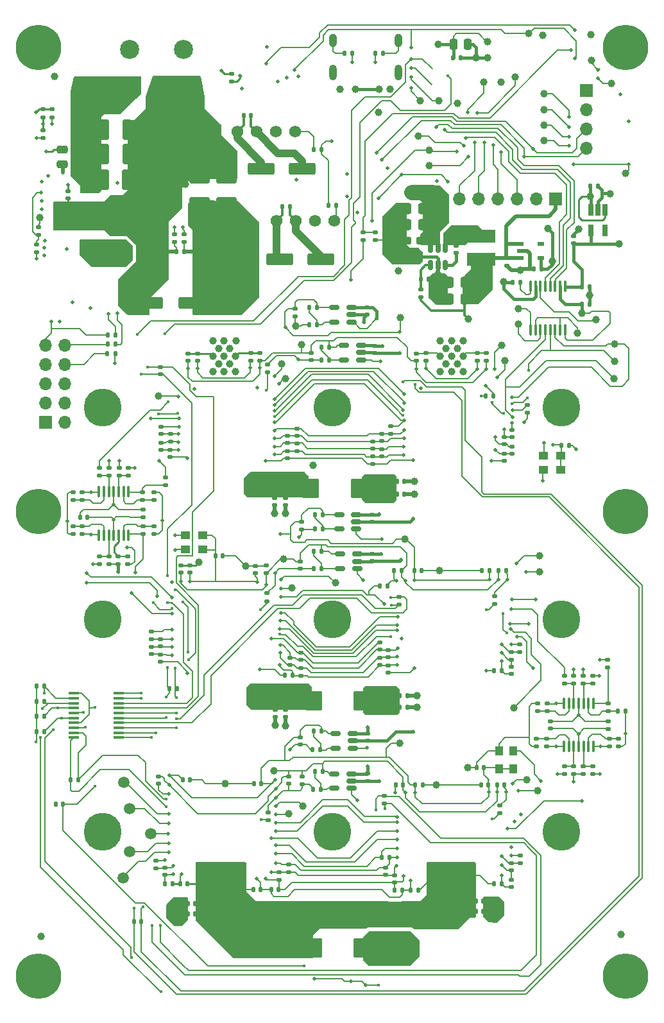
<source format=gbr>
%TF.GenerationSoftware,KiCad,Pcbnew,8.0.1*%
%TF.CreationDate,2024-09-07T23:44:17+08:00*%
%TF.ProjectId,bitaxeHex,62697461-7865-4486-9578-2e6b69636164,302*%
%TF.SameCoordinates,Original*%
%TF.FileFunction,Copper,L4,Bot*%
%TF.FilePolarity,Positive*%
%FSLAX46Y46*%
G04 Gerber Fmt 4.6, Leading zero omitted, Abs format (unit mm)*
G04 Created by KiCad (PCBNEW 8.0.1) date 2024-09-07 23:44:17*
%MOMM*%
%LPD*%
G01*
G04 APERTURE LIST*
G04 Aperture macros list*
%AMRoundRect*
0 Rectangle with rounded corners*
0 $1 Rounding radius*
0 $2 $3 $4 $5 $6 $7 $8 $9 X,Y pos of 4 corners*
0 Add a 4 corners polygon primitive as box body*
4,1,4,$2,$3,$4,$5,$6,$7,$8,$9,$2,$3,0*
0 Add four circle primitives for the rounded corners*
1,1,$1+$1,$2,$3*
1,1,$1+$1,$4,$5*
1,1,$1+$1,$6,$7*
1,1,$1+$1,$8,$9*
0 Add four rect primitives between the rounded corners*
20,1,$1+$1,$2,$3,$4,$5,0*
20,1,$1+$1,$4,$5,$6,$7,0*
20,1,$1+$1,$6,$7,$8,$9,0*
20,1,$1+$1,$8,$9,$2,$3,0*%
G04 Aperture macros list end*
%TA.AperFunction,ComponentPad*%
%ADD10C,0.800000*%
%TD*%
%TA.AperFunction,ComponentPad*%
%ADD11C,6.000000*%
%TD*%
%TA.AperFunction,ComponentPad*%
%ADD12C,2.520000*%
%TD*%
%TA.AperFunction,ComponentPad*%
%ADD13C,1.574800*%
%TD*%
%TA.AperFunction,ComponentPad*%
%ADD14C,5.000000*%
%TD*%
%TA.AperFunction,ComponentPad*%
%ADD15R,1.700000X1.700000*%
%TD*%
%TA.AperFunction,ComponentPad*%
%ADD16O,1.700000X1.700000*%
%TD*%
%TA.AperFunction,ComponentPad*%
%ADD17C,0.400000*%
%TD*%
%TA.AperFunction,ComponentPad*%
%ADD18O,1.000000X2.100000*%
%TD*%
%TA.AperFunction,ComponentPad*%
%ADD19O,1.000000X1.800000*%
%TD*%
%TA.AperFunction,SMDPad,CuDef*%
%ADD20RoundRect,0.140000X-0.170000X0.140000X-0.170000X-0.140000X0.170000X-0.140000X0.170000X0.140000X0*%
%TD*%
%TA.AperFunction,SMDPad,CuDef*%
%ADD21C,1.000000*%
%TD*%
%TA.AperFunction,SMDPad,CuDef*%
%ADD22RoundRect,0.140000X0.170000X-0.140000X0.170000X0.140000X-0.170000X0.140000X-0.170000X-0.140000X0*%
%TD*%
%TA.AperFunction,SMDPad,CuDef*%
%ADD23RoundRect,0.140000X0.140000X0.170000X-0.140000X0.170000X-0.140000X-0.170000X0.140000X-0.170000X0*%
%TD*%
%TA.AperFunction,SMDPad,CuDef*%
%ADD24RoundRect,0.135000X0.185000X-0.135000X0.185000X0.135000X-0.185000X0.135000X-0.185000X-0.135000X0*%
%TD*%
%TA.AperFunction,SMDPad,CuDef*%
%ADD25RoundRect,0.250000X0.250000X0.475000X-0.250000X0.475000X-0.250000X-0.475000X0.250000X-0.475000X0*%
%TD*%
%TA.AperFunction,SMDPad,CuDef*%
%ADD26RoundRect,0.250000X-0.875000X-1.025000X0.875000X-1.025000X0.875000X1.025000X-0.875000X1.025000X0*%
%TD*%
%TA.AperFunction,SMDPad,CuDef*%
%ADD27RoundRect,0.150000X0.512500X0.150000X-0.512500X0.150000X-0.512500X-0.150000X0.512500X-0.150000X0*%
%TD*%
%TA.AperFunction,SMDPad,CuDef*%
%ADD28RoundRect,0.135000X-0.135000X-0.185000X0.135000X-0.185000X0.135000X0.185000X-0.135000X0.185000X0*%
%TD*%
%TA.AperFunction,SMDPad,CuDef*%
%ADD29RoundRect,0.250000X-0.475000X0.250000X-0.475000X-0.250000X0.475000X-0.250000X0.475000X0.250000X0*%
%TD*%
%TA.AperFunction,SMDPad,CuDef*%
%ADD30R,0.650000X1.560000*%
%TD*%
%TA.AperFunction,SMDPad,CuDef*%
%ADD31RoundRect,0.135000X-0.185000X0.135000X-0.185000X-0.135000X0.185000X-0.135000X0.185000X0.135000X0*%
%TD*%
%TA.AperFunction,SMDPad,CuDef*%
%ADD32RoundRect,0.140000X-0.140000X-0.170000X0.140000X-0.170000X0.140000X0.170000X-0.140000X0.170000X0*%
%TD*%
%TA.AperFunction,SMDPad,CuDef*%
%ADD33RoundRect,0.135000X0.135000X0.185000X-0.135000X0.185000X-0.135000X-0.185000X0.135000X-0.185000X0*%
%TD*%
%TA.AperFunction,SMDPad,CuDef*%
%ADD34RoundRect,0.250000X1.100000X-0.325000X1.100000X0.325000X-1.100000X0.325000X-1.100000X-0.325000X0*%
%TD*%
%TA.AperFunction,SMDPad,CuDef*%
%ADD35C,1.500000*%
%TD*%
%TA.AperFunction,SMDPad,CuDef*%
%ADD36RoundRect,0.100000X0.100000X-0.637500X0.100000X0.637500X-0.100000X0.637500X-0.100000X-0.637500X0*%
%TD*%
%TA.AperFunction,SMDPad,CuDef*%
%ADD37R,1.384300X0.355600*%
%TD*%
%TA.AperFunction,SMDPad,CuDef*%
%ADD38RoundRect,0.250000X-0.325000X-1.100000X0.325000X-1.100000X0.325000X1.100000X-0.325000X1.100000X0*%
%TD*%
%TA.AperFunction,SMDPad,CuDef*%
%ADD39R,0.952500X0.558800*%
%TD*%
%TA.AperFunction,SMDPad,CuDef*%
%ADD40RoundRect,0.250000X1.500000X0.550000X-1.500000X0.550000X-1.500000X-0.550000X1.500000X-0.550000X0*%
%TD*%
%TA.AperFunction,SMDPad,CuDef*%
%ADD41RoundRect,0.150000X0.150000X-0.512500X0.150000X0.512500X-0.150000X0.512500X-0.150000X-0.512500X0*%
%TD*%
%TA.AperFunction,SMDPad,CuDef*%
%ADD42R,1.300000X1.100000*%
%TD*%
%TA.AperFunction,SMDPad,CuDef*%
%ADD43RoundRect,0.250000X-0.250000X-0.475000X0.250000X-0.475000X0.250000X0.475000X-0.250000X0.475000X0*%
%TD*%
%TA.AperFunction,SMDPad,CuDef*%
%ADD44R,1.100000X1.300000*%
%TD*%
%TA.AperFunction,SMDPad,CuDef*%
%ADD45R,3.700000X1.680000*%
%TD*%
%TA.AperFunction,SMDPad,CuDef*%
%ADD46RoundRect,0.225000X-0.225000X-0.250000X0.225000X-0.250000X0.225000X0.250000X-0.225000X0.250000X0*%
%TD*%
%TA.AperFunction,ViaPad*%
%ADD47C,0.500000*%
%TD*%
%TA.AperFunction,ViaPad*%
%ADD48C,1.000000*%
%TD*%
%TA.AperFunction,ViaPad*%
%ADD49C,0.450000*%
%TD*%
%TA.AperFunction,Conductor*%
%ADD50C,0.200000*%
%TD*%
%TA.AperFunction,Conductor*%
%ADD51C,0.300000*%
%TD*%
%TA.AperFunction,Conductor*%
%ADD52C,0.400000*%
%TD*%
%TA.AperFunction,Conductor*%
%ADD53C,0.254000*%
%TD*%
%TA.AperFunction,Conductor*%
%ADD54C,0.500000*%
%TD*%
%TA.AperFunction,Conductor*%
%ADD55C,1.000000*%
%TD*%
%TA.AperFunction,Conductor*%
%ADD56C,0.250000*%
%TD*%
%TA.AperFunction,Conductor*%
%ADD57C,2.000000*%
%TD*%
%TA.AperFunction,Conductor*%
%ADD58C,0.203200*%
%TD*%
G04 APERTURE END LIST*
D10*
%TO.P,H1,1,1*%
%TO.N,GND*%
X51250000Y-49500000D03*
X51909010Y-47909010D03*
X51909010Y-51090990D03*
X53500000Y-47250000D03*
D11*
X53500000Y-49500000D03*
D10*
X53500000Y-51750000D03*
X55090990Y-47909010D03*
X55090990Y-51090990D03*
X55750000Y-49500000D03*
%TD*%
D12*
%TO.P,J1,1*%
%TO.N,/VIN*%
X65500000Y-54864000D03*
X65500000Y-49784000D03*
%TD*%
D13*
%TO.P,J8,1,Pin_1*%
%TO.N,GND*%
X79700000Y-60650000D03*
%TO.P,J8,2,Pin_2*%
%TO.N,/VIN*%
X82240000Y-60650000D03*
%TO.P,J8,3,Pin_3*%
%TO.N,/Fan/FAN1_TACH*%
X84780000Y-60650000D03*
%TO.P,J8,4,Pin_4*%
%TO.N,/Fan/FAN1_PWM*%
X87320000Y-60650000D03*
%TD*%
D14*
%TO.P,H13,*%
%TO.N,*%
X92250000Y-97000000D03*
%TD*%
D10*
%TO.P,H4,1*%
%TO.N,N/C*%
X128750000Y-172000000D03*
X129409010Y-170409010D03*
X129409010Y-173590990D03*
X131000000Y-169750000D03*
D11*
X131000000Y-172000000D03*
D10*
X131000000Y-174250000D03*
X132590990Y-170409010D03*
X132590990Y-173590990D03*
X133250000Y-172000000D03*
%TD*%
D14*
%TO.P,H15,*%
%TO.N,*%
X92250000Y-153000000D03*
%TD*%
D15*
%TO.P,J6,1,Pin_1*%
%TO.N,/5V*%
X121760000Y-69500000D03*
D16*
%TO.P,J6,2,Pin_2*%
%TO.N,GND*%
X119220000Y-69500000D03*
%TO.P,J6,3,Pin_3*%
%TO.N,Net-(J6-Pin_3)*%
X116680000Y-69500000D03*
%TO.P,J6,4,Pin_4*%
%TO.N,Net-(J6-Pin_4)*%
X114140000Y-69500000D03*
%TO.P,J6,5,Pin_5*%
%TO.N,Net-(J6-Pin_5)*%
X111600000Y-69500000D03*
%TO.P,J6,6,Pin_6*%
%TO.N,Net-(J6-Pin_6)*%
X109060000Y-69500000D03*
%TD*%
D13*
%TO.P,J9,1,Pin_1*%
%TO.N,GND*%
X84910000Y-72375000D03*
%TO.P,J9,2,Pin_2*%
%TO.N,/VIN*%
X87450000Y-72375000D03*
%TO.P,J9,3,Pin_3*%
%TO.N,/Fan/FAN2_TACH*%
X89990000Y-72375000D03*
%TO.P,J9,4,Pin_4*%
%TO.N,/Fan/FAN2_PWM*%
X92530000Y-72375000D03*
%TD*%
D14*
%TO.P,H14,*%
%TO.N,*%
X92250000Y-125000000D03*
%TD*%
%TO.P,H10,*%
%TO.N,*%
X122500000Y-125000000D03*
%TD*%
%TO.P,H9,*%
%TO.N,*%
X62000000Y-125000000D03*
%TD*%
D17*
%TO.P,U3,41,PAD*%
%TO.N,GND*%
X57000000Y-73030000D03*
X58400000Y-73030000D03*
X59800000Y-73030000D03*
X56000000Y-71750000D03*
X57000000Y-71750000D03*
X58400000Y-71750000D03*
X59800000Y-71750000D03*
X60800000Y-71750000D03*
X57000000Y-70470000D03*
X58400000Y-70470000D03*
X59800000Y-70470000D03*
%TD*%
D14*
%TO.P,H12,*%
%TO.N,*%
X122500000Y-153000000D03*
%TD*%
%TO.P,H8,*%
%TO.N,*%
X122500000Y-97000000D03*
%TD*%
%TO.P,H7,*%
%TO.N,*%
X62000000Y-97000000D03*
%TD*%
D15*
%TO.P,J5,1,Pin_1*%
%TO.N,GND*%
X125800000Y-55200000D03*
D16*
%TO.P,J5,2,Pin_2*%
%TO.N,/3V3*%
X125800000Y-57740000D03*
%TO.P,J5,3,Pin_3*%
%TO.N,/SCL*%
X125800000Y-60280000D03*
%TO.P,J5,4,Pin_4*%
%TO.N,/SDA*%
X125800000Y-62820000D03*
%TD*%
D10*
%TO.P,H5,1*%
%TO.N,N/C*%
X51250000Y-110750000D03*
X51909010Y-109159010D03*
X51909010Y-112340990D03*
X53500000Y-108500000D03*
D11*
X53500000Y-110750000D03*
D10*
X53500000Y-113000000D03*
X55090990Y-109159010D03*
X55090990Y-112340990D03*
X55750000Y-110750000D03*
%TD*%
D18*
%TO.P,J7,S1,SHIELD*%
%TO.N,GND*%
X100990000Y-52800000D03*
D19*
X100990000Y-48620000D03*
D18*
X92350000Y-52800000D03*
D19*
X92350000Y-48620000D03*
%TD*%
D10*
%TO.P,H2,1,1*%
%TO.N,GND*%
X128750000Y-49500000D03*
X129409010Y-47909010D03*
X129409010Y-51090990D03*
X131000000Y-47250000D03*
D11*
X131000000Y-49500000D03*
D10*
X131000000Y-51750000D03*
X132590990Y-47909010D03*
X132590990Y-51090990D03*
X133250000Y-49500000D03*
%TD*%
%TO.P,H3,1*%
%TO.N,N/C*%
X51250000Y-172000000D03*
X51909010Y-170409010D03*
X51909010Y-173590990D03*
X53500000Y-169750000D03*
D11*
X53500000Y-172000000D03*
D10*
X53500000Y-174250000D03*
X55090990Y-170409010D03*
X55090990Y-173590990D03*
X55750000Y-172000000D03*
%TD*%
D14*
%TO.P,H11,*%
%TO.N,*%
X62000000Y-153000000D03*
%TD*%
D10*
%TO.P,H6,1*%
%TO.N,N/C*%
X128750000Y-110750000D03*
X129409010Y-109159010D03*
X129409010Y-112340990D03*
X131000000Y-108500000D03*
D11*
X131000000Y-110750000D03*
D10*
X131000000Y-113000000D03*
X132590990Y-109159010D03*
X132590990Y-112340990D03*
X133250000Y-110750000D03*
%TD*%
D12*
%TO.P,J2,1*%
%TO.N,GND*%
X72644000Y-54864000D03*
X72644000Y-49784000D03*
%TD*%
D20*
%TO.P,C12,1*%
%TO.N,Net-(U1-SW)*%
X108600000Y-75670000D03*
%TO.P,C12,2*%
%TO.N,Net-(U1-CB)*%
X108600000Y-76630000D03*
%TD*%
D21*
%TO.P,TP40,1,1*%
%TO.N,Net-(U12-CLKO)*%
X69325000Y-95475000D03*
%TD*%
D22*
%TO.P,C57,1*%
%TO.N,Net-(U12-VDD3_0)*%
X98825000Y-103450000D03*
%TO.P,C57,2*%
%TO.N,Net-(U12-VDD2_0)*%
X98825000Y-102490000D03*
%TD*%
%TO.P,C50,1*%
%TO.N,GND*%
X97837500Y-89855000D03*
%TO.P,C50,2*%
%TO.N,/5V*%
X97837500Y-88895000D03*
%TD*%
D20*
%TO.P,C155,1*%
%TO.N,/BM1368-2/TEMP_P4*%
X101050000Y-122020000D03*
%TO.P,C155,2*%
%TO.N,/BM1368-2/TEMP_N4*%
X101050000Y-122980000D03*
%TD*%
D22*
%TO.P,C113,1*%
%TO.N,/BM1368-2/0V8*%
X72300000Y-118780000D03*
%TO.P,C113,2*%
%TO.N,/BM1368-1/VDD1*%
X72300000Y-117820000D03*
%TD*%
D23*
%TO.P,C44,1*%
%TO.N,/VIN*%
X81505000Y-58475000D03*
%TO.P,C44,2*%
%TO.N,GND*%
X80545000Y-58475000D03*
%TD*%
D22*
%TO.P,C107,1*%
%TO.N,/BM1368-2/VDD2*%
X69590000Y-130550000D03*
%TO.P,C107,2*%
%TO.N,Net-(U13-VDD3_1)*%
X69590000Y-129590000D03*
%TD*%
D21*
%TO.P,TP51,1,1*%
%TO.N,Net-(U25-ROSC_SEL)*%
X119400000Y-147600000D03*
%TD*%
D24*
%TO.P,R20,1*%
%TO.N,GND*%
X97950000Y-74935000D03*
%TO.P,R20,2*%
%TO.N,/ESP32/VDD_SAMPLE*%
X97950000Y-73915000D03*
%TD*%
D25*
%TO.P,C18,1*%
%TO.N,/5V*%
X109700000Y-80500000D03*
%TO.P,C18,2*%
%TO.N,GND*%
X107800000Y-80500000D03*
%TD*%
D24*
%TO.P,R47,1*%
%TO.N,Net-(U15C--)*%
X58025000Y-109210000D03*
%TO.P,R47,2*%
%TO.N,/BM1368-1/VDD1*%
X58025000Y-108190000D03*
%TD*%
D26*
%TO.P,C140,1*%
%TO.N,/VDD*%
X89800000Y-168300000D03*
%TO.P,C140,2*%
%TO.N,/BM1368-2/VDD2*%
X96200000Y-168300000D03*
%TD*%
D23*
%TO.P,C132,1*%
%TO.N,/BM1368-2/VDD2*%
X112180000Y-162100000D03*
%TO.P,C132,2*%
%TO.N,/VDD*%
X111220000Y-162100000D03*
%TD*%
D22*
%TO.P,C129,1*%
%TO.N,Net-(U25-VDD2_1)*%
X100500000Y-159660000D03*
%TO.P,C129,2*%
%TO.N,Net-(U25-VDD1_1)*%
X100500000Y-158700000D03*
%TD*%
D27*
%TO.P,U23,1,VIN*%
%TO.N,/5V*%
X94837500Y-145350000D03*
%TO.P,U23,2,GND*%
%TO.N,/BM1368-2/VDD2*%
X94837500Y-146300000D03*
%TO.P,U23,3,EN*%
%TO.N,/5V*%
X94837500Y-147250000D03*
%TO.P,U23,4,ADJ*%
%TO.N,Net-(U23-ADJ)*%
X92562500Y-147250000D03*
%TO.P,U23,5,VOUT*%
%TO.N,/BM1368-3/0V8*%
X92562500Y-145350000D03*
%TD*%
D24*
%TO.P,R37,1*%
%TO.N,/BM1368-2/CI2*%
X67275000Y-113710000D03*
%TO.P,R37,2*%
%TO.N,Net-(U15A--)*%
X67275000Y-112690000D03*
%TD*%
D21*
%TO.P,TP54,1,1*%
%TO.N,/BM1368-3/0V8*%
X84600000Y-144900000D03*
%TD*%
D22*
%TO.P,C39,1*%
%TO.N,/3V3*%
X78950000Y-53980000D03*
%TO.P,C39,2*%
%TO.N,GND*%
X78950000Y-53020000D03*
%TD*%
D21*
%TO.P,TP22,1,1*%
%TO.N,Net-(U5-B4)*%
X127100000Y-85400000D03*
%TD*%
D28*
%TO.P,R39,1*%
%TO.N,/BM1368-1/VDD1*%
X89790000Y-118300000D03*
%TO.P,R39,2*%
%TO.N,Net-(U17-ADJ)*%
X90810000Y-118300000D03*
%TD*%
D25*
%TO.P,C3,1*%
%TO.N,/VIN*%
X104100000Y-70800000D03*
%TO.P,C3,2*%
%TO.N,GND*%
X102200000Y-70800000D03*
%TD*%
D22*
%TO.P,C94,1*%
%TO.N,Net-(U13-VDD2_0)*%
X86700000Y-130980000D03*
%TO.P,C94,2*%
%TO.N,Net-(U13-VDD1_0)*%
X86700000Y-130020000D03*
%TD*%
D29*
%TO.P,C15,1*%
%TO.N,/Power/AGND*%
X56600000Y-63000000D03*
%TO.P,C15,2*%
%TO.N,Net-(U3-AVIN)*%
X56600000Y-64900000D03*
%TD*%
D22*
%TO.P,C72,1*%
%TO.N,/BM1368-1/VDD1*%
X70850000Y-103550000D03*
%TO.P,C72,2*%
%TO.N,Net-(U12-VDD3_1)*%
X70850000Y-102590000D03*
%TD*%
D28*
%TO.P,R12,1*%
%TO.N,Net-(U1-FB)*%
X103940000Y-80100000D03*
%TO.P,R12,2*%
%TO.N,GND*%
X104960000Y-80100000D03*
%TD*%
D21*
%TO.P,TP30,1,1*%
%TO.N,Net-(U6-GPIO38{slash}FSPIWP{slash}SUBSPIWP)*%
X120200000Y-55650000D03*
%TD*%
D28*
%TO.P,R64,1*%
%TO.N,/BM1368-2/VDD2*%
X89640000Y-142180000D03*
%TO.P,R64,2*%
%TO.N,Net-(U24-ADJ)*%
X90660000Y-142180000D03*
%TD*%
D22*
%TO.P,C131,1*%
%TO.N,Net-(U25-VDD1_1)*%
X99300000Y-158660000D03*
%TO.P,C131,2*%
%TO.N,/BM1368-2/VDD2*%
X99300000Y-157700000D03*
%TD*%
D28*
%TO.P,R73,1*%
%TO.N,Net-(U21D--)*%
X129915000Y-137100000D03*
%TO.P,R73,2*%
%TO.N,/BM1368-2/VDD2*%
X130935000Y-137100000D03*
%TD*%
D21*
%TO.P,TP48,1,1*%
%TO.N,Net-(U13-ROSC_SEL)*%
X86925000Y-120825000D03*
%TD*%
D24*
%TO.P,R69,1*%
%TO.N,Net-(U21C--)*%
X119350000Y-137085000D03*
%TO.P,R69,2*%
%TO.N,/BM1368-2/VDD2*%
X119350000Y-136065000D03*
%TD*%
D21*
%TO.P,TP34,1,1*%
%TO.N,Net-(U28-INV_CLKO)*%
X114650000Y-88825000D03*
%TD*%
D30*
%TO.P,U4,1,VIN*%
%TO.N,/3V3*%
X126350000Y-70950000D03*
%TO.P,U4,2,GND*%
%TO.N,GND*%
X127300000Y-70950000D03*
%TO.P,U4,3,EN*%
%TO.N,/3V3*%
X128250000Y-70950000D03*
%TO.P,U4,4,NC*%
%TO.N,unconnected-(U4-NC-Pad4)*%
X128250000Y-73650000D03*
%TO.P,U4,5,VOUT*%
%TO.N,/Power/1V2*%
X126350000Y-73650000D03*
%TD*%
D20*
%TO.P,C147,1*%
%TO.N,/BM1368-1/VDD1*%
X128680000Y-138440000D03*
%TO.P,C147,2*%
%TO.N,/VDD*%
X128680000Y-139400000D03*
%TD*%
D22*
%TO.P,C70,1*%
%TO.N,/BM1368-1/1V2*%
X81475000Y-90805000D03*
%TO.P,C70,2*%
%TO.N,GND*%
X81475000Y-89845000D03*
%TD*%
D31*
%TO.P,R49,1*%
%TO.N,/BM1368-1/BO*%
X61525000Y-104977500D03*
%TO.P,R49,2*%
%TO.N,Net-(U15C-+)*%
X61525000Y-105997500D03*
%TD*%
D24*
%TO.P,R4,1*%
%TO.N,Net-(U3-BP1V5)*%
X54075000Y-61435000D03*
%TO.P,R4,2*%
%TO.N,Net-(U3-VSEL)*%
X54075000Y-60415000D03*
%TD*%
D20*
%TO.P,C87,1*%
%TO.N,/BM1368-2/1V2*%
X88200000Y-112120000D03*
%TO.P,C87,2*%
%TO.N,/BM1368-1/VDD1*%
X88200000Y-113080000D03*
%TD*%
D23*
%TO.P,C92,1*%
%TO.N,/BM1368-2/0V8*%
X101380000Y-118500000D03*
%TO.P,C92,2*%
%TO.N,/BM1368-1/VDD1*%
X100420000Y-118500000D03*
%TD*%
D32*
%TO.P,C35,1*%
%TO.N,/3V3*%
X125220000Y-83400000D03*
%TO.P,C35,2*%
%TO.N,GND*%
X126180000Y-83400000D03*
%TD*%
D21*
%TO.P,TP33,1,1*%
%TO.N,Net-(U28-ROSC_SEL)*%
X115050000Y-90825000D03*
%TD*%
D20*
%TO.P,C52,1*%
%TO.N,Net-(U28-VDD3_0)*%
X114925000Y-103125000D03*
%TO.P,C52,2*%
%TO.N,/BM1368-1/VDD1*%
X114925000Y-104085000D03*
%TD*%
D28*
%TO.P,R38,1*%
%TO.N,/BM1368-1/VDD1*%
X90000000Y-113050000D03*
%TO.P,R38,2*%
%TO.N,Net-(U16-ADJ)*%
X91020000Y-113050000D03*
%TD*%
D21*
%TO.P,TP26,1,1*%
%TO.N,/ESP32/P_RX*%
X129100000Y-54300000D03*
%TD*%
D33*
%TO.P,R68,1*%
%TO.N,/BM1368-2/VDD2*%
X99810000Y-156400000D03*
%TO.P,R68,2*%
%TO.N,Net-(U25-NRSTO)*%
X98790000Y-156400000D03*
%TD*%
D22*
%TO.P,C59,1*%
%TO.N,Net-(U12-VDD2_0)*%
X97575000Y-102450000D03*
%TO.P,C59,2*%
%TO.N,Net-(U12-VDD1_0)*%
X97575000Y-101490000D03*
%TD*%
D34*
%TO.P,C28,1*%
%TO.N,/VDD*%
X78300000Y-69850000D03*
%TO.P,C28,2*%
%TO.N,GND*%
X78300000Y-66900000D03*
%TD*%
D21*
%TO.P,TP17,1,1*%
%TO.N,Net-(U6-GPIO9{slash}TOUCH9{slash}ADC1_CH8{slash}FSPIHD{slash}SUBSPIHD)*%
X116400000Y-53400000D03*
%TD*%
D22*
%TO.P,C114,1*%
%TO.N,Net-(U13-VDD1_1)*%
X68390000Y-127570000D03*
%TO.P,C114,2*%
%TO.N,/BM1368-1/VDD1*%
X68390000Y-126610000D03*
%TD*%
D35*
%TO.P,TP62,1,1*%
%TO.N,/BM1368-3/CLKO3*%
X65500000Y-149900000D03*
%TD*%
D21*
%TO.P,TP11,1,1*%
%TO.N,Net-(U5-A4)*%
X116800000Y-86000000D03*
%TD*%
D36*
%TO.P,U5,1,DIR1*%
%TO.N,/3V3*%
X122975000Y-86762500D03*
%TO.P,U5,2,DIR2*%
%TO.N,GND*%
X122325000Y-86762500D03*
%TO.P,U5,3,A1*%
%TO.N,/RO*%
X121675000Y-86762500D03*
%TO.P,U5,4,A2*%
%TO.N,/CI*%
X121025000Y-86762500D03*
%TO.P,U5,5,A3*%
%TO.N,/NRSTI*%
X120375000Y-86762500D03*
%TO.P,U5,6,A4*%
%TO.N,Net-(U5-A4)*%
X119725000Y-86762500D03*
%TO.P,U5,7,DIR3*%
%TO.N,GND*%
X119075000Y-86762500D03*
%TO.P,U5,8,DIR4*%
%TO.N,Net-(U5-DIR4)*%
X118425000Y-86762500D03*
%TO.P,U5,9,OE*%
%TO.N,Net-(U5-OE)*%
X118425000Y-81037500D03*
%TO.P,U5,10,GND*%
%TO.N,GND*%
X119075000Y-81037500D03*
%TO.P,U5,11,B4*%
%TO.N,Net-(U5-B4)*%
X119725000Y-81037500D03*
%TO.P,U5,12,B3*%
%TO.N,/ESP32/ASIC_RST*%
X120375000Y-81037500D03*
%TO.P,U5,13,B2*%
%TO.N,/ESP32/ESP32_TX*%
X121025000Y-81037500D03*
%TO.P,U5,14,B1*%
%TO.N,/ESP32/ESP32_RX*%
X121675000Y-81037500D03*
%TO.P,U5,15,VCCB*%
%TO.N,/3V3*%
X122325000Y-81037500D03*
%TO.P,U5,16,VCCA*%
%TO.N,/1V2*%
X122975000Y-81037500D03*
%TD*%
D23*
%TO.P,C144,1*%
%TO.N,Net-(U27-VDD3_1)*%
X71160000Y-159800000D03*
%TO.P,C144,2*%
%TO.N,Net-(U27-VDD2_1)*%
X70200000Y-159800000D03*
%TD*%
D20*
%TO.P,C111,1*%
%TO.N,GND*%
X67275000Y-110495000D03*
%TO.P,C111,2*%
%TO.N,/BM1368-2/VDD2*%
X67275000Y-111455000D03*
%TD*%
D22*
%TO.P,C91,1*%
%TO.N,Net-(U13-VDD3_0)*%
X88100000Y-132380000D03*
%TO.P,C91,2*%
%TO.N,Net-(U13-VDD2_0)*%
X88100000Y-131420000D03*
%TD*%
D27*
%TO.P,U11,1,VIN*%
%TO.N,/5V*%
X94775000Y-83825000D03*
%TO.P,U11,2,GND*%
%TO.N,GND*%
X94775000Y-84775000D03*
%TO.P,U11,3,EN*%
%TO.N,/5V*%
X94775000Y-85725000D03*
%TO.P,U11,4,ADJ*%
%TO.N,Net-(U11-ADJ)*%
X92500000Y-85725000D03*
%TO.P,U11,5,VOUT*%
%TO.N,/BM1368-1/1V2*%
X92500000Y-83825000D03*
%TD*%
D22*
%TO.P,C150,1*%
%TO.N,Net-(U27-VDD1_1)*%
X68980000Y-157780000D03*
%TO.P,C150,2*%
%TO.N,/BM1368-2/VDD2*%
X68980000Y-156820000D03*
%TD*%
D31*
%TO.P,R15,1*%
%TO.N,Net-(U3-GOSNS)*%
X71425000Y-74190000D03*
%TO.P,R15,2*%
%TO.N,GND*%
X71425000Y-75210000D03*
%TD*%
D22*
%TO.P,C84,1*%
%TO.N,/BM1368-1/VDD1*%
X97500000Y-117280000D03*
%TO.P,C84,2*%
%TO.N,/5V*%
X97500000Y-116320000D03*
%TD*%
%TO.P,C67,1*%
%TO.N,GND*%
X82725000Y-90805000D03*
%TO.P,C67,2*%
X82725000Y-89845000D03*
%TD*%
D31*
%TO.P,R71,1*%
%TO.N,/BM1368-2/BO*%
X122880000Y-132400000D03*
%TO.P,R71,2*%
%TO.N,Net-(U21C-+)*%
X122880000Y-133420000D03*
%TD*%
%TO.P,R19,1*%
%TO.N,/ESP32/VDD_SAMPLE*%
X96325000Y-73940000D03*
%TO.P,R19,2*%
%TO.N,/VDD*%
X96325000Y-74960000D03*
%TD*%
D22*
%TO.P,C76,1*%
%TO.N,GND*%
X73200000Y-90830000D03*
%TO.P,C76,2*%
X73200000Y-89870000D03*
%TD*%
D24*
%TO.P,R16,1*%
%TO.N,/VDD*%
X72700000Y-75210000D03*
%TO.P,R16,2*%
%TO.N,Net-(U3-VOSNS)*%
X72700000Y-74190000D03*
%TD*%
D21*
%TO.P,TP29,1,1*%
%TO.N,Net-(U6-SPIDQS{slash}GPIO37{slash}FSPIQ{slash}SUBSPIQ)*%
X120200000Y-57700000D03*
%TD*%
D22*
%TO.P,C108,1*%
%TO.N,Net-(U13-VDD3_1)*%
X68390000Y-129550000D03*
%TO.P,C108,2*%
%TO.N,Net-(U13-VDD2_1)*%
X68390000Y-128590000D03*
%TD*%
D21*
%TO.P,TP10,1,1*%
%TO.N,/SMB_ALRT*%
X105050000Y-63050000D03*
%TD*%
D23*
%TO.P,C152,1*%
%TO.N,/BM1368-1/TEMP_P1*%
X67050000Y-164840000D03*
%TO.P,C152,2*%
%TO.N,/BM1368-1/TEMP_N1*%
X66090000Y-164840000D03*
%TD*%
D22*
%TO.P,C156,1*%
%TO.N,/BM1368-3/TEMP_P5*%
X99150000Y-149230000D03*
%TO.P,C156,2*%
%TO.N,/BM1368-3/TEMP_N5*%
X99150000Y-148270000D03*
%TD*%
D20*
%TO.P,C88,1*%
%TO.N,/BM1368-2/0V8*%
X88000000Y-117320000D03*
%TO.P,C88,2*%
%TO.N,/BM1368-1/VDD1*%
X88000000Y-118280000D03*
%TD*%
D24*
%TO.P,R11,1*%
%TO.N,/5V*%
X103950000Y-82460000D03*
%TO.P,R11,2*%
%TO.N,Net-(U1-FB)*%
X103950000Y-81440000D03*
%TD*%
D20*
%TO.P,C126,1*%
%TO.N,/BM1368-3/1V2*%
X88000000Y-140520000D03*
%TO.P,C126,2*%
%TO.N,/BM1368-2/VDD2*%
X88000000Y-141480000D03*
%TD*%
%TO.P,C66,1*%
%TO.N,Net-(U12-VDD1_0)*%
X86350000Y-100735000D03*
%TO.P,C66,2*%
%TO.N,Net-(U12-VDD2_0)*%
X86350000Y-101695000D03*
%TD*%
D32*
%TO.P,C112,1*%
%TO.N,GND*%
X58995000Y-111500000D03*
%TO.P,C112,2*%
%TO.N,/BM1368-2/VDD2*%
X59955000Y-111500000D03*
%TD*%
D33*
%TO.P,R26,1*%
%TO.N,/Fan/FAN2_PWM*%
X92785000Y-70350000D03*
%TO.P,R26,2*%
%TO.N,/5V*%
X91765000Y-70350000D03*
%TD*%
D37*
%TO.P,U20,1,DXP1*%
%TO.N,/BM1368-1/TEMP_P1*%
X64060000Y-134710001D03*
%TO.P,U20,2,DXN1*%
%TO.N,/BM1368-1/TEMP_N1*%
X64060000Y-135360002D03*
%TO.P,U20,3,DXP2*%
%TO.N,/BM1368-1/TEMP_P2*%
X64060000Y-136010000D03*
%TO.P,U20,4,DXN2*%
%TO.N,/BM1368-1/TEMP_N2*%
X64060000Y-136660002D03*
%TO.P,U20,5,DXP3*%
%TO.N,/BM1368-2/TEMP_P3*%
X64060000Y-137310000D03*
%TO.P,U20,6,DXN3*%
%TO.N,/BM1368-2/TEMP_N3*%
X64060000Y-137959999D03*
%TO.P,U20,7,DXP4*%
%TO.N,/BM1368-2/TEMP_P4*%
X64060000Y-138610000D03*
%TO.P,U20,8,DXN4*%
%TO.N,/BM1368-2/TEMP_N4*%
X64060000Y-139259999D03*
%TO.P,U20,9,DXP5*%
%TO.N,/BM1368-3/TEMP_P5*%
X64060000Y-139910000D03*
%TO.P,U20,10,DXN5*%
%TO.N,/BM1368-3/TEMP_N5*%
X64060000Y-140559999D03*
%TO.P,U20,11,DXN6*%
%TO.N,/BM1368-3/TEMP_N6*%
X58179900Y-140560001D03*
%TO.P,U20,12,DXP6*%
%TO.N,/BM1368-3/TEMP_P6*%
X58179900Y-139910003D03*
%TO.P,U20,13,STBY*%
%TO.N,/3V3*%
X58179900Y-139260002D03*
%TO.P,U20,14,N.C.*%
%TO.N,GND*%
X58179900Y-138610003D03*
%TO.P,U20,15,OVERT*%
%TO.N,/ESP32/OVERT_TEMP*%
X58179900Y-137960002D03*
%TO.P,U20,16,VCC*%
%TO.N,/3V3*%
X58179900Y-137310003D03*
%TO.P,U20,17,ALERT*%
%TO.N,/ESP32/ALERT_TEMP*%
X58179900Y-136660002D03*
%TO.P,U20,18,SDA*%
%TO.N,/SDA*%
X58179900Y-136010003D03*
%TO.P,U20,19,SCL*%
%TO.N,/SCL*%
X58179900Y-135360002D03*
%TO.P,U20,20,GND*%
%TO.N,GND*%
X58179900Y-134710003D03*
%TD*%
D35*
%TO.P,TP60,1,1*%
%TO.N,/BM1368-3/BO3*%
X65500000Y-155600000D03*
%TD*%
D23*
%TO.P,C19,1*%
%TO.N,/3V3*%
X119852050Y-78760200D03*
%TO.P,C19,2*%
%TO.N,GND*%
X118892050Y-78760200D03*
%TD*%
D20*
%TO.P,C69,1*%
%TO.N,Net-(U12-VDD2_0)*%
X87600000Y-101775000D03*
%TO.P,C69,2*%
%TO.N,Net-(U12-VDD3_0)*%
X87600000Y-102735000D03*
%TD*%
D31*
%TO.P,R54,1*%
%TO.N,Net-(R54-Pad1)*%
X67250000Y-108190000D03*
%TO.P,R54,2*%
%TO.N,Net-(U15D--)*%
X67250000Y-109210000D03*
%TD*%
D38*
%TO.P,C8,1*%
%TO.N,/VIN*%
X62200000Y-60400000D03*
%TO.P,C8,2*%
%TO.N,GND*%
X65150000Y-60400000D03*
%TD*%
D33*
%TO.P,R66,1*%
%TO.N,/BM1368-3/1V2*%
X90800000Y-139660000D03*
%TO.P,R66,2*%
%TO.N,Net-(U24-ADJ)*%
X89780000Y-139660000D03*
%TD*%
D20*
%TO.P,C97,1*%
%TO.N,/BM1368-2/VDD2*%
X84700000Y-136870000D03*
%TO.P,C97,2*%
%TO.N,/BM1368-1/VDD1*%
X84700000Y-137830000D03*
%TD*%
D21*
%TO.P,FID2,*%
%TO.N,*%
X53800000Y-166825000D03*
%TD*%
D33*
%TO.P,R87,1*%
%TO.N,/ESP32/OVERT_TEMP*%
X54220000Y-139740000D03*
%TO.P,R87,2*%
%TO.N,/3V3*%
X53200000Y-139740000D03*
%TD*%
D20*
%TO.P,C149,1*%
%TO.N,/BM1368-3/0V8*%
X69350000Y-145695000D03*
%TO.P,C149,2*%
%TO.N,/BM1368-2/VDD2*%
X69350000Y-146655000D03*
%TD*%
D23*
%TO.P,C124,1*%
%TO.N,/VDD*%
X103580000Y-160700000D03*
%TO.P,C124,2*%
%TO.N,Net-(U25-VDD3_1)*%
X102620000Y-160700000D03*
%TD*%
%TO.P,C26,1*%
%TO.N,/VDD*%
X72680000Y-76450000D03*
%TO.P,C26,2*%
%TO.N,GND*%
X71720000Y-76450000D03*
%TD*%
%TO.P,C118,1*%
%TO.N,/BM1368-3/1V2*%
X112880000Y-146800000D03*
%TO.P,C118,2*%
%TO.N,/BM1368-2/VDD2*%
X111920000Y-146800000D03*
%TD*%
%TO.P,C138,1*%
%TO.N,Net-(U25-VDD2_1)*%
X85180000Y-160620000D03*
%TO.P,C138,2*%
%TO.N,Net-(U25-VDD3_1)*%
X84220000Y-160620000D03*
%TD*%
D22*
%TO.P,C60,1*%
%TO.N,GND*%
X86125000Y-109880000D03*
%TO.P,C60,2*%
%TO.N,/BM1368-1/VDD1*%
X86125000Y-108920000D03*
%TD*%
D20*
%TO.P,C100,1*%
%TO.N,Net-(U13-VDD1_0)*%
X99650000Y-129015000D03*
%TO.P,C100,2*%
%TO.N,Net-(U13-VDD2_0)*%
X99650000Y-129975000D03*
%TD*%
D33*
%TO.P,R86,1*%
%TO.N,/ESP32/ALERT_TEMP*%
X54220000Y-137750000D03*
%TO.P,R86,2*%
%TO.N,/3V3*%
X53200000Y-137750000D03*
%TD*%
D21*
%TO.P,TP2,1,1*%
%TO.N,/3V3*%
X120722050Y-73360200D03*
%TD*%
D36*
%TO.P,U21,1*%
%TO.N,/BM1368-3/CI3*%
X126730000Y-141762500D03*
%TO.P,U21,2,-*%
%TO.N,Net-(U21A--)*%
X126080000Y-141762500D03*
%TO.P,U21,3,+*%
%TO.N,Net-(U21A-+)*%
X125430000Y-141762500D03*
%TO.P,U21,4,V+*%
%TO.N,/VDD*%
X124780000Y-141762500D03*
%TO.P,U21,5,+*%
%TO.N,Net-(U21B-+)*%
X124130000Y-141762500D03*
%TO.P,U21,6,-*%
%TO.N,Net-(U21B--)*%
X123480000Y-141762500D03*
%TO.P,U21,7*%
%TO.N,/BM1368-3/NRSTI3*%
X122830000Y-141762500D03*
%TO.P,U21,8*%
%TO.N,/BM1368-3/BI3*%
X122830000Y-136037500D03*
%TO.P,U21,9,-*%
%TO.N,Net-(U21C--)*%
X123480000Y-136037500D03*
%TO.P,U21,10,+*%
%TO.N,Net-(U21C-+)*%
X124130000Y-136037500D03*
%TO.P,U21,11,V-*%
%TO.N,/BM1368-1/VDD1*%
X124780000Y-136037500D03*
%TO.P,U21,12,+*%
%TO.N,Net-(U21D-+)*%
X125430000Y-136037500D03*
%TO.P,U21,13,-*%
%TO.N,Net-(U21D--)*%
X126080000Y-136037500D03*
%TO.P,U21,14*%
%TO.N,Net-(R76-Pad1)*%
X126730000Y-136037500D03*
%TD*%
%TO.P,U15,1*%
%TO.N,/BM1368-2/CI2*%
X65375000Y-113850000D03*
%TO.P,U15,2,-*%
%TO.N,Net-(U15A--)*%
X64725000Y-113850000D03*
%TO.P,U15,3,+*%
%TO.N,Net-(U15A-+)*%
X64075000Y-113850000D03*
%TO.P,U15,4,V+*%
%TO.N,/BM1368-2/VDD2*%
X63425000Y-113850000D03*
%TO.P,U15,5,+*%
%TO.N,Net-(U15B-+)*%
X62775000Y-113850000D03*
%TO.P,U15,6,-*%
%TO.N,Net-(U15B--)*%
X62125000Y-113850000D03*
%TO.P,U15,7*%
%TO.N,/BM1368-2/NRSTI2*%
X61475000Y-113850000D03*
%TO.P,U15,8*%
%TO.N,/BM1368-2/BI2*%
X61475000Y-108125000D03*
%TO.P,U15,9,-*%
%TO.N,Net-(U15C--)*%
X62125000Y-108125000D03*
%TO.P,U15,10,+*%
%TO.N,Net-(U15C-+)*%
X62775000Y-108125000D03*
%TO.P,U15,11,V-*%
%TO.N,GND*%
X63425000Y-108125000D03*
%TO.P,U15,12,+*%
%TO.N,Net-(U15D-+)*%
X64075000Y-108125000D03*
%TO.P,U15,13,-*%
%TO.N,Net-(U15D--)*%
X64725000Y-108125000D03*
%TO.P,U15,14*%
%TO.N,Net-(R54-Pad1)*%
X65375000Y-108125000D03*
%TD*%
D21*
%TO.P,TP7,1,1*%
%TO.N,/RO*%
X129500000Y-88600000D03*
%TD*%
D39*
%TO.P,U2,1,VIN*%
%TO.N,/5V*%
X117044100Y-77300000D03*
%TO.P,U2,2,GND*%
%TO.N,GND*%
X117044100Y-76360200D03*
%TO.P,U2,3,EN*%
%TO.N,/5V*%
X117044100Y-75420400D03*
%TO.P,U2,4,NC*%
%TO.N,unconnected-(U2-NC-Pad4)*%
X119800000Y-75420400D03*
%TO.P,U2,5,VOUT*%
%TO.N,/3V3*%
X119800000Y-77300000D03*
%TD*%
D23*
%TO.P,C142,1*%
%TO.N,/BM1368-3/1V2*%
X112280000Y-144500000D03*
%TO.P,C142,2*%
%TO.N,/BM1368-2/VDD2*%
X111320000Y-144500000D03*
%TD*%
D21*
%TO.P,TP39,1,1*%
%TO.N,Net-(U12-INV_CLKO)*%
X85580000Y-91250000D03*
%TD*%
D20*
%TO.P,C63,1*%
%TO.N,/BM1368-1/VDD1*%
X84625000Y-108920000D03*
%TO.P,C63,2*%
%TO.N,GND*%
X84625000Y-109880000D03*
%TD*%
D32*
%TO.P,C130,1*%
%TO.N,/BM1368-2/VDD2*%
X73220000Y-162500000D03*
%TO.P,C130,2*%
%TO.N,/VDD*%
X74180000Y-162500000D03*
%TD*%
D33*
%TO.P,R3,1*%
%TO.N,/SMB_ALRT*%
X63610000Y-89900000D03*
%TO.P,R3,2*%
%TO.N,/Power/PMB_ALRT*%
X62590000Y-89900000D03*
%TD*%
D20*
%TO.P,C125,1*%
%TO.N,/BM1368-3/0V8*%
X88300000Y-145720000D03*
%TO.P,C125,2*%
%TO.N,/BM1368-2/VDD2*%
X88300000Y-146680000D03*
%TD*%
D28*
%TO.P,R30,1*%
%TO.N,GND*%
X89227500Y-86075000D03*
%TO.P,R30,2*%
%TO.N,Net-(U11-ADJ)*%
X90247500Y-86075000D03*
%TD*%
D20*
%TO.P,C133,1*%
%TO.N,/BM1368-2/VDD2*%
X86500000Y-157320000D03*
%TO.P,C133,2*%
%TO.N,Net-(U25-VDD1_1)*%
X86500000Y-158280000D03*
%TD*%
D23*
%TO.P,C143,1*%
%TO.N,/VDD*%
X73160000Y-159800000D03*
%TO.P,C143,2*%
%TO.N,Net-(U27-VDD3_1)*%
X72200000Y-159800000D03*
%TD*%
D20*
%TO.P,C116,1*%
%TO.N,Net-(U25-VDD1_0)*%
X115900000Y-157140000D03*
%TO.P,C116,2*%
%TO.N,Net-(U25-VDD2_0)*%
X115900000Y-158100000D03*
%TD*%
D32*
%TO.P,C81,1*%
%TO.N,/BM1368-2/0V8*%
X114220000Y-118500000D03*
%TO.P,C81,2*%
%TO.N,/BM1368-1/VDD1*%
X115180000Y-118500000D03*
%TD*%
D23*
%TO.P,C83,1*%
%TO.N,/BM1368-2/1V2*%
X112980000Y-118500000D03*
%TO.P,C83,2*%
%TO.N,/BM1368-1/VDD1*%
X112020000Y-118500000D03*
%TD*%
D28*
%TO.P,R23,1*%
%TO.N,GND*%
X93850000Y-50300000D03*
%TO.P,R23,2*%
%TO.N,Net-(J7-CC2)*%
X94870000Y-50300000D03*
%TD*%
D21*
%TO.P,TP52,1,1*%
%TO.N,Net-(U25-INV_CLKO)*%
X117900000Y-146100000D03*
%TD*%
D32*
%TO.P,C137,1*%
%TO.N,/VDD*%
X111220000Y-163500000D03*
%TO.P,C137,2*%
%TO.N,/BM1368-2/VDD2*%
X112180000Y-163500000D03*
%TD*%
D31*
%TO.P,R81,1*%
%TO.N,/BM1368-1/VDD1*%
X113670000Y-121940000D03*
%TO.P,R81,2*%
%TO.N,Net-(U18-LITE_PAD)*%
X113670000Y-122960000D03*
%TD*%
D15*
%TO.P,J3,1,Pin_1*%
%TO.N,unconnected-(J3-Pin_1-Pad1)*%
X54450000Y-98970000D03*
D16*
%TO.P,J3,2,Pin_2*%
%TO.N,unconnected-(J3-Pin_2-Pad2)*%
X56990000Y-98970000D03*
%TO.P,J3,3,Pin_3*%
%TO.N,unconnected-(J3-Pin_3-Pad3)*%
X54450000Y-96430000D03*
%TO.P,J3,4,Pin_4*%
%TO.N,unconnected-(J3-Pin_4-Pad4)*%
X56990000Y-96430000D03*
%TO.P,J3,5,Pin_5*%
%TO.N,unconnected-(J3-Pin_5-Pad5)*%
X54450000Y-93890000D03*
%TO.P,J3,6,Pin_6*%
%TO.N,GND*%
X56990000Y-93890000D03*
%TO.P,J3,7,Pin_7*%
%TO.N,unconnected-(J3-Pin_7-Pad7)*%
X54450000Y-91350000D03*
%TO.P,J3,8,Pin_8*%
%TO.N,/Power/PMB_ALRT*%
X56990000Y-91350000D03*
%TO.P,J3,9,Pin_9*%
%TO.N,/Power/PMB_SCL*%
X54450000Y-88810000D03*
%TO.P,J3,10,Pin_10*%
%TO.N,/Power/PMB_SDA*%
X56990000Y-88810000D03*
%TD*%
D40*
%TO.P,C41,1*%
%TO.N,/VIN*%
X90725000Y-77475000D03*
%TO.P,C41,2*%
%TO.N,GND*%
X85325000Y-77475000D03*
%TD*%
D21*
%TO.P,TP49,1,1*%
%TO.N,Net-(U13-INV_CLKO)*%
X92680000Y-120150000D03*
%TD*%
D24*
%TO.P,R28,1*%
%TO.N,GND*%
X118050000Y-97660000D03*
%TO.P,R28,2*%
%TO.N,/BM1368-1/BI1*%
X118050000Y-96640000D03*
%TD*%
D21*
%TO.P,FID8,*%
%TO.N,*%
X126375000Y-47850000D03*
%TD*%
D31*
%TO.P,R75,1*%
%TO.N,/BM1368-3/RO3*%
X126630000Y-132400000D03*
%TO.P,R75,2*%
%TO.N,Net-(U21D-+)*%
X126630000Y-133420000D03*
%TD*%
D26*
%TO.P,C68,1*%
%TO.N,/BM1368-1/VDD1*%
X89400000Y-107700000D03*
%TO.P,C68,2*%
%TO.N,GND*%
X95800000Y-107700000D03*
%TD*%
D21*
%TO.P,TP3,1,1*%
%TO.N,/5V*%
X110200000Y-85350000D03*
%TD*%
D20*
%TO.P,C17,1*%
%TO.N,Net-(U3-VDD5)*%
X57375000Y-68470000D03*
%TO.P,C17,2*%
%TO.N,GND*%
X57375000Y-69430000D03*
%TD*%
D41*
%TO.P,U1,1,CB*%
%TO.N,Net-(U1-CB)*%
X107150000Y-78237500D03*
%TO.P,U1,2,GND*%
%TO.N,GND*%
X106200000Y-78237500D03*
%TO.P,U1,3,FB*%
%TO.N,Net-(U1-FB)*%
X105250000Y-78237500D03*
%TO.P,U1,4,EN*%
%TO.N,/VIN*%
X105250000Y-75962500D03*
%TO.P,U1,5,VIN*%
X106200000Y-75962500D03*
%TO.P,U1,6,SW*%
%TO.N,Net-(U1-SW)*%
X107150000Y-75962500D03*
%TD*%
D22*
%TO.P,C96,1*%
%TO.N,Net-(U13-VDD1_0)*%
X88125000Y-130330000D03*
%TO.P,C96,2*%
%TO.N,/BM1368-1/VDD1*%
X88125000Y-129370000D03*
%TD*%
D20*
%TO.P,C45,1*%
%TO.N,GND*%
X116000000Y-99950000D03*
%TO.P,C45,2*%
%TO.N,Net-(U28-VDD1_0)*%
X116000000Y-100910000D03*
%TD*%
D24*
%TO.P,R59,1*%
%TO.N,/BM1368-3/CI3*%
X128850000Y-141760000D03*
%TO.P,R59,2*%
%TO.N,Net-(U21A--)*%
X128850000Y-140740000D03*
%TD*%
D22*
%TO.P,C109,1*%
%TO.N,Net-(U13-VDD2_1)*%
X69590000Y-128550000D03*
%TO.P,C109,2*%
%TO.N,Net-(U13-VDD1_1)*%
X69590000Y-127590000D03*
%TD*%
D35*
%TO.P,TP63,1,1*%
%TO.N,/BM1368-3/CO3*%
X64725000Y-146500000D03*
%TD*%
D23*
%TO.P,C99,1*%
%TO.N,/BM1368-2/VDD2*%
X102155000Y-136525000D03*
%TO.P,C99,2*%
%TO.N,/BM1368-1/VDD1*%
X101195000Y-136525000D03*
%TD*%
D38*
%TO.P,C4,1*%
%TO.N,/VIN*%
X62175000Y-66925000D03*
%TO.P,C4,2*%
%TO.N,GND*%
X65125000Y-66925000D03*
%TD*%
D31*
%TO.P,R48,1*%
%TO.N,/BM1368-2/VDD2*%
X62825000Y-104990000D03*
%TO.P,R48,2*%
%TO.N,Net-(U15C-+)*%
X62825000Y-106010000D03*
%TD*%
D22*
%TO.P,C145,1*%
%TO.N,Net-(U27-VDD2_1)*%
X70180000Y-158680000D03*
%TO.P,C145,2*%
%TO.N,Net-(U27-VDD1_1)*%
X70180000Y-157720000D03*
%TD*%
D20*
%TO.P,C64,1*%
%TO.N,GND*%
X87600000Y-99775000D03*
%TO.P,C64,2*%
%TO.N,Net-(U12-VDD1_0)*%
X87600000Y-100735000D03*
%TD*%
D24*
%TO.P,R7,1*%
%TO.N,Net-(U3-VSEL)*%
X54075000Y-58710000D03*
%TO.P,R7,2*%
%TO.N,/Power/AGND*%
X54075000Y-57690000D03*
%TD*%
D32*
%TO.P,C106,1*%
%TO.N,/BM1368-2/1V2*%
X76820000Y-116550000D03*
%TO.P,C106,2*%
%TO.N,/BM1368-1/VDD1*%
X77780000Y-116550000D03*
%TD*%
D21*
%TO.P,FID6,*%
%TO.N,*%
X55626000Y-53340000D03*
%TD*%
%TO.P,TP38,1,1*%
%TO.N,Net-(U12-ROSC_SEL)*%
X86070000Y-93210000D03*
%TD*%
D24*
%TO.P,R62,1*%
%TO.N,/BM1368-2/NRSTO*%
X122880000Y-145400000D03*
%TO.P,R62,2*%
%TO.N,Net-(U21B-+)*%
X122880000Y-144380000D03*
%TD*%
D42*
%TO.P,U14,1,EN*%
%TO.N,/BM1368-1/1V2*%
X122450000Y-105250000D03*
%TO.P,U14,2,GND*%
%TO.N,GND*%
X120150000Y-105250000D03*
%TO.P,U14,3,OUT*%
%TO.N,/BM1368-1/CLKI1*%
X120150000Y-103350000D03*
%TO.P,U14,4,VIN*%
%TO.N,/BM1368-1/1V2*%
X122450000Y-103350000D03*
%TD*%
D31*
%TO.P,R34,1*%
%TO.N,Net-(U15A--)*%
X68750000Y-112690000D03*
%TO.P,R34,2*%
%TO.N,/BM1368-1/VDD1*%
X68750000Y-113710000D03*
%TD*%
D21*
%TO.P,TP14,1,1*%
%TO.N,Net-(U6-GPIO6{slash}TOUCH6{slash}ADC1_CH5)*%
X106300000Y-56550000D03*
%TD*%
D22*
%TO.P,C51,1*%
%TO.N,GND*%
X96837500Y-84755000D03*
%TO.P,C51,2*%
%TO.N,/5V*%
X96837500Y-83795000D03*
%TD*%
D24*
%TO.P,R61,1*%
%TO.N,/VDD*%
X124130000Y-145400000D03*
%TO.P,R61,2*%
%TO.N,Net-(U21B-+)*%
X124130000Y-144380000D03*
%TD*%
D25*
%TO.P,C20,1*%
%TO.N,/5V*%
X109700000Y-82700000D03*
%TO.P,C20,2*%
%TO.N,GND*%
X107800000Y-82700000D03*
%TD*%
D23*
%TO.P,C157,1*%
%TO.N,/BM1368-3/TEMP_P6*%
X58710000Y-146160000D03*
%TO.P,C157,2*%
%TO.N,/BM1368-3/TEMP_N6*%
X57750000Y-146160000D03*
%TD*%
D24*
%TO.P,R51,1*%
%TO.N,Net-(U15D--)*%
X68750000Y-109210000D03*
%TO.P,R51,2*%
%TO.N,/BM1368-1/VDD1*%
X68750000Y-108190000D03*
%TD*%
D21*
%TO.P,TP16,1,1*%
%TO.N,Net-(U6-GPIO8{slash}TOUCH8{slash}ADC1_CH7{slash}SUBSPICS1)*%
X112250000Y-54100000D03*
%TD*%
D22*
%TO.P,C55,1*%
%TO.N,/BM1368-1/1V2*%
X104600000Y-90805000D03*
%TO.P,C55,2*%
%TO.N,GND*%
X104600000Y-89845000D03*
%TD*%
D31*
%TO.P,R79,1*%
%TO.N,GND*%
X83700000Y-91370000D03*
%TO.P,R79,2*%
%TO.N,Net-(U12-LITE_PAD)*%
X83700000Y-92390000D03*
%TD*%
D33*
%TO.P,R22,1*%
%TO.N,GND*%
X98970000Y-50300000D03*
%TO.P,R22,2*%
%TO.N,Net-(J7-CC1)*%
X97950000Y-50300000D03*
%TD*%
%TO.P,R32,1*%
%TO.N,/BM1368-1/1V2*%
X90247500Y-83775000D03*
%TO.P,R32,2*%
%TO.N,Net-(U11-ADJ)*%
X89227500Y-83775000D03*
%TD*%
D27*
%TO.P,U16,1,VIN*%
%TO.N,/5V*%
X95437500Y-111150000D03*
%TO.P,U16,2,GND*%
%TO.N,/BM1368-1/VDD1*%
X95437500Y-112100000D03*
%TO.P,U16,3,EN*%
%TO.N,/5V*%
X95437500Y-113050000D03*
%TO.P,U16,4,ADJ*%
%TO.N,Net-(U16-ADJ)*%
X93162500Y-113050000D03*
%TO.P,U16,5,VOUT*%
%TO.N,/BM1368-2/1V2*%
X93162500Y-111150000D03*
%TD*%
D22*
%TO.P,C122,1*%
%TO.N,/BM1368-2/VDD2*%
X96900000Y-140980000D03*
%TO.P,C122,2*%
%TO.N,/5V*%
X96900000Y-140020000D03*
%TD*%
D32*
%TO.P,C117,1*%
%TO.N,/BM1368-3/0V8*%
X114020000Y-146800000D03*
%TO.P,C117,2*%
%TO.N,/BM1368-2/VDD2*%
X114980000Y-146800000D03*
%TD*%
D33*
%TO.P,R78,1*%
%TO.N,GND*%
X113500000Y-95470000D03*
%TO.P,R78,2*%
%TO.N,Net-(U28-LITE_PAD)*%
X112480000Y-95470000D03*
%TD*%
D28*
%TO.P,R31,1*%
%TO.N,Net-(U10-ADJ)*%
X90827500Y-89075000D03*
%TO.P,R31,2*%
%TO.N,GND*%
X91847500Y-89075000D03*
%TD*%
D43*
%TO.P,C31,1*%
%TO.N,/3V3*%
X108250000Y-49100000D03*
%TO.P,C31,2*%
%TO.N,GND*%
X110150000Y-49100000D03*
%TD*%
D21*
%TO.P,TP36,1,1*%
%TO.N,/BM1368-1/1V2*%
X101237500Y-85175000D03*
%TD*%
D31*
%TO.P,R55,1*%
%TO.N,/BM1368-1/RI*%
X70250000Y-106265000D03*
%TO.P,R55,2*%
%TO.N,Net-(R54-Pad1)*%
X70250000Y-107285000D03*
%TD*%
D21*
%TO.P,TP43,1,1*%
%TO.N,Net-(U18-ROSC_SEL)*%
X119600000Y-118700000D03*
%TD*%
D22*
%TO.P,C48,1*%
%TO.N,/BM1368-1/1V2*%
X111425000Y-90805000D03*
%TO.P,C48,2*%
%TO.N,GND*%
X111425000Y-89845000D03*
%TD*%
D21*
%TO.P,TP31,1,1*%
%TO.N,/ESP32/IO0*%
X131000000Y-66100000D03*
%TD*%
D22*
%TO.P,C78,1*%
%TO.N,Net-(U12-VDD1_1)*%
X69700000Y-100505000D03*
%TO.P,C78,2*%
%TO.N,GND*%
X69700000Y-99545000D03*
%TD*%
D27*
%TO.P,U24,1,VIN*%
%TO.N,/5V*%
X94937500Y-140050000D03*
%TO.P,U24,2,GND*%
%TO.N,/BM1368-2/VDD2*%
X94937500Y-141000000D03*
%TO.P,U24,3,EN*%
%TO.N,/5V*%
X94937500Y-141950000D03*
%TO.P,U24,4,ADJ*%
%TO.N,Net-(U24-ADJ)*%
X92662500Y-141950000D03*
%TO.P,U24,5,VOUT*%
%TO.N,/BM1368-3/1V2*%
X92662500Y-140050000D03*
%TD*%
D28*
%TO.P,R21,1*%
%TO.N,GND*%
X116090000Y-80500000D03*
%TO.P,R21,2*%
%TO.N,Net-(U5-OE)*%
X117110000Y-80500000D03*
%TD*%
D21*
%TO.P,TP23,1,1*%
%TO.N,Net-(U5-DIR4)*%
X116800000Y-83950000D03*
%TD*%
D22*
%TO.P,C102,1*%
%TO.N,/BM1368-2/0V8*%
X83550000Y-118830000D03*
%TO.P,C102,2*%
%TO.N,/BM1368-1/VDD1*%
X83550000Y-117870000D03*
%TD*%
D32*
%TO.P,C90,1*%
%TO.N,/BM1368-2/VDD2*%
X86020000Y-132300000D03*
%TO.P,C90,2*%
%TO.N,Net-(U13-VDD3_0)*%
X86980000Y-132300000D03*
%TD*%
D22*
%TO.P,C110,1*%
%TO.N,/BM1368-2/1V2*%
X73500000Y-118780000D03*
%TO.P,C110,2*%
%TO.N,/BM1368-1/VDD1*%
X73500000Y-117820000D03*
%TD*%
D42*
%TO.P,U19,1,EN*%
%TO.N,/BM1368-2/1V2*%
X75150000Y-115750000D03*
%TO.P,U19,2,GND*%
%TO.N,/BM1368-1/VDD1*%
X72850000Y-115750000D03*
%TO.P,U19,3,OUT*%
%TO.N,/BM1368-2/CLKI2*%
X72850000Y-113850000D03*
%TO.P,U19,4,VIN*%
%TO.N,/BM1368-2/1V2*%
X75150000Y-113850000D03*
%TD*%
D21*
%TO.P,FID4,*%
%TO.N,*%
X130350000Y-166550000D03*
%TD*%
D31*
%TO.P,R52,1*%
%TO.N,GND*%
X64125000Y-104977500D03*
%TO.P,R52,2*%
%TO.N,Net-(U15D-+)*%
X64125000Y-105997500D03*
%TD*%
%TO.P,R72,1*%
%TO.N,/BM1368-3/BI3*%
X120625000Y-136065000D03*
%TO.P,R72,2*%
%TO.N,Net-(U21C--)*%
X120625000Y-137085000D03*
%TD*%
D24*
%TO.P,R58,1*%
%TO.N,/BM1368-2/CO*%
X126630000Y-145400000D03*
%TO.P,R58,2*%
%TO.N,Net-(U21A-+)*%
X126630000Y-144380000D03*
%TD*%
D31*
%TO.P,R56,1*%
%TO.N,Net-(U21A--)*%
X130050000Y-140740000D03*
%TO.P,R56,2*%
%TO.N,/BM1368-2/VDD2*%
X130050000Y-141760000D03*
%TD*%
D22*
%TO.P,C61,1*%
%TO.N,Net-(U12-VDD1_0)*%
X98825000Y-101450000D03*
%TO.P,C61,2*%
%TO.N,GND*%
X98825000Y-100490000D03*
%TD*%
D32*
%TO.P,C146,1*%
%TO.N,/BM1368-3/1V2*%
X72520000Y-146150000D03*
%TO.P,C146,2*%
%TO.N,/BM1368-2/VDD2*%
X73480000Y-146150000D03*
%TD*%
D21*
%TO.P,TP20,1,1*%
%TO.N,/3V3*%
X112800000Y-48800000D03*
%TD*%
D33*
%TO.P,R85,1*%
%TO.N,/SDA*%
X54220000Y-135760000D03*
%TO.P,R85,2*%
%TO.N,/3V3*%
X53200000Y-135760000D03*
%TD*%
D22*
%TO.P,C77,1*%
%TO.N,Net-(U12-VDD2_1)*%
X70900000Y-101475000D03*
%TO.P,C77,2*%
%TO.N,Net-(U12-VDD1_1)*%
X70900000Y-100515000D03*
%TD*%
D21*
%TO.P,TP19,1,1*%
%TO.N,Net-(U6-GPIO14{slash}TOUCH14{slash}ADC2_CH3{slash}FSPIWP{slash}FSPIDQS{slash}SUBSPIWP)*%
X103650000Y-61200000D03*
%TD*%
D23*
%TO.P,C127,1*%
%TO.N,Net-(U25-VDD3_1)*%
X101480000Y-160700000D03*
%TO.P,C127,2*%
%TO.N,Net-(U25-VDD2_1)*%
X100520000Y-160700000D03*
%TD*%
D21*
%TO.P,TP18,1,1*%
%TO.N,Net-(U6-GPIO12{slash}TOUCH12{slash}ADC2_CH1{slash}FSPICLK{slash}FSPIIO6{slash}SUBSPICLK)*%
X105050000Y-65100000D03*
%TD*%
%TO.P,TP55,1,1*%
%TO.N,/BM1368-3/1V2*%
X101200000Y-141300000D03*
%TD*%
D22*
%TO.P,C47,1*%
%TO.N,Net-(U28-VDDIO_08_0)*%
X112625000Y-90805000D03*
%TO.P,C47,2*%
%TO.N,GND*%
X112625000Y-89845000D03*
%TD*%
D20*
%TO.P,C54,1*%
%TO.N,/BM1368-1/1V2*%
X87337500Y-83995000D03*
%TO.P,C54,2*%
%TO.N,GND*%
X87337500Y-84955000D03*
%TD*%
D21*
%TO.P,TP45,1,1*%
%TO.N,/BM1368-2/1V2*%
X101800000Y-114400000D03*
%TD*%
%TO.P,TP46,1,1*%
%TO.N,/BM1368-2/0V8*%
X85850000Y-117000000D03*
%TD*%
%TO.P,TP24,1,1*%
%TO.N,/ESP32/EN*%
X118200000Y-47700000D03*
%TD*%
D20*
%TO.P,C79,1*%
%TO.N,/BM1368-1/VDD1*%
X117000000Y-128300000D03*
%TO.P,C79,2*%
%TO.N,Net-(U18-VDD1_0)*%
X117000000Y-129260000D03*
%TD*%
D31*
%TO.P,R83,1*%
%TO.N,/BM1368-2/VDD2*%
X114380000Y-149540000D03*
%TO.P,R83,2*%
%TO.N,Net-(U25-LITE_PAD)*%
X114380000Y-150560000D03*
%TD*%
D20*
%TO.P,C135,1*%
%TO.N,Net-(U25-VDD1_1)*%
X85200000Y-158340000D03*
%TO.P,C135,2*%
%TO.N,Net-(U25-VDD2_1)*%
X85200000Y-159300000D03*
%TD*%
D21*
%TO.P,TP35,1,1*%
%TO.N,GND*%
X88187500Y-88715000D03*
%TD*%
D24*
%TO.P,R43,1*%
%TO.N,/BM1368-2/VDD2*%
X62775000Y-117700000D03*
%TO.P,R43,2*%
%TO.N,Net-(U15B-+)*%
X62775000Y-116680000D03*
%TD*%
D23*
%TO.P,C43,1*%
%TO.N,/VIN*%
X86655000Y-70550000D03*
%TO.P,C43,2*%
%TO.N,GND*%
X85695000Y-70550000D03*
%TD*%
D31*
%TO.P,R82,1*%
%TO.N,/BM1368-2/VDD2*%
X83780000Y-150410000D03*
%TO.P,R82,2*%
%TO.N,Net-(U27-LITE_PAD)*%
X83780000Y-151430000D03*
%TD*%
D20*
%TO.P,C85,1*%
%TO.N,Net-(U18-VDD2_0)*%
X115900000Y-131220000D03*
%TO.P,C85,2*%
%TO.N,Net-(U18-VDD3_0)*%
X115900000Y-132180000D03*
%TD*%
D22*
%TO.P,C121,1*%
%TO.N,/BM1368-2/VDD2*%
X96900000Y-146280000D03*
%TO.P,C121,2*%
%TO.N,/5V*%
X96900000Y-145320000D03*
%TD*%
%TO.P,C58,1*%
%TO.N,GND*%
X103375000Y-90830000D03*
%TO.P,C58,2*%
X103375000Y-89870000D03*
%TD*%
D23*
%TO.P,C141,1*%
%TO.N,Net-(U25-VDD3_1)*%
X82780000Y-160600000D03*
%TO.P,C141,2*%
%TO.N,/VDD*%
X81820000Y-160600000D03*
%TD*%
D21*
%TO.P,TP15,1,1*%
%TO.N,Net-(U6-GPIO7{slash}TOUCH7{slash}ADC1_CH6)*%
X103900000Y-56550000D03*
%TD*%
D20*
%TO.P,C105,1*%
%TO.N,Net-(U13-VDD3_0)*%
X99650000Y-131015000D03*
%TO.P,C105,2*%
%TO.N,/BM1368-2/VDD2*%
X99650000Y-131975000D03*
%TD*%
D24*
%TO.P,R36,1*%
%TO.N,/BM1368-1/CO*%
X65275000Y-117700000D03*
%TO.P,R36,2*%
%TO.N,Net-(U15A-+)*%
X65275000Y-116680000D03*
%TD*%
D32*
%TO.P,C62,1*%
%TO.N,GND*%
X100820000Y-106750000D03*
%TO.P,C62,2*%
%TO.N,/BM1368-1/VDD1*%
X101780000Y-106750000D03*
%TD*%
D31*
%TO.P,R80,1*%
%TO.N,/BM1368-1/VDD1*%
X83600000Y-121530000D03*
%TO.P,R80,2*%
%TO.N,Net-(U13-LITE_PAD)*%
X83600000Y-122550000D03*
%TD*%
%TO.P,R76,1*%
%TO.N,Net-(R76-Pad1)*%
X128675000Y-136065000D03*
%TO.P,R76,2*%
%TO.N,Net-(U21D--)*%
X128675000Y-137085000D03*
%TD*%
D20*
%TO.P,C148,1*%
%TO.N,/BM1368-1/VDD1*%
X121030000Y-138420000D03*
%TO.P,C148,2*%
%TO.N,/VDD*%
X121030000Y-139380000D03*
%TD*%
D24*
%TO.P,R10,1*%
%TO.N,Net-(U3-MSEL1)*%
X53475000Y-74260000D03*
%TO.P,R10,2*%
%TO.N,/Power/AGND*%
X53475000Y-73240000D03*
%TD*%
D27*
%TO.P,U10,1,VIN*%
%TO.N,/5V*%
X96075000Y-88825000D03*
%TO.P,U10,2,GND*%
%TO.N,GND*%
X96075000Y-89775000D03*
%TO.P,U10,3,EN*%
%TO.N,/5V*%
X96075000Y-90725000D03*
%TO.P,U10,4,ADJ*%
%TO.N,Net-(U10-ADJ)*%
X93800000Y-90725000D03*
%TO.P,U10,5,VOUT*%
%TO.N,GND*%
X93800000Y-88825000D03*
%TD*%
D21*
%TO.P,TP28,1,1*%
%TO.N,Net-(U6-SPIIO7{slash}GPIO36{slash}FSPICLK{slash}SUBSPICLK)*%
X120200000Y-59750000D03*
%TD*%
D44*
%TO.P,U26,1,EN*%
%TO.N,/BM1368-3/1V2*%
X114250000Y-144650000D03*
%TO.P,U26,2,GND*%
%TO.N,/BM1368-2/VDD2*%
X114250000Y-142350000D03*
%TO.P,U26,3,OUT*%
%TO.N,/BM1368-3/CLKI3*%
X116150000Y-142350000D03*
%TO.P,U26,4,VIN*%
%TO.N,/BM1368-3/1V2*%
X116150000Y-144650000D03*
%TD*%
D24*
%TO.P,R33,1*%
%TO.N,GND*%
X100000000Y-100510000D03*
%TO.P,R33,2*%
%TO.N,Net-(U12-NRSTI)*%
X100000000Y-99490000D03*
%TD*%
D22*
%TO.P,C25,1*%
%TO.N,/Power/1V2*%
X124100000Y-75380000D03*
%TO.P,C25,2*%
%TO.N,GND*%
X124100000Y-74420000D03*
%TD*%
D23*
%TO.P,C134,1*%
%TO.N,/VDD*%
X74180000Y-163800000D03*
%TO.P,C134,2*%
%TO.N,/BM1368-2/VDD2*%
X73220000Y-163800000D03*
%TD*%
D33*
%TO.P,R2,1*%
%TO.N,/SCL*%
X63635000Y-87425000D03*
%TO.P,R2,2*%
%TO.N,/Power/PMB_SCL*%
X62615000Y-87425000D03*
%TD*%
D28*
%TO.P,R41,1*%
%TO.N,Net-(U17-ADJ)*%
X89790000Y-116000000D03*
%TO.P,R41,2*%
%TO.N,/BM1368-2/0V8*%
X90810000Y-116000000D03*
%TD*%
D22*
%TO.P,C56,1*%
%TO.N,/BM1368-1/VDD1*%
X97575000Y-104450000D03*
%TO.P,C56,2*%
%TO.N,Net-(U12-VDD3_0)*%
X97575000Y-103490000D03*
%TD*%
D20*
%TO.P,C103,1*%
%TO.N,Net-(U13-VDD2_0)*%
X98550000Y-130015000D03*
%TO.P,C103,2*%
%TO.N,Net-(U13-VDD3_0)*%
X98550000Y-130975000D03*
%TD*%
%TO.P,C46,1*%
%TO.N,Net-(U28-VDD1_0)*%
X114925000Y-100925000D03*
%TO.P,C46,2*%
%TO.N,Net-(U28-VDD2_0)*%
X114925000Y-101885000D03*
%TD*%
%TO.P,C115,1*%
%TO.N,/BM1368-2/VDD2*%
X117100000Y-156140000D03*
%TO.P,C115,2*%
%TO.N,Net-(U25-VDD1_0)*%
X117100000Y-157100000D03*
%TD*%
D21*
%TO.P,TP56,1,1*%
%TO.N,Net-(U27-ROSC_SEL)*%
X86475000Y-150625000D03*
%TD*%
D22*
%TO.P,C104,1*%
%TO.N,/BM1368-2/1V2*%
X82100000Y-118855000D03*
%TO.P,C104,2*%
%TO.N,/BM1368-1/VDD1*%
X82100000Y-117895000D03*
%TD*%
D21*
%TO.P,TP42,1,1*%
%TO.N,Net-(U18-CLKO)*%
X116200000Y-136625000D03*
%TD*%
D22*
%TO.P,C75,1*%
%TO.N,Net-(U12-VDD3_1)*%
X69700000Y-102600000D03*
%TO.P,C75,2*%
%TO.N,Net-(U12-VDD2_1)*%
X69700000Y-101640000D03*
%TD*%
D20*
%TO.P,C53,1*%
%TO.N,GND*%
X89437500Y-89795000D03*
%TO.P,C53,2*%
X89437500Y-90755000D03*
%TD*%
D31*
%TO.P,R74,1*%
%TO.N,/BM1368-1/VDD1*%
X125380000Y-132400000D03*
%TO.P,R74,2*%
%TO.N,Net-(U21D-+)*%
X125380000Y-133420000D03*
%TD*%
D21*
%TO.P,TP25,1,1*%
%TO.N,/ESP32/P_TX*%
X126450000Y-51225000D03*
%TD*%
D27*
%TO.P,U17,1,VIN*%
%TO.N,/5V*%
X95537500Y-116350000D03*
%TO.P,U17,2,GND*%
%TO.N,/BM1368-1/VDD1*%
X95537500Y-117300000D03*
%TO.P,U17,3,EN*%
%TO.N,/5V*%
X95537500Y-118250000D03*
%TO.P,U17,4,ADJ*%
%TO.N,Net-(U17-ADJ)*%
X93262500Y-118250000D03*
%TO.P,U17,5,VOUT*%
%TO.N,/BM1368-2/0V8*%
X93262500Y-116350000D03*
%TD*%
D31*
%TO.P,R77,1*%
%TO.N,/BM1368-2/RI*%
X128600000Y-130290000D03*
%TO.P,R77,2*%
%TO.N,Net-(R76-Pad1)*%
X128600000Y-131310000D03*
%TD*%
D38*
%TO.P,C7,1*%
%TO.N,/VIN*%
X62225000Y-63600000D03*
%TO.P,C7,2*%
%TO.N,GND*%
X65175000Y-63600000D03*
%TD*%
D35*
%TO.P,TP59,1,1*%
%TO.N,/BM1368-3/NRSTO3*%
X64700000Y-159100000D03*
%TD*%
D31*
%TO.P,R50,1*%
%TO.N,/BM1368-2/BI2*%
X59250000Y-108190000D03*
%TO.P,R50,2*%
%TO.N,Net-(U15C--)*%
X59250000Y-109210000D03*
%TD*%
D28*
%TO.P,R63,1*%
%TO.N,/BM1368-2/VDD2*%
X89690000Y-147400000D03*
%TO.P,R63,2*%
%TO.N,Net-(U23-ADJ)*%
X90710000Y-147400000D03*
%TD*%
D24*
%TO.P,R5,1*%
%TO.N,Net-(U3-BP1V5)*%
X53225000Y-76535000D03*
%TO.P,R5,2*%
%TO.N,Net-(U3-MSEL1)*%
X53225000Y-75515000D03*
%TD*%
D22*
%TO.P,C74,1*%
%TO.N,/BM1368-1/1V2*%
X74450000Y-90830000D03*
%TO.P,C74,2*%
%TO.N,GND*%
X74450000Y-89870000D03*
%TD*%
D32*
%TO.P,C89,1*%
%TO.N,/BM1368-2/1V2*%
X103120000Y-118500000D03*
%TO.P,C89,2*%
%TO.N,/BM1368-1/VDD1*%
X104080000Y-118500000D03*
%TD*%
%TO.P,C33,1*%
%TO.N,/3V3*%
X108220000Y-50900000D03*
%TO.P,C33,2*%
%TO.N,GND*%
X109180000Y-50900000D03*
%TD*%
D22*
%TO.P,C93,1*%
%TO.N,/BM1368-1/VDD1*%
X86100000Y-137825000D03*
%TO.P,C93,2*%
%TO.N,/BM1368-2/VDD2*%
X86100000Y-136865000D03*
%TD*%
D31*
%TO.P,R42,1*%
%TO.N,Net-(U15B--)*%
X58050000Y-112690000D03*
%TO.P,R42,2*%
%TO.N,/BM1368-1/VDD1*%
X58050000Y-113710000D03*
%TD*%
D20*
%TO.P,C98,1*%
%TO.N,/BM1368-1/VDD1*%
X98550000Y-128015000D03*
%TO.P,C98,2*%
%TO.N,Net-(U13-VDD1_0)*%
X98550000Y-128975000D03*
%TD*%
D40*
%TO.P,C42,1*%
%TO.N,/VIN*%
X88300000Y-65500000D03*
%TO.P,C42,2*%
%TO.N,GND*%
X82900000Y-65500000D03*
%TD*%
D32*
%TO.P,C123,1*%
%TO.N,/BM1368-3/1V2*%
X103220000Y-146800000D03*
%TO.P,C123,2*%
%TO.N,/BM1368-2/VDD2*%
X104180000Y-146800000D03*
%TD*%
D45*
%TO.P,L1,1,1*%
%TO.N,Net-(U1-SW)*%
X111950000Y-74415000D03*
%TO.P,L1,2,2*%
%TO.N,/5V*%
X111950000Y-77485000D03*
%TD*%
D28*
%TO.P,R29,1*%
%TO.N,GND*%
X90827500Y-90775000D03*
%TO.P,R29,2*%
%TO.N,Net-(U10-ADJ)*%
X91847500Y-90775000D03*
%TD*%
%TO.P,R65,1*%
%TO.N,Net-(U23-ADJ)*%
X89990000Y-145000000D03*
%TO.P,R65,2*%
%TO.N,/BM1368-3/0V8*%
X91010000Y-145000000D03*
%TD*%
D20*
%TO.P,C11,1*%
%TO.N,/5V*%
X115272050Y-77330200D03*
%TO.P,C11,2*%
%TO.N,GND*%
X115272050Y-78290200D03*
%TD*%
D46*
%TO.P,C6,1*%
%TO.N,GND*%
X102225000Y-75000000D03*
%TO.P,C6,2*%
%TO.N,/VIN*%
X103775000Y-75000000D03*
%TD*%
D21*
%TO.P,TP44,1,1*%
%TO.N,Net-(U18-INV_CLKO)*%
X119600000Y-116600000D03*
%TD*%
D33*
%TO.P,R84,1*%
%TO.N,/SCL*%
X54220000Y-133770000D03*
%TO.P,R84,2*%
%TO.N,/3V3*%
X53200000Y-133770000D03*
%TD*%
D31*
%TO.P,R60,1*%
%TO.N,Net-(U21B--)*%
X119200000Y-140715000D03*
%TO.P,R60,2*%
%TO.N,/BM1368-2/VDD2*%
X119200000Y-141735000D03*
%TD*%
%TO.P,R6,1*%
%TO.N,/Power/AGND*%
X55275000Y-57690000D03*
%TO.P,R6,2*%
%TO.N,Net-(U3-MSEL2)*%
X55275000Y-58710000D03*
%TD*%
D21*
%TO.P,TP4,1,1*%
%TO.N,/Power/1V2*%
X130100000Y-75400000D03*
%TD*%
D23*
%TO.P,C139,1*%
%TO.N,/BM1368-3/1V2*%
X82880000Y-146600000D03*
%TO.P,C139,2*%
%TO.N,/BM1368-2/VDD2*%
X81920000Y-146600000D03*
%TD*%
D20*
%TO.P,C71,1*%
%TO.N,Net-(U12-VDD3_0)*%
X86350000Y-102775000D03*
%TO.P,C71,2*%
%TO.N,/BM1368-1/VDD1*%
X86350000Y-103735000D03*
%TD*%
D24*
%TO.P,R67,1*%
%TO.N,/BM1368-3/NRSTI3*%
X120550000Y-141735000D03*
%TO.P,R67,2*%
%TO.N,Net-(U21B--)*%
X120550000Y-140715000D03*
%TD*%
D33*
%TO.P,R1,1*%
%TO.N,/SDA*%
X63635000Y-88675000D03*
%TO.P,R1,2*%
%TO.N,/Power/PMB_SDA*%
X62615000Y-88675000D03*
%TD*%
%TO.P,R46,1*%
%TO.N,/BM1368-1/VDD1*%
X99560000Y-120525000D03*
%TO.P,R46,2*%
%TO.N,Net-(U13-NRSTO)*%
X98540000Y-120525000D03*
%TD*%
D23*
%TO.P,C128,1*%
%TO.N,/BM1368-3/0V8*%
X101580000Y-146800000D03*
%TO.P,C128,2*%
%TO.N,/BM1368-2/VDD2*%
X100620000Y-146800000D03*
%TD*%
D35*
%TO.P,TP61,1,1*%
%TO.N,/BM1368-3/RI3*%
X68300000Y-153200000D03*
%TD*%
D21*
%TO.P,TP21,1,1*%
%TO.N,GND*%
X112800000Y-50900000D03*
%TD*%
D24*
%TO.P,R57,1*%
%TO.N,/VDD*%
X125380000Y-145400000D03*
%TO.P,R57,2*%
%TO.N,Net-(U21A-+)*%
X125380000Y-144380000D03*
%TD*%
D23*
%TO.P,C154,1*%
%TO.N,/BM1368-2/TEMP_P3*%
X71760000Y-134140000D03*
%TO.P,C154,2*%
%TO.N,/BM1368-2/TEMP_N3*%
X70800000Y-134140000D03*
%TD*%
D34*
%TO.P,C29,1*%
%TO.N,/VDD*%
X74750000Y-69825000D03*
%TO.P,C29,2*%
%TO.N,GND*%
X74750000Y-66875000D03*
%TD*%
D20*
%TO.P,C119,1*%
%TO.N,Net-(U25-VDD2_0)*%
X115900000Y-159340000D03*
%TO.P,C119,2*%
%TO.N,Net-(U25-VDD3_0)*%
X115900000Y-160300000D03*
%TD*%
%TO.P,C80,1*%
%TO.N,Net-(U18-VDD1_0)*%
X115900000Y-129300000D03*
%TO.P,C80,2*%
%TO.N,Net-(U18-VDD2_0)*%
X115900000Y-130260000D03*
%TD*%
D23*
%TO.P,C120,1*%
%TO.N,Net-(U25-VDD3_0)*%
X114600000Y-159820000D03*
%TO.P,C120,2*%
%TO.N,/VDD*%
X113640000Y-159820000D03*
%TD*%
D21*
%TO.P,TP9,1,1*%
%TO.N,/NRSTI*%
X129400000Y-93200000D03*
%TD*%
%TO.P,TP27,1,1*%
%TO.N,Net-(U6-SPIIO6{slash}GPIO35{slash}FSPID{slash}SUBSPID)*%
X120200000Y-61800000D03*
%TD*%
%TO.P,TP8,1,1*%
%TO.N,/CI*%
X129500000Y-90900000D03*
%TD*%
D23*
%TO.P,C34,1*%
%TO.N,GND*%
X126180000Y-81100000D03*
%TO.P,C34,2*%
%TO.N,/1V2*%
X125220000Y-81100000D03*
%TD*%
D25*
%TO.P,C1,1*%
%TO.N,/VIN*%
X104100000Y-72900000D03*
%TO.P,C1,2*%
%TO.N,GND*%
X102200000Y-72900000D03*
%TD*%
D24*
%TO.P,R45,1*%
%TO.N,/BM1368-2/NRSTI2*%
X59275000Y-113720000D03*
%TO.P,R45,2*%
%TO.N,Net-(U15B--)*%
X59275000Y-112700000D03*
%TD*%
D31*
%TO.P,R70,1*%
%TO.N,/VDD*%
X124130000Y-132400000D03*
%TO.P,R70,2*%
%TO.N,Net-(U21C-+)*%
X124130000Y-133420000D03*
%TD*%
D21*
%TO.P,TP57,1,1*%
%TO.N,Net-(U27-INV_CLKO)*%
X88350000Y-149600000D03*
%TD*%
D33*
%TO.P,R40,1*%
%TO.N,/BM1368-2/1V2*%
X91000000Y-111120000D03*
%TO.P,R40,2*%
%TO.N,Net-(U16-ADJ)*%
X89980000Y-111120000D03*
%TD*%
D31*
%TO.P,R35,1*%
%TO.N,Net-(U15A-+)*%
X64025000Y-116690000D03*
%TO.P,R35,2*%
%TO.N,/BM1368-2/VDD2*%
X64025000Y-117710000D03*
%TD*%
D26*
%TO.P,C101,1*%
%TO.N,/BM1368-2/VDD2*%
X89800000Y-135700000D03*
%TO.P,C101,2*%
%TO.N,/BM1368-1/VDD1*%
X96200000Y-135700000D03*
%TD*%
D20*
%TO.P,C49,1*%
%TO.N,Net-(U28-VDD2_0)*%
X116000000Y-102150000D03*
%TO.P,C49,2*%
%TO.N,Net-(U28-VDD3_0)*%
X116000000Y-103110000D03*
%TD*%
D23*
%TO.P,C65,1*%
%TO.N,/BM1368-1/VDD1*%
X101780000Y-108450000D03*
%TO.P,C65,2*%
%TO.N,GND*%
X100820000Y-108450000D03*
%TD*%
D31*
%TO.P,R53,1*%
%TO.N,/BM1368-2/RO2*%
X65375000Y-104977500D03*
%TO.P,R53,2*%
%TO.N,Net-(U15D-+)*%
X65375000Y-105997500D03*
%TD*%
D32*
%TO.P,C95,1*%
%TO.N,/BM1368-1/VDD1*%
X101195000Y-135050000D03*
%TO.P,C95,2*%
%TO.N,/BM1368-2/VDD2*%
X102155000Y-135050000D03*
%TD*%
D40*
%TO.P,C30,1*%
%TO.N,/VDD*%
X73700000Y-83250000D03*
%TO.P,C30,2*%
%TO.N,GND*%
X68100000Y-83250000D03*
%TD*%
D32*
%TO.P,C151,1*%
%TO.N,/3V3*%
X55760000Y-149370000D03*
%TO.P,C151,2*%
%TO.N,GND*%
X56720000Y-149370000D03*
%TD*%
D23*
%TO.P,C86,1*%
%TO.N,Net-(U18-VDD3_0)*%
X114580000Y-131700000D03*
%TO.P,C86,2*%
%TO.N,/BM1368-2/VDD2*%
X113620000Y-131700000D03*
%TD*%
D24*
%TO.P,R44,1*%
%TO.N,/BM1368-1/NRSTO*%
X61525000Y-117700000D03*
%TO.P,R44,2*%
%TO.N,Net-(U15B-+)*%
X61525000Y-116680000D03*
%TD*%
D32*
%TO.P,C21,1*%
%TO.N,/3V3*%
X126320000Y-67800000D03*
%TO.P,C21,2*%
%TO.N,GND*%
X127280000Y-67800000D03*
%TD*%
D20*
%TO.P,C136,1*%
%TO.N,/BM1368-3/0V8*%
X86500000Y-145695000D03*
%TO.P,C136,2*%
%TO.N,/BM1368-2/VDD2*%
X86500000Y-146655000D03*
%TD*%
D22*
%TO.P,C82,1*%
%TO.N,/BM1368-1/VDD1*%
X97500000Y-112080000D03*
%TO.P,C82,2*%
%TO.N,/5V*%
X97500000Y-111120000D03*
%TD*%
D28*
%TO.P,R27,1*%
%TO.N,/Fan/FAN1_PWM*%
X89840000Y-63025000D03*
%TO.P,R27,2*%
%TO.N,/5V*%
X90860000Y-63025000D03*
%TD*%
D32*
%TO.P,C73,1*%
%TO.N,/BM1368-1/1V2*%
X122520000Y-102000000D03*
%TO.P,C73,2*%
%TO.N,GND*%
X123480000Y-102000000D03*
%TD*%
D22*
%TO.P,C153,1*%
%TO.N,/BM1368-1/TEMP_P2*%
X69600000Y-92640000D03*
%TO.P,C153,2*%
%TO.N,/BM1368-1/TEMP_N2*%
X69600000Y-91680000D03*
%TD*%
D47*
%TO.N,GND*%
X82350000Y-94425000D03*
D48*
X106200000Y-81550000D03*
D49*
X60960000Y-146950000D03*
D48*
X103500000Y-77100000D03*
D47*
X65825000Y-83275000D03*
D48*
X74422000Y-57404000D03*
D49*
X88565000Y-170715000D03*
D48*
X66800000Y-65150000D03*
X108750000Y-56900000D03*
X99850000Y-55000000D03*
X66800000Y-67625000D03*
D47*
X63200000Y-73600000D03*
D48*
X78000000Y-88180000D03*
X108750000Y-89250000D03*
D47*
X63200000Y-71200000D03*
D48*
X109500000Y-88250000D03*
X114500000Y-54100000D03*
X109500000Y-90250000D03*
D47*
X64200000Y-72800000D03*
D48*
X128900000Y-68800000D03*
X124800000Y-73450000D03*
X98025000Y-107000000D03*
D47*
X64200000Y-71800000D03*
D48*
X73152000Y-57404000D03*
X78000000Y-90250000D03*
D47*
X74025000Y-94527200D03*
X64125000Y-104050000D03*
X64200000Y-69800000D03*
D48*
X108000000Y-88250000D03*
D47*
X95600000Y-71250000D03*
X63900000Y-67425000D03*
D48*
X120000000Y-47900000D03*
X106500000Y-88250000D03*
X78740000Y-64516000D03*
D47*
X84675000Y-100025000D03*
D48*
X100800000Y-73050000D03*
X79500000Y-90250000D03*
D47*
X77600000Y-52550000D03*
X83600000Y-49400000D03*
D48*
X117072050Y-78910200D03*
X106500000Y-90250000D03*
D47*
X96400000Y-85800000D03*
D48*
X99625000Y-108500000D03*
X89750000Y-104650000D03*
X126200000Y-82200000D03*
X76500000Y-92250000D03*
X78750000Y-89250000D03*
X72898000Y-67564000D03*
D47*
X69700000Y-78875000D03*
D48*
X107250000Y-89250000D03*
X77250000Y-91250000D03*
X73406000Y-59200000D03*
D47*
X63200000Y-70000000D03*
D48*
X98025000Y-108500000D03*
D47*
X103969851Y-94471388D03*
X117575000Y-98975000D03*
X124425000Y-102500000D03*
D48*
X106200000Y-80100000D03*
X114850000Y-80450000D03*
X111200000Y-50900000D03*
D47*
X116000000Y-99020000D03*
X101175000Y-89850000D03*
D48*
X107250000Y-91250000D03*
X78750000Y-91250000D03*
X106500000Y-92250000D03*
X71882000Y-57404000D03*
D47*
X72000000Y-99550000D03*
D48*
X108000000Y-92250000D03*
X78000000Y-92250000D03*
X78950000Y-65600000D03*
X71375000Y-67600000D03*
X69075000Y-67625000D03*
D47*
X65800000Y-82325000D03*
D48*
X74422000Y-59182000D03*
X77250000Y-89250000D03*
D47*
X69700000Y-80000000D03*
D48*
X66825000Y-66400000D03*
X99625000Y-107000000D03*
D47*
X112498672Y-94158672D03*
D48*
X87437500Y-86275000D03*
D47*
X65825000Y-84225000D03*
D48*
X71374000Y-59182000D03*
D47*
X63200000Y-72400000D03*
X64200000Y-70800000D03*
D48*
X72390000Y-59182000D03*
X76500000Y-90250000D03*
X84625000Y-111025000D03*
X93250000Y-55000000D03*
X79550000Y-88220000D03*
X100775000Y-70975000D03*
D47*
X94225000Y-66175000D03*
D49*
X60940000Y-136530000D03*
D48*
X76530000Y-88210000D03*
D47*
X131400000Y-59300000D03*
X85100000Y-54050000D03*
D48*
X108000000Y-90250000D03*
D47*
X120000000Y-106700000D03*
D48*
X70612000Y-57404000D03*
D47*
X65850000Y-78850000D03*
X87750000Y-90650000D03*
D48*
X98400000Y-58100000D03*
D47*
X101725000Y-100000000D03*
D48*
X124600000Y-87200000D03*
D47*
X64200000Y-73800000D03*
D48*
X108750000Y-91250000D03*
X68072000Y-60198000D03*
X109500000Y-92250000D03*
D47*
X63425000Y-109800000D03*
D48*
X86125000Y-111025000D03*
X79500000Y-92250000D03*
D47*
%TO.N,/VDD*%
X75975000Y-82300000D03*
D48*
X108000000Y-157750000D03*
X77825000Y-84200000D03*
X78750000Y-158750000D03*
X108750000Y-158750000D03*
X105750000Y-158750000D03*
X76454000Y-72390000D03*
X109500000Y-159750000D03*
X80025000Y-84175000D03*
X81475000Y-78325000D03*
X108000000Y-159750000D03*
X79225000Y-79175000D03*
X76500000Y-159750000D03*
X81475000Y-76050000D03*
X107250000Y-160750000D03*
X78925000Y-84175000D03*
X78750000Y-160750000D03*
X81975000Y-81400000D03*
D47*
X124780000Y-140100000D03*
D48*
X81475000Y-73725000D03*
X78000000Y-159750000D03*
D47*
X124080000Y-131600000D03*
D48*
X109500000Y-157750000D03*
D47*
X124130000Y-146370000D03*
D48*
X106500000Y-159750000D03*
X76500000Y-157750000D03*
X106500000Y-157750000D03*
X110250000Y-158750000D03*
X108750000Y-160750000D03*
X77250000Y-160750000D03*
X79250000Y-75000000D03*
X79150000Y-81725000D03*
X79500000Y-159750000D03*
D47*
X74875000Y-78875000D03*
D48*
X75750000Y-158750000D03*
X79500000Y-157750000D03*
X77000000Y-78350000D03*
D47*
X74900000Y-80000000D03*
X75975000Y-84175000D03*
D48*
X80850000Y-83375000D03*
X77550000Y-71150000D03*
X78000000Y-157750000D03*
X75050000Y-72050000D03*
X77400000Y-73350000D03*
X77250000Y-158750000D03*
X107250000Y-158750000D03*
X81625000Y-82525000D03*
X79000000Y-71150000D03*
D47*
X94725000Y-80150000D03*
D48*
X75200000Y-73950000D03*
X77000000Y-76150000D03*
D47*
X75975000Y-83225000D03*
D48*
X73850000Y-72100000D03*
X80250000Y-158750000D03*
D47*
%TO.N,/ESP32/EN*%
X102650000Y-49550000D03*
X124275000Y-50938100D03*
X87300000Y-52450000D03*
%TO.N,/5V*%
X96350000Y-119800000D03*
X96900000Y-139175000D03*
X98150000Y-85225000D03*
X98725000Y-116325000D03*
X96850000Y-141925000D03*
X98425000Y-111100000D03*
X98900000Y-88895000D03*
D48*
X111050000Y-82800000D03*
X111050000Y-81550000D03*
X112400000Y-81550000D03*
D47*
X95600000Y-148800000D03*
X98587500Y-90900000D03*
X98775000Y-114348100D03*
X92175000Y-61850000D03*
X96900000Y-144325000D03*
%TO.N,/3V3*%
X80050000Y-53250000D03*
D48*
X106200000Y-49100000D03*
X126300000Y-69200000D03*
D47*
X130300000Y-55700000D03*
D49*
X59670000Y-139220000D03*
D47*
X87550000Y-66925000D03*
D49*
X55770000Y-149400000D03*
D48*
X125200000Y-84600000D03*
D49*
X59430000Y-137270000D03*
D47*
X99550000Y-65425000D03*
D49*
X53120000Y-141130000D03*
D48*
X121322050Y-77710200D03*
D47*
X106100000Y-67100000D03*
X87775000Y-53350000D03*
X94200000Y-69125000D03*
D48*
X100975000Y-79025000D03*
D49*
%TO.N,/SCL*%
X65770000Y-169560000D03*
D47*
X96700000Y-173200000D03*
D49*
X54230000Y-134680000D03*
D47*
X94700000Y-172700000D03*
X62725000Y-84650000D03*
X89900000Y-172400000D03*
X118800000Y-62900000D03*
X98126900Y-63401537D03*
X86250000Y-53525000D03*
D49*
X98340000Y-173230000D03*
X55470000Y-139510000D03*
D47*
%TO.N,Net-(U3-BP1V5)*%
X53250000Y-61450000D03*
X53225000Y-77375000D03*
%TO.N,Net-(U3-AVIN)*%
X56725000Y-66050000D03*
%TO.N,Net-(U3-VDD5)*%
X57350000Y-67675000D03*
%TO.N,Net-(U3-VOSNS)*%
X53900000Y-69725000D03*
X72500000Y-73250000D03*
%TO.N,/ESP32/P_TX*%
X127350000Y-52450000D03*
%TO.N,/ESP32/P_RX*%
X127300000Y-53600000D03*
%TO.N,/ESP32/IO0*%
X83550000Y-51650000D03*
X124250000Y-47200000D03*
X124100000Y-64900000D03*
X131400000Y-64900000D03*
%TO.N,/Power/PGOOD*%
X60325000Y-83875000D03*
X107550000Y-67250000D03*
X98325000Y-69400000D03*
X101450000Y-66275000D03*
X54300000Y-75025000D03*
%TO.N,Net-(U3-GOSNS)*%
X53875000Y-70825000D03*
X71425000Y-73250000D03*
%TO.N,/SDA*%
X63900000Y-84600000D03*
D49*
X53750000Y-140560000D03*
X53970000Y-136760000D03*
D47*
X98775000Y-64375000D03*
X80300000Y-54897600D03*
X117600000Y-63900000D03*
D49*
X69630000Y-174100000D03*
D47*
%TO.N,Net-(U12-VDD3_0)*%
X101700000Y-103275000D03*
X84625000Y-103175000D03*
%TO.N,Net-(U13-INV_CLKO)*%
X85475000Y-119725000D03*
%TO.N,Net-(U13-CLKO)*%
X85365000Y-126220000D03*
X100827160Y-126423085D03*
%TO.N,Net-(U12-VDD2_0)*%
X101700000Y-102200000D03*
X84650000Y-102150000D03*
%TO.N,/NRSTI*%
X116046777Y-98318355D03*
%TO.N,/RO*%
X115975000Y-95675000D03*
D49*
%TO.N,/CI*%
X116000000Y-96510000D03*
X118160000Y-92080000D03*
X118000000Y-95750000D03*
D47*
%TO.N,Net-(U12-VDD1_0)*%
X84676432Y-101098465D03*
X101725000Y-101100000D03*
%TO.N,Net-(U12-VDD1_1)*%
X71975000Y-100530000D03*
%TO.N,Net-(U12-VDD2_1)*%
X71975000Y-101600000D03*
%TO.N,Net-(U12-VDD3_1)*%
X71950000Y-102590000D03*
%TO.N,Net-(U18-VDD1_0)*%
X114600000Y-128300000D03*
%TO.N,Net-(U18-VDD2_0)*%
X114600000Y-129400000D03*
%TO.N,Net-(U18-VDD3_0)*%
X114600000Y-130500000D03*
D48*
%TO.N,/VIN*%
X60725000Y-61300000D03*
X59475000Y-67350000D03*
X102800000Y-68675000D03*
X60725000Y-67300000D03*
X58400000Y-59300000D03*
X58400000Y-65300000D03*
X58400000Y-63300000D03*
X103900000Y-68675000D03*
X105000000Y-68675000D03*
X60725000Y-59300000D03*
X60725000Y-65300000D03*
X58400000Y-61300000D03*
X60725000Y-63300000D03*
D47*
%TO.N,Net-(U3-VSEL)*%
X53875000Y-67225000D03*
X54075000Y-59575000D03*
%TO.N,Net-(J6-Pin_4)*%
X113500000Y-62350000D03*
%TO.N,Net-(J6-Pin_6)*%
X111050000Y-62047600D03*
%TO.N,Net-(J6-Pin_3)*%
X114550000Y-63300000D03*
%TO.N,Net-(J6-Pin_5)*%
X112350000Y-62047600D03*
%TO.N,Net-(U25-VDD1_1)*%
X100700000Y-157500000D03*
X84200000Y-158300000D03*
%TO.N,Net-(U25-VDD2_1)*%
X83500000Y-159200000D03*
X101700000Y-158800000D03*
%TO.N,Net-(U25-VDD3_1)*%
X82300000Y-159200000D03*
X102600000Y-159400000D03*
%TO.N,Net-(U6-GPIO6{slash}TOUCH6{slash}ADC1_CH5)*%
X102700000Y-53450000D03*
%TO.N,/ESP32/ASIC_RST*%
X109900000Y-61450000D03*
%TO.N,/ESP32/ESP32_TX*%
X107100000Y-60400000D03*
%TO.N,/ESP32/ESP32_RX*%
X106000000Y-60000000D03*
%TO.N,Net-(U6-GPIO7{slash}TOUCH7{slash}ADC1_CH6)*%
X102650000Y-54850000D03*
%TO.N,Net-(U6-GPIO8{slash}TOUCH8{slash}ADC1_CH7{slash}SUBSPICS1)*%
X110100000Y-58100000D03*
%TO.N,Net-(J7-CC1)*%
X97920000Y-51460000D03*
%TO.N,Net-(J7-CC2)*%
X94860000Y-51500000D03*
%TO.N,/Power/PMB_ALRT*%
X57245199Y-76145199D03*
X57975000Y-83125000D03*
%TO.N,Net-(U6-GPIO9{slash}TOUCH9{slash}ADC1_CH8{slash}FSPIHD{slash}SUBSPIHD)*%
X111400000Y-58147600D03*
%TO.N,Net-(U18-CLKO)*%
X115790000Y-126220000D03*
%TO.N,Net-(U12-INV_CLKO)*%
X84625000Y-92875000D03*
%TO.N,Net-(U12-CLKO)*%
X71950000Y-95550000D03*
%TO.N,Net-(U18-INV_CLKO)*%
X116600000Y-117600000D03*
%TO.N,Net-(U25-INV_CLKO)*%
X116100000Y-146600000D03*
%TO.N,Net-(U6-GPIO12{slash}TOUCH12{slash}ADC2_CH1{slash}FSPICLK{slash}FSPIIO6{slash}SUBSPICLK)*%
X110250000Y-63950000D03*
%TO.N,Net-(U6-GPIO14{slash}TOUCH14{slash}ADC2_CH3{slash}FSPIWP{slash}FSPIDQS{slash}SUBSPIWP)*%
X109600000Y-62500000D03*
%TO.N,Net-(U6-SPIIO6{slash}GPIO35{slash}FSPID{slash}SUBSPID)*%
X123500000Y-62448100D03*
%TO.N,Net-(U6-SPIIO7{slash}GPIO36{slash}FSPICLK{slash}SUBSPICLK)*%
X123500000Y-61300000D03*
%TO.N,Net-(U6-SPIDQS{slash}GPIO37{slash}FSPIQ{slash}SUBSPIQ)*%
X123500000Y-60000000D03*
%TO.N,Net-(U6-GPIO38{slash}FSPIWP{slash}SUBSPIWP)*%
X123500000Y-58700000D03*
D48*
%TO.N,Net-(J7-VBUS-PadA4)*%
X98450000Y-55000000D03*
X95300000Y-55000000D03*
D47*
%TO.N,Net-(U13-VDD3_1)*%
X71100000Y-129700000D03*
%TO.N,Net-(U13-VDD2_1)*%
X71100000Y-128600000D03*
%TO.N,Net-(U13-VDD1_1)*%
X71090000Y-127590000D03*
%TO.N,Net-(U3-MSEL1)*%
X53850000Y-68675000D03*
%TO.N,/ESP32/VDD_SAMPLE*%
X123800000Y-49900000D03*
%TO.N,/Power/SW*%
X65025000Y-75575000D03*
X65075000Y-77500000D03*
X61675000Y-76675000D03*
X65050000Y-76550000D03*
X59650000Y-75775000D03*
X61025000Y-75750000D03*
X60300000Y-76675000D03*
%TO.N,Net-(U3-MSEL2)*%
X55275000Y-59575000D03*
X54750000Y-66475000D03*
D48*
%TO.N,/Power/AGND*%
X53700000Y-72000000D03*
D47*
X53175000Y-58075000D03*
X54550000Y-63250000D03*
%TO.N,/Power/PMB_SCL*%
X54250718Y-76926555D03*
X55175000Y-85675000D03*
%TO.N,/Power/PMB_SDA*%
X54225000Y-75975000D03*
X56325000Y-85675000D03*
%TO.N,/SMB_ALRT*%
X108700000Y-63200000D03*
X97550000Y-72350000D03*
X63600000Y-91175000D03*
%TO.N,Net-(U28-VDD1_0)*%
X114925000Y-99875000D03*
%TO.N,Net-(U28-VDD2_0)*%
X113800000Y-100875000D03*
%TO.N,/BM1368-1/1V2*%
X74450000Y-91825000D03*
X121375000Y-101950000D03*
X111400000Y-91950000D03*
X101200000Y-87050000D03*
X86050000Y-86475000D03*
X104625000Y-91875000D03*
X81450000Y-91750000D03*
%TO.N,Net-(U28-VDD3_0)*%
X113800000Y-102600000D03*
D48*
%TO.N,/BM1368-1/VDD1*%
X83075000Y-108175000D03*
D47*
X101430000Y-127470000D03*
X84700000Y-118825000D03*
X102900000Y-111700000D03*
X125400000Y-131600000D03*
X71100000Y-126350000D03*
X84220000Y-127510000D03*
X57300000Y-112025000D03*
X69825000Y-111950000D03*
D48*
X80825000Y-117895000D03*
X81525000Y-108175000D03*
D47*
X100700000Y-119900000D03*
D48*
X100050000Y-136500000D03*
X83075000Y-106700000D03*
D47*
X73150000Y-103675000D03*
D48*
X74650000Y-117400000D03*
X86100000Y-138975000D03*
D47*
X71550000Y-115775000D03*
X113225000Y-104050000D03*
D48*
X100050000Y-135000000D03*
X84725000Y-138950000D03*
D47*
X115400000Y-119700000D03*
X102900000Y-103950000D03*
D48*
X103125000Y-106750000D03*
X98450000Y-136500000D03*
D47*
X115900000Y-128300000D03*
D48*
X98450000Y-135000000D03*
D47*
X87900000Y-114100000D03*
X71100000Y-120050000D03*
X101350000Y-117075000D03*
D48*
X103125000Y-108425000D03*
X106425000Y-118500000D03*
X81525000Y-106700000D03*
D47*
X83430000Y-104050000D03*
X124780000Y-137600000D03*
%TO.N,/BM1368-2/0V8*%
X72300000Y-120000000D03*
X114200000Y-119700000D03*
X83575000Y-120350000D03*
X101900000Y-119900000D03*
%TO.N,/BM1368-2/1V2*%
X82375000Y-120025000D03*
X73500000Y-119950000D03*
X113000000Y-119700000D03*
X85450000Y-113700000D03*
X103100000Y-119800000D03*
%TO.N,/BM1368-2/VDD2*%
X115200000Y-147700000D03*
X115920000Y-156140000D03*
D48*
X81750000Y-134700000D03*
D47*
X102900000Y-139775000D03*
X73175000Y-132050000D03*
D48*
X99600000Y-167700000D03*
D47*
X100600000Y-147800000D03*
X103100000Y-131400000D03*
X84800000Y-157100000D03*
D48*
X106025000Y-146800000D03*
D47*
X62825000Y-104050000D03*
D48*
X101100000Y-167700000D03*
D47*
X70200000Y-156700000D03*
D48*
X99600000Y-169000000D03*
X101100000Y-169000000D03*
D47*
X100800000Y-156400000D03*
D48*
X110175000Y-144475000D03*
X83150000Y-136000000D03*
D47*
X130925000Y-140000000D03*
X112600000Y-131700000D03*
D48*
X103450000Y-136525000D03*
X113350000Y-162125000D03*
D47*
X63425000Y-111800000D03*
X86675000Y-142175000D03*
D48*
X103450000Y-135075000D03*
X72075000Y-163825000D03*
X102500000Y-168300000D03*
D47*
X98425000Y-146275000D03*
D48*
X81750000Y-136000000D03*
D47*
X82700000Y-131550000D03*
D48*
X78150000Y-146600000D03*
X72025000Y-162475000D03*
X113325000Y-163525000D03*
X83150000Y-134700000D03*
D47*
X70700000Y-148000000D03*
X64025000Y-118700000D03*
X84800000Y-148500000D03*
%TO.N,Net-(U13-VDD3_0)*%
X100825000Y-131000000D03*
X85325000Y-130950000D03*
%TO.N,Net-(U13-VDD2_0)*%
X100825000Y-129875000D03*
X85400000Y-129400000D03*
%TO.N,Net-(U13-VDD1_0)*%
X85400000Y-128350000D03*
X100875000Y-128800000D03*
%TO.N,Net-(U25-VDD1_0)*%
X114600000Y-156200000D03*
%TO.N,Net-(U25-VDD2_0)*%
X114600000Y-157400000D03*
%TO.N,/BM1368-3/0V8*%
X114000000Y-147700000D03*
X70725000Y-146800000D03*
X84800000Y-147300000D03*
X101900000Y-147800000D03*
%TO.N,/BM1368-3/1V2*%
X103200000Y-147800000D03*
X70800000Y-145575000D03*
X84775000Y-146125000D03*
X112900000Y-147700000D03*
%TO.N,Net-(U25-VDD3_0)*%
X114620000Y-158700000D03*
%TO.N,Net-(U27-VDD3_1)*%
X72400000Y-158600000D03*
%TO.N,Net-(U27-VDD2_1)*%
X71300000Y-158600000D03*
%TO.N,Net-(U27-VDD1_1)*%
X71300000Y-157500000D03*
D49*
%TO.N,/BM1368-1/TEMP_N1*%
X67030089Y-135352894D03*
X101620000Y-93650000D03*
X66110000Y-163080000D03*
%TO.N,/BM1368-1/TEMP_P1*%
X67260000Y-162910000D03*
X103150000Y-93990000D03*
X67010000Y-134700000D03*
%TO.N,/BM1368-1/TEMP_P2*%
X67040000Y-92640000D03*
X70550000Y-119170000D03*
X70530000Y-122800000D03*
%TO.N,/BM1368-1/TEMP_N2*%
X67870000Y-91650000D03*
%TO.N,/BM1368-2/TEMP_P3*%
X71490000Y-131370000D03*
X71680000Y-135290000D03*
X73300000Y-130260000D03*
X71720000Y-137320000D03*
X71566506Y-121063494D03*
%TO.N,/BM1368-2/TEMP_N3*%
X70520000Y-131290000D03*
X70350000Y-137940000D03*
X72550000Y-122640000D03*
X70330000Y-135200000D03*
X73245963Y-129252200D03*
%TO.N,/BM1368-2/TEMP_P4*%
X99990000Y-122040000D03*
%TO.N,/BM1368-2/TEMP_N4*%
X71730000Y-139250000D03*
X100070000Y-123070000D03*
X71710000Y-138050000D03*
%TO.N,/BM1368-3/TEMP_P5*%
X99190000Y-149931800D03*
X69010000Y-139930000D03*
X69540000Y-165350000D03*
%TO.N,/BM1368-3/TEMP_N5*%
X68480000Y-165370000D03*
X98030000Y-150120000D03*
X68420000Y-140540000D03*
%TO.N,/BM1368-3/TEMP_N6*%
X70380000Y-149680000D03*
%TO.N,/BM1368-3/TEMP_P6*%
X70320000Y-148670000D03*
%TO.N,/BM1368-1/BI1*%
X114844000Y-97790989D03*
X113338901Y-96318901D03*
D47*
X116050000Y-97400000D03*
%TO.N,Net-(U12-NRSTI)*%
X84675000Y-98975000D03*
X101725000Y-98750000D03*
%TO.N,/BM1368-1/CO*%
X65200000Y-115500000D03*
D49*
X71882000Y-97790000D03*
X69342000Y-97853200D03*
%TO.N,/BM1368-2/CI2*%
X68610000Y-122760000D03*
D47*
X66300000Y-118747600D03*
D49*
X71074899Y-123522262D03*
D47*
%TO.N,/BM1368-1/NRSTO*%
X72000000Y-98500000D03*
X60675000Y-117700000D03*
X68300000Y-98500000D03*
%TO.N,/BM1368-2/NRSTI2*%
X59850000Y-118850000D03*
X60450000Y-113750000D03*
X71100000Y-122100000D03*
%TO.N,Net-(U13-NRSTO)*%
X85500000Y-122025000D03*
X99140000Y-122950000D03*
D49*
%TO.N,/BM1368-1/BO*%
X70612000Y-96266000D03*
D47*
%TO.N,/BM1368-2/BI2*%
X69130000Y-121910000D03*
X59850000Y-120150000D03*
X60450000Y-108200000D03*
%TO.N,/BM1368-2/RO2*%
X66225000Y-104975000D03*
X65800000Y-121500000D03*
X71100000Y-124200000D03*
%TO.N,/BM1368-1/RI*%
X69375000Y-104025000D03*
%TO.N,/BM1368-2/CO*%
X127600000Y-145400000D03*
X118800000Y-131400000D03*
X116640000Y-127243200D03*
%TO.N,/BM1368-3/CI3*%
X127680000Y-141700000D03*
%TO.N,/BM1368-2/NRSTO*%
X119100000Y-122300000D03*
X116000000Y-122300000D03*
X122000000Y-145400000D03*
%TO.N,/BM1368-3/NRSTI3*%
X115900000Y-155000000D03*
X121780000Y-141700000D03*
%TO.N,Net-(U25-NRSTO)*%
X100800000Y-155200000D03*
X84800000Y-155900000D03*
%TO.N,/BM1368-2/BO*%
X115910000Y-123600000D03*
D49*
X115270000Y-126760000D03*
X114808494Y-124238494D03*
D47*
%TO.N,/BM1368-3/BI3*%
X121842500Y-136037500D03*
X117200000Y-150720000D03*
%TO.N,/BM1368-3/RO3*%
X127500000Y-132400000D03*
X125200000Y-148900000D03*
X115400000Y-152600000D03*
%TO.N,/BM1368-2/RI*%
X127600000Y-130300000D03*
X118140000Y-125550000D03*
X115744726Y-125518256D03*
D49*
%TO.N,Net-(U28-LITE_PAD)*%
X111900000Y-95506200D03*
%TO.N,Net-(U12-LITE_PAD)*%
X83557165Y-94747166D03*
%TO.N,Net-(U13-LITE_PAD)*%
X82790000Y-123670000D03*
%TO.N,Net-(U18-LITE_PAD)*%
X112605237Y-123668766D03*
%TO.N,Net-(U27-LITE_PAD)*%
X82900000Y-151407800D03*
%TO.N,Net-(U25-LITE_PAD)*%
X113340000Y-151320000D03*
%TO.N,/ESP32/ALERT_TEMP*%
X66550000Y-87380000D03*
X56010000Y-136660002D03*
D47*
X102650000Y-51050000D03*
D49*
%TO.N,/ESP32/OVERT_TEMP*%
X70180000Y-87270000D03*
X56520000Y-137960002D03*
X107520000Y-53270000D03*
D47*
X102650000Y-52200000D03*
%TO.N,Net-(U28-ROSC_SEL)*%
X114025000Y-93025000D03*
%TO.N,Net-(U28-INV_CLKO)*%
X113725000Y-91950000D03*
%TO.N,Net-(U12-ROSC_SEL)*%
X85200000Y-93875000D03*
%TO.N,Net-(U18-ROSC_SEL)*%
X117800000Y-118700000D03*
%TO.N,Net-(U13-ROSC_SEL)*%
X85500000Y-120875000D03*
%TO.N,Net-(U25-ROSC_SEL)*%
X116800000Y-147600000D03*
%TO.N,Net-(U27-ROSC_SEL)*%
X84800000Y-150700000D03*
%TO.N,Net-(U27-INV_CLKO)*%
X84800000Y-149600000D03*
%TO.N,/BM1368-3/NRSTO3*%
X70700000Y-155700000D03*
%TO.N,/BM1368-3/BO3*%
X70700000Y-154500000D03*
%TO.N,/BM1368-3/RI3*%
X70610000Y-153200000D03*
%TO.N,/BM1368-3/CLKO3*%
X70700000Y-151900000D03*
%TO.N,/BM1368-3/CO3*%
X70700000Y-150600000D03*
%TO.N,Net-(U12-BI)*%
X84650000Y-95900000D03*
X101725000Y-95225000D03*
%TO.N,Net-(U12-CLKI)*%
X84675000Y-96665000D03*
X101725000Y-96400000D03*
%TO.N,Net-(U12-RO)*%
X101622500Y-97320000D03*
X84660000Y-97480000D03*
D49*
%TO.N,Net-(U12-CI)*%
X84650000Y-98190000D03*
X101580000Y-98000000D03*
D47*
%TO.N,/BM1368-2/CLKI2*%
X71550000Y-113850000D03*
D49*
%TO.N,Net-(U13-BO)*%
X100010000Y-127210000D03*
X85336289Y-126897594D03*
D47*
%TO.N,Net-(U13-RI)*%
X100840000Y-125720000D03*
X85450000Y-125150000D03*
%TO.N,Net-(U13-CO)*%
X85475000Y-124075000D03*
X100900000Y-124625000D03*
%TO.N,/BM1368-1/CLKI1*%
X120200000Y-101700000D03*
%TO.N,/BM1368-3/CLKI3*%
X116300000Y-151600000D03*
X119800000Y-146300000D03*
%TO.N,Net-(U25-CLKO)*%
X84800000Y-152900000D03*
X100800000Y-151700000D03*
%TO.N,Net-(U25-CO)*%
X84800000Y-154800000D03*
X100800000Y-154000000D03*
%TO.N,Net-(U25-RI)*%
X100800000Y-152900000D03*
X84200000Y-153800000D03*
%TO.N,Net-(U25-BO)*%
X84800000Y-151800000D03*
X100800000Y-150996797D03*
%TO.N,GND*%
X73200000Y-91875000D03*
X103350000Y-91900000D03*
X82725000Y-91775000D03*
X112550000Y-91975000D03*
%TD*%
D50*
%TO.N,GND*%
X123300000Y-85200000D02*
X122400000Y-85200000D01*
D51*
X80545000Y-58475000D02*
X80545000Y-59805000D01*
D52*
X97757500Y-89775000D02*
X97837500Y-89855000D01*
D50*
X66245610Y-162381800D02*
X67478788Y-162381800D01*
X89095000Y-100770000D02*
X88125000Y-99800000D01*
X87750000Y-90650000D02*
X87855000Y-90755000D01*
D52*
X96075000Y-89775000D02*
X97757500Y-89775000D01*
X126180000Y-82180000D02*
X126200000Y-82200000D01*
D50*
X109905000Y-89845000D02*
X109500000Y-90250000D01*
X90827500Y-90775000D02*
X89457500Y-90775000D01*
X88337500Y-86075000D02*
X89227500Y-86075000D01*
X64115000Y-110490000D02*
X63425000Y-109800000D01*
X100800000Y-73050000D02*
X100800000Y-74700000D01*
D52*
X127800000Y-69300000D02*
X127300000Y-69800000D01*
D50*
X124600000Y-86500000D02*
X123300000Y-85200000D01*
D53*
X81475000Y-89845000D02*
X79905000Y-89845000D01*
D50*
X60160000Y-135670000D02*
X59200003Y-134710003D01*
D52*
X124100000Y-74150000D02*
X124100000Y-74420000D01*
D50*
X111425000Y-89845000D02*
X109905000Y-89845000D01*
D54*
X84625000Y-109880000D02*
X84625000Y-111025000D01*
D52*
X109180000Y-50900000D02*
X111200000Y-50900000D01*
X116090000Y-80500000D02*
X114900000Y-80500000D01*
D50*
X60960000Y-146950000D02*
X58540000Y-149370000D01*
D52*
X94795000Y-84755000D02*
X94775000Y-84775000D01*
X127800000Y-68320000D02*
X127280000Y-67800000D01*
D54*
X118322050Y-76710200D02*
X118322050Y-78760200D01*
D52*
X127800000Y-69300000D02*
X127800000Y-68750000D01*
D50*
X122325000Y-86762500D02*
X122325000Y-85275000D01*
X104575000Y-89870000D02*
X104600000Y-89845000D01*
D52*
X124800000Y-73450000D02*
X124100000Y-74150000D01*
D50*
X113500000Y-95470000D02*
X113500000Y-95160000D01*
D51*
X85695000Y-71590000D02*
X84910000Y-72375000D01*
D55*
X84910000Y-77060000D02*
X84910000Y-72375000D01*
D54*
X117972050Y-76360200D02*
X117044100Y-76360200D01*
D50*
X87337500Y-86175000D02*
X87437500Y-86275000D01*
D52*
X105950000Y-77100000D02*
X106200000Y-77350000D01*
D50*
X123480000Y-102000000D02*
X123925000Y-102000000D01*
X113500000Y-95160000D02*
X112498672Y-94158672D01*
X92350000Y-49990000D02*
X92350000Y-48620000D01*
X100565000Y-74935000D02*
X97950000Y-74935000D01*
D55*
X82900000Y-64650000D02*
X79700000Y-61450000D01*
D50*
X106095000Y-89845000D02*
X106500000Y-90250000D01*
X117575000Y-98975000D02*
X118050000Y-98500000D01*
X64125000Y-104977500D02*
X64125000Y-104050000D01*
D52*
X110800000Y-49100000D02*
X111200000Y-49500000D01*
D53*
X79905000Y-89845000D02*
X79500000Y-90250000D01*
X78950000Y-53020000D02*
X78070000Y-53020000D01*
D50*
X119075000Y-85525000D02*
X119075000Y-86762500D01*
X59395000Y-110480000D02*
X58995000Y-110880000D01*
X87337500Y-84955000D02*
X87337500Y-86175000D01*
X59072050Y-138610003D02*
X60160000Y-137522053D01*
D56*
X57375000Y-69430000D02*
X57375000Y-70500000D01*
D50*
X100000000Y-100510000D02*
X99990000Y-100500000D01*
X84900000Y-99800000D02*
X84675000Y-100025000D01*
X71720000Y-75945000D02*
X71720000Y-76450000D01*
D52*
X111200000Y-49500000D02*
X111200000Y-50900000D01*
D54*
X86125000Y-109880000D02*
X86125000Y-111025000D01*
D50*
X112625000Y-89845000D02*
X111425000Y-89845000D01*
X87437500Y-86275000D02*
X88137500Y-86275000D01*
X75811988Y-170715000D02*
X88565000Y-170715000D01*
X87298200Y-90198200D02*
X87750000Y-90650000D01*
D52*
X117222050Y-78760200D02*
X117072050Y-78910200D01*
D50*
X100800000Y-74700000D02*
X100565000Y-74935000D01*
X63425000Y-108125000D02*
X63425000Y-109800000D01*
X98970000Y-50300000D02*
X100660000Y-50300000D01*
X124600000Y-87200000D02*
X124600000Y-86500000D01*
X97125000Y-100500000D02*
X96855000Y-100770000D01*
D52*
X118750000Y-82700000D02*
X116200000Y-82700000D01*
D51*
X80545000Y-59805000D02*
X79700000Y-60650000D01*
D52*
X114850000Y-81350000D02*
X114850000Y-80450000D01*
D50*
X62745000Y-110480000D02*
X59395000Y-110480000D01*
X123925000Y-102000000D02*
X124425000Y-102500000D01*
X60160000Y-137522053D02*
X60160000Y-136610000D01*
X89457500Y-90775000D02*
X89437500Y-90755000D01*
X71425000Y-75210000D02*
X71425000Y-75650000D01*
X101240000Y-100510000D02*
X100000000Y-100510000D01*
X87855000Y-90755000D02*
X89437500Y-90755000D01*
D52*
X119075000Y-82375000D02*
X118750000Y-82700000D01*
D50*
X122325000Y-85275000D02*
X122400000Y-85200000D01*
X71130000Y-99545000D02*
X69700000Y-99545000D01*
X58179900Y-138610003D02*
X59072050Y-138610003D01*
X83700000Y-91370000D02*
X84871800Y-90198200D01*
D52*
X127300000Y-69800000D02*
X127300000Y-70950000D01*
D53*
X74450000Y-89870000D02*
X76120000Y-89870000D01*
D50*
X88125000Y-99800000D02*
X84900000Y-99800000D01*
X59200003Y-134710003D02*
X58179900Y-134710003D01*
D52*
X106200000Y-77350000D02*
X106200000Y-78237500D01*
D50*
X63425000Y-109800000D02*
X62745000Y-110480000D01*
D52*
X126180000Y-82220000D02*
X126200000Y-82200000D01*
D50*
X119400000Y-85200000D02*
X119075000Y-85525000D01*
D52*
X96837500Y-84755000D02*
X94795000Y-84755000D01*
D50*
X103375000Y-89870000D02*
X104575000Y-89870000D01*
D52*
X119075000Y-81037500D02*
X119075000Y-82375000D01*
D50*
X56720000Y-149370000D02*
X56720000Y-152856190D01*
D52*
X101170000Y-89855000D02*
X97837500Y-89855000D01*
D50*
X109650000Y-90400000D02*
X109500000Y-90250000D01*
X71425000Y-75650000D02*
X71720000Y-75945000D01*
D53*
X81475000Y-89845000D02*
X82725000Y-89845000D01*
D50*
X92660000Y-50300000D02*
X92350000Y-49990000D01*
D51*
X85695000Y-70475000D02*
X85695000Y-71590000D01*
D50*
X67478788Y-162381800D02*
X75811988Y-170715000D01*
X100660000Y-50300000D02*
X100990000Y-49970000D01*
X67275000Y-110495000D02*
X64115000Y-110490000D01*
X100990000Y-49970000D02*
X100990000Y-48620000D01*
X120000000Y-105400000D02*
X120150000Y-105250000D01*
D54*
X115892050Y-78910200D02*
X117072050Y-78910200D01*
D52*
X128850000Y-68750000D02*
X128900000Y-68800000D01*
X127800000Y-68750000D02*
X127800000Y-68320000D01*
D54*
X115272050Y-78290200D02*
X115892050Y-78910200D01*
D53*
X78070000Y-53020000D02*
X77600000Y-52550000D01*
D50*
X84945000Y-72340000D02*
X84910000Y-72375000D01*
D53*
X74450000Y-89870000D02*
X73200000Y-89870000D01*
D50*
X58540000Y-149370000D02*
X56720000Y-149370000D01*
D53*
X76120000Y-89870000D02*
X76500000Y-90250000D01*
D55*
X82900000Y-65500000D02*
X82900000Y-64650000D01*
D50*
X60860000Y-136610000D02*
X60940000Y-136530000D01*
X88137500Y-86275000D02*
X88337500Y-86075000D01*
X60160000Y-136610000D02*
X60150000Y-136600000D01*
D52*
X103500000Y-77100000D02*
X105950000Y-77100000D01*
D55*
X85325000Y-77475000D02*
X84910000Y-77060000D01*
D52*
X101175000Y-89850000D02*
X101170000Y-89855000D01*
X110150000Y-49100000D02*
X110800000Y-49100000D01*
D50*
X106250000Y-90500000D02*
X106500000Y-90250000D01*
D52*
X126180000Y-81100000D02*
X126180000Y-82180000D01*
D50*
X60160000Y-136610000D02*
X60860000Y-136610000D01*
X93850000Y-50300000D02*
X92660000Y-50300000D01*
X116000000Y-99020000D02*
X116000000Y-99950000D01*
D52*
X118892050Y-78760200D02*
X118322050Y-78760200D01*
D50*
X104600000Y-89845000D02*
X106095000Y-89845000D01*
X122400000Y-85200000D02*
X119400000Y-85200000D01*
X101725000Y-100025000D02*
X101240000Y-100510000D01*
D52*
X127800000Y-68750000D02*
X128850000Y-68750000D01*
X126180000Y-83400000D02*
X126180000Y-82220000D01*
X96400000Y-85192500D02*
X96837500Y-84755000D01*
D54*
X71720000Y-76450000D02*
X70425000Y-76450000D01*
D50*
X120000000Y-106700000D02*
X120000000Y-105400000D01*
D55*
X79700000Y-61450000D02*
X79700000Y-60650000D01*
D50*
X84871800Y-90198200D02*
X87298200Y-90198200D01*
D52*
X114900000Y-80500000D02*
X114850000Y-80450000D01*
D50*
X99990000Y-100500000D02*
X97125000Y-100500000D01*
X60160000Y-136610000D02*
X60160000Y-135670000D01*
X96855000Y-100770000D02*
X89095000Y-100770000D01*
X56720000Y-152856190D02*
X66245610Y-162381800D01*
D52*
X96400000Y-85800000D02*
X96400000Y-85192500D01*
D50*
X58995000Y-110880000D02*
X58995000Y-111500000D01*
D54*
X118322050Y-78760200D02*
X117222050Y-78760200D01*
D50*
X71135000Y-99550000D02*
X71130000Y-99545000D01*
X118050000Y-98500000D02*
X118050000Y-97660000D01*
D54*
X117972050Y-76360200D02*
X118322050Y-76710200D01*
D52*
X111200000Y-50900000D02*
X112800000Y-50900000D01*
D50*
X101725000Y-100000000D02*
X101725000Y-100025000D01*
D52*
X116200000Y-82700000D02*
X114850000Y-81350000D01*
D50*
X72000000Y-99550000D02*
X71135000Y-99550000D01*
%TO.N,/VDD*%
X103580000Y-160700000D02*
X103800000Y-160700000D01*
X72700000Y-76430000D02*
X72680000Y-76450000D01*
X94725000Y-79000000D02*
X96325000Y-77400000D01*
X124060000Y-139380000D02*
X124780000Y-140100000D01*
X94725000Y-80150000D02*
X94725000Y-79000000D01*
X121030000Y-139380000D02*
X124060000Y-139380000D01*
D53*
X74700000Y-159800000D02*
X75750000Y-158750000D01*
D50*
X124130000Y-146370000D02*
X124100000Y-146400000D01*
D53*
X73160000Y-159800000D02*
X74700000Y-159800000D01*
D50*
X96325000Y-77400000D02*
X96325000Y-74960000D01*
X112820000Y-159820000D02*
X111750000Y-158750000D01*
X124130000Y-132400000D02*
X124130000Y-131650000D01*
X111750000Y-158750000D02*
X110250000Y-158750000D01*
X81820000Y-160600000D02*
X78900000Y-160600000D01*
X124130000Y-145400000D02*
X125380000Y-145400000D01*
X72700000Y-75210000D02*
X72700000Y-76430000D01*
D54*
X72680000Y-76450000D02*
X74225000Y-76450000D01*
D50*
X124130000Y-145400000D02*
X124130000Y-146370000D01*
X128660000Y-139380000D02*
X128680000Y-139400000D01*
X124780000Y-141762500D02*
X124780000Y-140100000D01*
X125500000Y-139380000D02*
X124780000Y-140100000D01*
X78900000Y-160600000D02*
X78750000Y-160750000D01*
X103800000Y-160700000D02*
X105750000Y-158750000D01*
X125500000Y-139380000D02*
X128660000Y-139380000D01*
X124130000Y-131650000D02*
X124080000Y-131600000D01*
X113640000Y-159820000D02*
X112820000Y-159820000D01*
%TO.N,/ESP32/EN*%
X124452400Y-50760700D02*
X124452400Y-48652400D01*
X122800000Y-47000000D02*
X118900000Y-47000000D01*
X118900000Y-47000000D02*
X118200000Y-47700000D01*
X115050000Y-47700000D02*
X118200000Y-47700000D01*
X102650000Y-47150000D02*
X91800000Y-47150000D01*
X91800000Y-47150000D02*
X91050000Y-47900000D01*
X91050000Y-47900000D02*
X91050000Y-48650000D01*
X114500000Y-47150000D02*
X115050000Y-47700000D01*
X91050000Y-48650000D02*
X87300000Y-52400000D01*
X124275000Y-50938100D02*
X124452400Y-50760700D01*
X124452400Y-48652400D02*
X122800000Y-47000000D01*
X87300000Y-52400000D02*
X87300000Y-52450000D01*
X104600000Y-47150000D02*
X114500000Y-47150000D01*
X104600000Y-47150000D02*
X102650000Y-47150000D01*
X102650000Y-49550000D02*
X102650000Y-47150000D01*
D52*
%TO.N,/5V*%
X98720000Y-116320000D02*
X97500000Y-116320000D01*
D50*
X98775000Y-114348100D02*
X96048100Y-114348100D01*
D54*
X116504100Y-71750000D02*
X120900000Y-71750000D01*
D50*
X90860000Y-63000000D02*
X90860000Y-62390000D01*
D52*
X97470000Y-116350000D02*
X97500000Y-116320000D01*
X98150000Y-85225000D02*
X98150000Y-84300000D01*
D54*
X115202050Y-73052050D02*
X116504100Y-71750000D01*
D52*
X94837500Y-145350000D02*
X96870000Y-145350000D01*
D50*
X96850000Y-141925000D02*
X96825000Y-141950000D01*
X96350000Y-119800000D02*
X95537500Y-118987500D01*
X95125000Y-85775000D02*
X94825000Y-85775000D01*
D51*
X109700000Y-84250000D02*
X109700001Y-84850001D01*
D54*
X117044100Y-75420400D02*
X115222450Y-75420400D01*
X109700000Y-80500000D02*
X109700000Y-82700000D01*
D50*
X98587500Y-90900000D02*
X97637500Y-90900000D01*
X94825000Y-85775000D02*
X94775000Y-85725000D01*
D54*
X121760000Y-70890000D02*
X121760000Y-69500000D01*
D52*
X96870000Y-140050000D02*
X96900000Y-140020000D01*
D50*
X91765000Y-64440000D02*
X91765000Y-70350000D01*
D52*
X98405000Y-111120000D02*
X97500000Y-111120000D01*
X96900000Y-139175000D02*
X96900000Y-140020000D01*
X96807500Y-83825000D02*
X96837500Y-83795000D01*
X94775000Y-83825000D02*
X96807500Y-83825000D01*
D50*
X90860000Y-63535000D02*
X91765000Y-64440000D01*
D51*
X103950000Y-82460000D02*
X103950000Y-82900000D01*
D50*
X90860000Y-62390000D02*
X91400000Y-61850000D01*
X90860000Y-63000000D02*
X90860000Y-63535000D01*
D52*
X98150000Y-84300000D02*
X97645000Y-83795000D01*
X97645000Y-83795000D02*
X96837500Y-83795000D01*
D50*
X97637500Y-90900000D02*
X97462500Y-90725000D01*
X95437500Y-113737500D02*
X95437500Y-113050000D01*
D52*
X96900000Y-144325000D02*
X96900000Y-145320000D01*
D54*
X112104800Y-77330200D02*
X111950000Y-77485000D01*
D51*
X105300000Y-84250000D02*
X109700000Y-84250000D01*
D54*
X115202050Y-77310200D02*
X115202050Y-75400000D01*
D50*
X98150000Y-85225000D02*
X96800000Y-86575000D01*
D54*
X115202050Y-75400000D02*
X115202050Y-73052050D01*
D51*
X103950000Y-82900000D02*
X105300000Y-84250000D01*
D52*
X98425000Y-111100000D02*
X98405000Y-111120000D01*
D50*
X96800000Y-86575000D02*
X95925000Y-86575000D01*
D52*
X97767500Y-88825000D02*
X97837500Y-88895000D01*
D54*
X120900000Y-71750000D02*
X121760000Y-70890000D01*
D52*
X96075000Y-88825000D02*
X97767500Y-88825000D01*
D51*
X109700001Y-84850001D02*
X110200000Y-85350000D01*
D50*
X91400000Y-61850000D02*
X92175000Y-61850000D01*
D52*
X95437500Y-111150000D02*
X97430000Y-111150000D01*
D54*
X117044100Y-77300000D02*
X115212250Y-77300000D01*
D50*
X96048100Y-114348100D02*
X95437500Y-113737500D01*
D54*
X115222450Y-75420400D02*
X115202050Y-75400000D01*
D50*
X94837500Y-148037500D02*
X95600000Y-148800000D01*
D52*
X98900000Y-88895000D02*
X97837500Y-88895000D01*
D50*
X94837500Y-147250000D02*
X94837500Y-148037500D01*
X95537500Y-118987500D02*
X95537500Y-118250000D01*
D52*
X95537500Y-116350000D02*
X97470000Y-116350000D01*
X94937500Y-140050000D02*
X96870000Y-140050000D01*
D50*
X97462500Y-90725000D02*
X96075000Y-90725000D01*
X96825000Y-141950000D02*
X94937500Y-141950000D01*
D52*
X96870000Y-145350000D02*
X96900000Y-145320000D01*
D50*
X95925000Y-86575000D02*
X95125000Y-85775000D01*
D51*
X109700000Y-82700000D02*
X109700000Y-84250000D01*
D52*
X98725000Y-116325000D02*
X98720000Y-116320000D01*
D54*
X115272050Y-77330200D02*
X112104800Y-77330200D01*
D50*
%TO.N,/3V3*%
X58179900Y-139260002D02*
X59629998Y-139260002D01*
X108600000Y-47700000D02*
X108250000Y-48050000D01*
X126675000Y-88125000D02*
X128900000Y-85900000D01*
X122975000Y-87875000D02*
X123225000Y-88125000D01*
X122975000Y-86762500D02*
X122975000Y-87875000D01*
D53*
X124800000Y-71900000D02*
X124800000Y-69600000D01*
D50*
X128700000Y-84300000D02*
X126500000Y-84300000D01*
D52*
X119800000Y-77300000D02*
X119800000Y-78708150D01*
X126350000Y-70950000D02*
X126350000Y-69250000D01*
D50*
X53120000Y-141130000D02*
X53200000Y-141050000D01*
D53*
X128250000Y-71950000D02*
X127900000Y-72300000D01*
D52*
X108250000Y-49100000D02*
X108250000Y-50870000D01*
X120672050Y-78760200D02*
X119852050Y-78760200D01*
D53*
X128250000Y-70950000D02*
X128250000Y-71950000D01*
D52*
X119800000Y-78708150D02*
X119852050Y-78760200D01*
D53*
X79670000Y-53980000D02*
X80050000Y-53600000D01*
X80225000Y-53250000D02*
X80050000Y-53250000D01*
D52*
X125200000Y-83420000D02*
X125220000Y-83400000D01*
D53*
X127900000Y-72300000D02*
X125200000Y-72300000D01*
D52*
X122325000Y-82725000D02*
X123000000Y-83400000D01*
D50*
X59629998Y-139260002D02*
X59670000Y-139220000D01*
D53*
X78950000Y-53980000D02*
X79670000Y-53980000D01*
D50*
X126500000Y-84300000D02*
X126200000Y-84600000D01*
X112800000Y-48900000D02*
X111600000Y-47700000D01*
X123225000Y-88125000D02*
X126675000Y-88125000D01*
D52*
X126320000Y-69180000D02*
X126300000Y-69200000D01*
D50*
X55760000Y-149370000D02*
X55760000Y-149390000D01*
X128900000Y-84500000D02*
X128700000Y-84300000D01*
D53*
X125200000Y-72300000D02*
X124800000Y-71900000D01*
D50*
X126200000Y-84600000D02*
X125200000Y-84600000D01*
D52*
X121322050Y-73960200D02*
X120722050Y-73360200D01*
X123000000Y-83400000D02*
X125220000Y-83400000D01*
D50*
X108250000Y-48050000D02*
X108250000Y-49100000D01*
D52*
X121322050Y-78110200D02*
X120672050Y-78760200D01*
D53*
X80050000Y-53600000D02*
X80050000Y-53250000D01*
D52*
X126320000Y-67800000D02*
X126320000Y-69180000D01*
X108250000Y-50870000D02*
X108220000Y-50900000D01*
D53*
X124800000Y-69600000D02*
X125200000Y-69200000D01*
D52*
X122325000Y-81037500D02*
X122325000Y-82725000D01*
D50*
X59430000Y-137270000D02*
X58219903Y-137270000D01*
D52*
X106200000Y-49100000D02*
X108250000Y-49100000D01*
X121322050Y-77710200D02*
X121322050Y-73960200D01*
X125200000Y-84600000D02*
X125200000Y-83420000D01*
D50*
X128900000Y-85900000D02*
X128900000Y-84500000D01*
X58219903Y-137270000D02*
X58179900Y-137310003D01*
D52*
X126350000Y-69250000D02*
X126300000Y-69200000D01*
D50*
X111600000Y-47700000D02*
X108600000Y-47700000D01*
X55760000Y-149390000D02*
X55770000Y-149400000D01*
D52*
X121322050Y-77710200D02*
X121322050Y-78110200D01*
D53*
X125200000Y-69200000D02*
X126300000Y-69200000D01*
D50*
X53200000Y-141050000D02*
X53200000Y-133770000D01*
%TO.N,/SCL*%
X55810002Y-135360002D02*
X54220000Y-133770000D01*
X124500000Y-62800000D02*
X123900000Y-63400000D01*
X96730000Y-173230000D02*
X96700000Y-173200000D01*
X54330000Y-156880000D02*
X54330000Y-140650000D01*
X98126900Y-63401537D02*
X102828437Y-58700000D01*
X65686800Y-168236800D02*
X54330000Y-156880000D01*
X65770000Y-169560000D02*
X65686800Y-169476800D01*
X54220000Y-133770000D02*
X54220000Y-134670000D01*
X96200000Y-172700000D02*
X96700000Y-173200000D01*
X108124184Y-58700000D02*
X108674184Y-59250000D01*
X115150000Y-59250000D02*
X118800000Y-62900000D01*
X94700000Y-172700000D02*
X96200000Y-172700000D01*
X65686800Y-169476800D02*
X65686800Y-168236800D01*
X108674184Y-59250000D02*
X115150000Y-59250000D01*
X93850000Y-172700000D02*
X94700000Y-172700000D01*
X54330000Y-140650000D02*
X55470000Y-139510000D01*
X58179900Y-135360002D02*
X55810002Y-135360002D01*
X98340000Y-173230000D02*
X96730000Y-173230000D01*
X93550000Y-172400000D02*
X93850000Y-172700000D01*
X124500000Y-61580000D02*
X124500000Y-62800000D01*
X125800000Y-60280000D02*
X124500000Y-61580000D01*
X123900000Y-63400000D02*
X119300000Y-63400000D01*
X119300000Y-63400000D02*
X118800000Y-62900000D01*
X62725000Y-84650000D02*
X62725000Y-85450000D01*
X102828437Y-58700000D02*
X108124184Y-58700000D01*
X54220000Y-134670000D02*
X54230000Y-134680000D01*
X62725000Y-85450000D02*
X63635000Y-86360000D01*
X63635000Y-86360000D02*
X63635000Y-87425000D01*
X89900000Y-172400000D02*
X93550000Y-172400000D01*
%TO.N,Net-(U3-BP1V5)*%
X54060000Y-61450000D02*
X54075000Y-61435000D01*
X53225000Y-77375000D02*
X53225000Y-76535000D01*
X53250000Y-61450000D02*
X54060000Y-61450000D01*
D54*
%TO.N,Net-(U3-AVIN)*%
X56725000Y-66050000D02*
X56725000Y-65025000D01*
D50*
X56725000Y-65025000D02*
X56600000Y-64900000D01*
D56*
%TO.N,Net-(U3-VDD5)*%
X57375000Y-68470000D02*
X57375000Y-67700000D01*
D50*
X57375000Y-67700000D02*
X57350000Y-67675000D01*
%TO.N,Net-(U3-VOSNS)*%
X72500000Y-73450000D02*
X72700000Y-73650000D01*
X72700000Y-73650000D02*
X72700000Y-74190000D01*
X72500000Y-73250000D02*
X72500000Y-73450000D01*
%TO.N,/ESP32/P_TX*%
X127600000Y-52300000D02*
X127525000Y-52300000D01*
X126450000Y-51550000D02*
X127350000Y-52450000D01*
X126450000Y-51225000D02*
X126450000Y-51550000D01*
%TO.N,/ESP32/P_RX*%
X127300000Y-53600000D02*
X128000000Y-54300000D01*
X128000000Y-54300000D02*
X129100000Y-54300000D01*
%TO.N,/ESP32/IO0*%
X83550000Y-51450000D02*
X83550000Y-51650000D01*
X124250000Y-47200000D02*
X123600000Y-46550000D01*
X90600000Y-47600000D02*
X90600000Y-48150000D01*
X89250000Y-49500000D02*
X85500000Y-49500000D01*
X90600000Y-48150000D02*
X89250000Y-49500000D01*
X91650000Y-46550000D02*
X90600000Y-47600000D01*
X123600000Y-46550000D02*
X91650000Y-46550000D01*
X85500000Y-49500000D02*
X83550000Y-51450000D01*
X131400000Y-64900000D02*
X131400000Y-65700000D01*
X124100000Y-64900000D02*
X131400000Y-64900000D01*
X131400000Y-65700000D02*
X131000000Y-66100000D01*
%TO.N,/Power/PGOOD*%
X98325000Y-69400000D02*
X101450000Y-66275000D01*
X101475000Y-66300000D02*
X101450000Y-66275000D01*
X106650000Y-66300000D02*
X101475000Y-66300000D01*
X107550000Y-67250000D02*
X107550000Y-67200000D01*
X107550000Y-67200000D02*
X106650000Y-66300000D01*
%TO.N,Net-(U3-GOSNS)*%
X71425000Y-73250000D02*
X71425000Y-74190000D01*
%TO.N,/SDA*%
X108400000Y-59700000D02*
X107850000Y-59150000D01*
X63900000Y-84600000D02*
X63900000Y-85525000D01*
X69630000Y-174100000D02*
X69550000Y-174100000D01*
X124700000Y-63900000D02*
X125780000Y-62820000D01*
X117600000Y-63900000D02*
X124700000Y-63900000D01*
X69550000Y-174100000D02*
X64651800Y-169201800D01*
X64651800Y-169201800D02*
X64651800Y-168531800D01*
X54470003Y-136010003D02*
X54220000Y-135760000D01*
X55170000Y-136010003D02*
X54470003Y-136010003D01*
X117600000Y-62800000D02*
X114500000Y-59700000D01*
X63900000Y-85525000D02*
X64500000Y-86125000D01*
X125780000Y-62820000D02*
X125800000Y-62820000D01*
X64651800Y-168531800D02*
X53750000Y-157630000D01*
X104000000Y-59150000D02*
X98775000Y-64375000D01*
X58179900Y-136010003D02*
X55170000Y-136010003D01*
X64500000Y-86125000D02*
X64500000Y-88500000D01*
X64500000Y-88500000D02*
X64300000Y-88700000D01*
X54719997Y-136010003D02*
X53970000Y-136760000D01*
X107850000Y-59150000D02*
X104000000Y-59150000D01*
X114500000Y-59700000D02*
X108400000Y-59700000D01*
X53750000Y-157630000D02*
X53750000Y-140560000D01*
X117600000Y-63900000D02*
X117600000Y-62800000D01*
X55170000Y-136010003D02*
X54719997Y-136010003D01*
X64300000Y-88700000D02*
X63635000Y-88700000D01*
%TO.N,Net-(U12-VDD3_0)*%
X85860000Y-102790000D02*
X88315000Y-102790000D01*
X99725000Y-103275000D02*
X101700000Y-103275000D01*
X88315000Y-102790000D02*
X88750000Y-103225000D01*
X96775000Y-103500000D02*
X99500000Y-103500000D01*
X85475000Y-103175000D02*
X85860000Y-102790000D01*
X88750000Y-103225000D02*
X96500000Y-103225000D01*
X84625000Y-103175000D02*
X85475000Y-103175000D01*
X99500000Y-103500000D02*
X99725000Y-103275000D01*
X96500000Y-103225000D02*
X96775000Y-103500000D01*
%TO.N,Net-(U13-INV_CLKO)*%
X85950000Y-119250000D02*
X91780000Y-119250000D01*
X91780000Y-119250000D02*
X92680000Y-120150000D01*
X85475000Y-119725000D02*
X85950000Y-119250000D01*
%TO.N,Net-(U13-CLKO)*%
X86599580Y-126220000D02*
X85365000Y-126220000D01*
X98016915Y-126423085D02*
X95000400Y-129439600D01*
X100827160Y-126423085D02*
X98016915Y-126423085D01*
X95000400Y-129439600D02*
X89819180Y-129439600D01*
X89819180Y-129439600D02*
X86599580Y-126220000D01*
%TO.N,Net-(U12-VDD2_0)*%
X97575000Y-102450000D02*
X98785000Y-102450000D01*
X84650000Y-102150000D02*
X85375000Y-102150000D01*
X98825000Y-102490000D02*
X99410000Y-102490000D01*
X85815000Y-101710000D02*
X88260000Y-101710000D01*
X99410000Y-102490000D02*
X99700000Y-102200000D01*
X101700000Y-102200000D02*
X99700000Y-102200000D01*
X89000000Y-102450000D02*
X97575000Y-102450000D01*
X85375000Y-102150000D02*
X85815000Y-101710000D01*
X98785000Y-102450000D02*
X98825000Y-102490000D01*
X88260000Y-101710000D02*
X89000000Y-102450000D01*
%TO.N,/NRSTI*%
X127025000Y-90825000D02*
X129400000Y-93200000D01*
X115150000Y-94350000D02*
X115150000Y-93300000D01*
X116046777Y-98318355D02*
X116046777Y-98246777D01*
X115150000Y-97350000D02*
X115150000Y-94350000D01*
X120500000Y-90825000D02*
X127025000Y-90825000D01*
X116046777Y-98246777D02*
X115150000Y-97350000D01*
X116975000Y-94350000D02*
X120500000Y-90825000D01*
X120375000Y-88075000D02*
X120375000Y-86762500D01*
X115150000Y-93300000D02*
X120375000Y-88075000D01*
X115150000Y-94350000D02*
X116975000Y-94350000D01*
%TO.N,/RO*%
X128600000Y-88600000D02*
X129500000Y-88600000D01*
X130500000Y-94200000D02*
X131400000Y-93300000D01*
X115975000Y-95675000D02*
X116825000Y-95675000D01*
X116825000Y-95675000D02*
X120800000Y-91700000D01*
X122800000Y-88900000D02*
X128300000Y-88900000D01*
X126450000Y-91700000D02*
X128950000Y-94200000D01*
X121675000Y-86762500D02*
X121675000Y-87775000D01*
X131400000Y-93300000D02*
X131400000Y-89200000D01*
X121675000Y-87775000D02*
X122800000Y-88900000D01*
X128950000Y-94200000D02*
X130500000Y-94200000D01*
X120800000Y-91700000D02*
X126450000Y-91700000D01*
X131400000Y-89200000D02*
X130800000Y-88600000D01*
X128300000Y-88900000D02*
X128600000Y-88600000D01*
X130800000Y-88600000D02*
X129500000Y-88600000D01*
%TO.N,/CI*%
X118000000Y-95750000D02*
X117683200Y-96066800D01*
X118160000Y-91240000D02*
X119875000Y-89525000D01*
X117436550Y-96310000D02*
X116200000Y-96310000D01*
X118160000Y-92100000D02*
X118160000Y-92080000D01*
X121025000Y-86762500D02*
X121025000Y-89525000D01*
X118160000Y-92100000D02*
X118160000Y-91240000D01*
X116200000Y-96310000D02*
X116000000Y-96510000D01*
X121025000Y-89525000D02*
X128125000Y-89525000D01*
X117683200Y-96066800D02*
X117679750Y-96066800D01*
X128125000Y-89525000D02*
X129500000Y-90900000D01*
X117679750Y-96066800D02*
X117436550Y-96310000D01*
X119875000Y-89525000D02*
X121025000Y-89525000D01*
%TO.N,Net-(U12-VDD1_0)*%
X99575000Y-101475000D02*
X88925000Y-101475000D01*
X85376535Y-101098465D02*
X84676432Y-101098465D01*
X88925000Y-101475000D02*
X88250000Y-100800000D01*
X88250000Y-100800000D02*
X88250000Y-100750000D01*
X85725000Y-100750000D02*
X85376535Y-101098465D01*
X99950000Y-101100000D02*
X99575000Y-101475000D01*
X101725000Y-101100000D02*
X99950000Y-101100000D01*
X88250000Y-100750000D02*
X85725000Y-100750000D01*
%TO.N,Net-(U12-VDD1_1)*%
X70900000Y-100515000D02*
X71960000Y-100515000D01*
X69710000Y-100515000D02*
X69700000Y-100505000D01*
X71960000Y-100515000D02*
X71975000Y-100530000D01*
X70900000Y-100515000D02*
X69710000Y-100515000D01*
%TO.N,Net-(U12-VDD2_1)*%
X70900000Y-101475000D02*
X70450000Y-101475000D01*
X71850000Y-101475000D02*
X70900000Y-101475000D01*
X70285000Y-101640000D02*
X69700000Y-101640000D01*
X71975000Y-101600000D02*
X71850000Y-101475000D01*
X70450000Y-101475000D02*
X70285000Y-101640000D01*
%TO.N,Net-(U12-VDD3_1)*%
X71950000Y-102590000D02*
X70850000Y-102590000D01*
X70840000Y-102600000D02*
X70850000Y-102590000D01*
X69700000Y-102600000D02*
X70840000Y-102600000D01*
%TO.N,/Fan/FAN1_PWM*%
X89175000Y-60650000D02*
X87320000Y-60650000D01*
X89840000Y-63025000D02*
X89840000Y-61315000D01*
X89840000Y-61315000D02*
X89175000Y-60650000D01*
%TO.N,/Fan/FAN2_PWM*%
X92785000Y-72120000D02*
X92530000Y-72375000D01*
X92785000Y-70350000D02*
X92785000Y-72120000D01*
%TO.N,Net-(U18-VDD1_0)*%
X114600000Y-128300000D02*
X115600000Y-129300000D01*
X115900000Y-129300000D02*
X116860000Y-129300000D01*
X116860000Y-129300000D02*
X116900000Y-129260000D01*
X115600000Y-129300000D02*
X115900000Y-129300000D01*
%TO.N,Net-(U18-VDD2_0)*%
X115460000Y-130260000D02*
X115900000Y-130260000D01*
X115900000Y-130260000D02*
X115900000Y-131220000D01*
X114600000Y-129400000D02*
X115460000Y-130260000D01*
%TO.N,Net-(U18-VDD3_0)*%
X115900000Y-132180000D02*
X115060000Y-132180000D01*
X114600000Y-131680000D02*
X114580000Y-131700000D01*
X114600000Y-130500000D02*
X114600000Y-131680000D01*
X115060000Y-132180000D02*
X114580000Y-131700000D01*
%TO.N,Net-(U15A--)*%
X64725000Y-112700000D02*
X64725000Y-113850000D01*
X67275000Y-112690000D02*
X68750000Y-112690000D01*
X66325000Y-112400000D02*
X66615000Y-112690000D01*
X66325000Y-112400000D02*
X65025000Y-112400000D01*
X66615000Y-112690000D02*
X67275000Y-112690000D01*
X65025000Y-112400000D02*
X64725000Y-112700000D01*
%TO.N,Net-(U15B--)*%
X61825000Y-112400000D02*
X62125000Y-112700000D01*
X60175000Y-112700000D02*
X59275000Y-112700000D01*
X59275000Y-112700000D02*
X58060000Y-112700000D01*
X61825000Y-112400000D02*
X60475000Y-112400000D01*
X60475000Y-112400000D02*
X60175000Y-112700000D01*
X62125000Y-112700000D02*
X62125000Y-113850000D01*
X58060000Y-112700000D02*
X58050000Y-112690000D01*
D55*
%TO.N,/VIN*%
X87450000Y-73725000D02*
X87450000Y-72375000D01*
X90725000Y-77475000D02*
X90725000Y-77000000D01*
X88300000Y-64500000D02*
X87300000Y-63500000D01*
D51*
X81505000Y-59915000D02*
X82240000Y-60650000D01*
D50*
X82545000Y-60580000D02*
X82500000Y-60625000D01*
D51*
X58285000Y-65415000D02*
X58400000Y-65300000D01*
X86655000Y-70475000D02*
X86655000Y-71580000D01*
D55*
X85090000Y-63500000D02*
X82240000Y-60650000D01*
D51*
X81505000Y-58475000D02*
X81505000Y-59915000D01*
D57*
X105000000Y-68675000D02*
X102800000Y-68675000D01*
D55*
X87300000Y-63500000D02*
X85090000Y-63500000D01*
X90725000Y-77000000D02*
X87450000Y-73725000D01*
D51*
X86655000Y-71580000D02*
X87450000Y-72375000D01*
D55*
X88300000Y-65500000D02*
X88300000Y-64500000D01*
D53*
%TO.N,Net-(U3-VSEL)*%
X54075000Y-60415000D02*
X54075000Y-59575000D01*
X54075000Y-58710000D02*
X54075000Y-59575000D01*
D50*
%TO.N,Net-(U15C--)*%
X62125000Y-108125000D02*
X62125000Y-109200000D01*
X61725000Y-109600000D02*
X60675000Y-109600000D01*
X59250000Y-109210000D02*
X58025000Y-109210000D01*
X60285000Y-109210000D02*
X59250000Y-109210000D01*
X62125000Y-109200000D02*
X61725000Y-109600000D01*
X60675000Y-109600000D02*
X60285000Y-109210000D01*
%TO.N,Net-(U15D--)*%
X64725000Y-109400000D02*
X64725000Y-108125000D01*
X67250000Y-109210000D02*
X68750000Y-109210000D01*
X66025000Y-109700000D02*
X66515000Y-109210000D01*
X66515000Y-109210000D02*
X67250000Y-109210000D01*
X65025000Y-109700000D02*
X64725000Y-109400000D01*
X66025000Y-109700000D02*
X65025000Y-109700000D01*
%TO.N,Net-(J6-Pin_4)*%
X113500000Y-64950000D02*
X113500000Y-62350000D01*
X114140000Y-65590000D02*
X113500000Y-64950000D01*
X114140000Y-69500000D02*
X114140000Y-65590000D01*
%TO.N,Net-(J6-Pin_6)*%
X111050000Y-65750000D02*
X111050000Y-62047600D01*
X109060000Y-69500000D02*
X109060000Y-67740000D01*
X109060000Y-67740000D02*
X111050000Y-65750000D01*
%TO.N,Net-(U21A--)*%
X126580000Y-140100000D02*
X127660000Y-140100000D01*
X126080000Y-141762500D02*
X126080000Y-140600000D01*
X128850000Y-140740000D02*
X130050000Y-140740000D01*
X128300000Y-140740000D02*
X128850000Y-140740000D01*
X126080000Y-140600000D02*
X126580000Y-140100000D01*
X127660000Y-140100000D02*
X128300000Y-140740000D01*
%TO.N,Net-(U21B--)*%
X119200000Y-140715000D02*
X120550000Y-140715000D01*
X121760000Y-140720000D02*
X120555000Y-140720000D01*
X123480000Y-140700000D02*
X122980000Y-140200000D01*
X122280000Y-140200000D02*
X121760000Y-140720000D01*
X120555000Y-140720000D02*
X120550000Y-140715000D01*
X122980000Y-140200000D02*
X122280000Y-140200000D01*
X123480000Y-141762500D02*
X123480000Y-140700000D01*
%TO.N,Net-(U21C--)*%
X120625000Y-137085000D02*
X119350000Y-137085000D01*
X121660000Y-137080000D02*
X120630000Y-137080000D01*
X122980000Y-137600000D02*
X122180000Y-137600000D01*
X120630000Y-137080000D02*
X120625000Y-137085000D01*
X123480000Y-136037500D02*
X123480000Y-137100000D01*
X123480000Y-137100000D02*
X122980000Y-137600000D01*
X122180000Y-137600000D02*
X121660000Y-137080000D01*
%TO.N,Net-(U21D--)*%
X128690000Y-137100000D02*
X128675000Y-137085000D01*
X127950000Y-137100000D02*
X128660000Y-137100000D01*
X127500000Y-137550000D02*
X127950000Y-137100000D01*
X126080000Y-137200000D02*
X126430000Y-137550000D01*
X126430000Y-137550000D02*
X127500000Y-137550000D01*
X126080000Y-136037500D02*
X126080000Y-137200000D01*
X129915000Y-137100000D02*
X128690000Y-137100000D01*
X128660000Y-137100000D02*
X128675000Y-137085000D01*
%TO.N,Net-(J6-Pin_3)*%
X116680000Y-66980000D02*
X114550000Y-64850000D01*
X114550000Y-64850000D02*
X114550000Y-63300000D01*
X116680000Y-69500000D02*
X116680000Y-66980000D01*
%TO.N,Net-(J6-Pin_5)*%
X112350000Y-65800000D02*
X111600000Y-66550000D01*
X111600000Y-66550000D02*
X111600000Y-69500000D01*
X112350000Y-62047600D02*
X112350000Y-65800000D01*
%TO.N,Net-(R54-Pad1)*%
X67625000Y-107275000D02*
X67635000Y-107285000D01*
X65440000Y-108190000D02*
X65375000Y-108125000D01*
X65375000Y-108125000D02*
X65490000Y-108240000D01*
X67250000Y-107650000D02*
X67625000Y-107275000D01*
X67250000Y-108190000D02*
X65440000Y-108190000D01*
X67275000Y-108165000D02*
X67250000Y-108190000D01*
X67635000Y-107285000D02*
X70250000Y-107285000D01*
X67250000Y-108190000D02*
X67250000Y-107650000D01*
%TO.N,Net-(R76-Pad1)*%
X126757500Y-136065000D02*
X126730000Y-136037500D01*
X128680000Y-136140000D02*
X128680000Y-131390000D01*
X126730000Y-136037500D02*
X126832500Y-136140000D01*
X128680000Y-131390000D02*
X128600000Y-131310000D01*
X128675000Y-136065000D02*
X126757500Y-136065000D01*
%TO.N,Net-(U25-VDD1_1)*%
X100500000Y-158700000D02*
X99340000Y-158700000D01*
X87380000Y-158280000D02*
X87800000Y-158700000D01*
X100700000Y-157500000D02*
X100500000Y-157700000D01*
X87800000Y-158700000D02*
X99260000Y-158700000D01*
X85260000Y-158280000D02*
X86500000Y-158280000D01*
X84200000Y-158300000D02*
X85160000Y-158300000D01*
X100500000Y-157700000D02*
X100500000Y-158700000D01*
X85160000Y-158300000D02*
X85200000Y-158340000D01*
X85200000Y-158340000D02*
X85260000Y-158280000D01*
X86500000Y-158280000D02*
X87380000Y-158280000D01*
X99340000Y-158700000D02*
X99300000Y-158660000D01*
X99260000Y-158700000D02*
X99300000Y-158660000D01*
%TO.N,Net-(U25-VDD2_1)*%
X101700000Y-159400000D02*
X101500000Y-159600000D01*
X83600000Y-159300000D02*
X85200000Y-159300000D01*
X85980000Y-160620000D02*
X86900000Y-159700000D01*
X86900000Y-159700000D02*
X100460000Y-159700000D01*
X100500000Y-160680000D02*
X100520000Y-160700000D01*
X100500000Y-159660000D02*
X100500000Y-160680000D01*
X83500000Y-159200000D02*
X83600000Y-159300000D01*
X85200000Y-160600000D02*
X85180000Y-160620000D01*
X85200000Y-159300000D02*
X85200000Y-160600000D01*
X100460000Y-159700000D02*
X100500000Y-159660000D01*
X101700000Y-158800000D02*
X101700000Y-159400000D01*
X100560000Y-159600000D02*
X100500000Y-159660000D01*
X101500000Y-159600000D02*
X100560000Y-159600000D01*
X85180000Y-160620000D02*
X85980000Y-160620000D01*
%TO.N,Net-(U25-VDD3_1)*%
X84220000Y-161120000D02*
X84600000Y-161500000D01*
X102600000Y-159400000D02*
X102600000Y-160680000D01*
X101480000Y-160700000D02*
X102620000Y-160700000D01*
X84200000Y-160600000D02*
X84220000Y-160620000D01*
X84220000Y-160620000D02*
X84220000Y-161120000D01*
X87300000Y-160600000D02*
X98800000Y-160600000D01*
X98800000Y-160600000D02*
X99800000Y-161600000D01*
X82780000Y-159680000D02*
X82780000Y-160600000D01*
X99800000Y-161600000D02*
X101200000Y-161600000D01*
X101480000Y-161320000D02*
X101480000Y-160700000D01*
X84600000Y-161500000D02*
X86400000Y-161500000D01*
X102600000Y-160680000D02*
X102620000Y-160700000D01*
X82780000Y-160600000D02*
X84200000Y-160600000D01*
X101200000Y-161600000D02*
X101480000Y-161320000D01*
X82300000Y-159200000D02*
X82780000Y-159680000D01*
X86400000Y-161500000D02*
X87300000Y-160600000D01*
%TO.N,Net-(U6-GPIO6{slash}TOUCH6{slash}ADC1_CH5)*%
X102700000Y-53450000D02*
X102700000Y-53750000D01*
X105500000Y-56550000D02*
X106300000Y-56550000D01*
X102700000Y-53750000D02*
X105500000Y-56550000D01*
%TO.N,/ESP32/ASIC_RST*%
X115550000Y-63250000D02*
X115550000Y-64600000D01*
X109900000Y-61450000D02*
X110000000Y-61350000D01*
X123200000Y-67650000D02*
X123200000Y-71520000D01*
X117050000Y-66100000D02*
X121650000Y-66100000D01*
X113650000Y-61350000D02*
X115550000Y-63250000D01*
X121650000Y-66100000D02*
X123200000Y-67650000D01*
X122200000Y-78090000D02*
X120400000Y-79890000D01*
X123200000Y-71520000D02*
X122200000Y-72520000D01*
X120400000Y-79890000D02*
X120400000Y-81012500D01*
X115550000Y-64600000D02*
X117050000Y-66100000D01*
X110000000Y-61350000D02*
X113650000Y-61350000D01*
X120400000Y-81012500D02*
X120375000Y-81037500D01*
X122200000Y-72520000D02*
X122200000Y-78090000D01*
%TO.N,/ESP32/ESP32_TX*%
X107100000Y-60400000D02*
X107400000Y-60700000D01*
X123650000Y-72070000D02*
X122720000Y-73000000D01*
X116100000Y-62950000D02*
X116100000Y-64350000D01*
X121950000Y-65600000D02*
X123650000Y-67300000D01*
X122720000Y-73000000D02*
X122720000Y-78330000D01*
X107400000Y-60700000D02*
X113850000Y-60700000D01*
X122720000Y-78330000D02*
X121025000Y-80025000D01*
X121025000Y-80025000D02*
X121025000Y-81037500D01*
X113850000Y-60700000D02*
X116100000Y-62950000D01*
X123650000Y-67300000D02*
X123650000Y-72070000D01*
X117350000Y-65600000D02*
X121950000Y-65600000D01*
X116100000Y-64350000D02*
X117350000Y-65600000D01*
%TO.N,/ESP32/ESP32_RX*%
X114150000Y-60200000D02*
X116700000Y-62750000D01*
X106350000Y-59650000D02*
X107550000Y-59650000D01*
X108100000Y-60200000D02*
X114150000Y-60200000D01*
X116700000Y-62750000D02*
X116700000Y-64250000D01*
X121700000Y-80090000D02*
X121700000Y-81012500D01*
X123152400Y-73597600D02*
X123152400Y-78637600D01*
X117550000Y-65100000D02*
X122150000Y-65100000D01*
X121700000Y-81012500D02*
X121675000Y-81037500D01*
X124150000Y-72600000D02*
X123152400Y-73597600D01*
X122150000Y-65100000D02*
X124150000Y-67100000D01*
X116700000Y-64250000D02*
X117550000Y-65100000D01*
X107550000Y-59650000D02*
X108100000Y-60200000D01*
X124150000Y-67100000D02*
X124150000Y-72600000D01*
X106000000Y-60000000D02*
X106350000Y-59650000D01*
X123152400Y-78637600D02*
X121700000Y-80090000D01*
%TO.N,Net-(U6-GPIO7{slash}TOUCH7{slash}ADC1_CH6)*%
X102650000Y-54850000D02*
X102650000Y-55300000D01*
X102650000Y-55300000D02*
X103900000Y-56550000D01*
%TO.N,Net-(U6-GPIO8{slash}TOUCH8{slash}ADC1_CH7{slash}SUBSPICS1)*%
X112250000Y-55550000D02*
X112250000Y-54100000D01*
X110100000Y-58100000D02*
X110100000Y-57700000D01*
X110100000Y-57700000D02*
X112250000Y-55550000D01*
%TO.N,Net-(J7-CC1)*%
X97950000Y-51430000D02*
X97950000Y-50300000D01*
%TO.N,Net-(J7-CC2)*%
X94870000Y-50300000D02*
X94870000Y-51490000D01*
%TO.N,/Power/PMB_ALRT*%
X62590000Y-89925000D02*
X60900000Y-89925000D01*
X59475000Y-91350000D02*
X56990000Y-91350000D01*
X60900000Y-89925000D02*
X59475000Y-91350000D01*
%TO.N,Net-(U6-GPIO9{slash}TOUCH9{slash}ADC1_CH8{slash}FSPIHD{slash}SUBSPIHD)*%
X112802400Y-58147600D02*
X116400000Y-54550000D01*
X116400000Y-54550000D02*
X116400000Y-53400000D01*
X111400000Y-58147600D02*
X112802400Y-58147600D01*
%TO.N,Net-(U5-OE)*%
X117800000Y-82150000D02*
X117110000Y-81460000D01*
X117110000Y-81460000D02*
X117110000Y-80500000D01*
X118200000Y-82150000D02*
X117800000Y-82150000D01*
X118425000Y-81925000D02*
X118200000Y-82150000D01*
X118425000Y-81037500D02*
X118425000Y-81925000D01*
%TO.N,Net-(U10-ADJ)*%
X93750000Y-90775000D02*
X93800000Y-90725000D01*
X91847500Y-90775000D02*
X91847500Y-90485000D01*
X90827500Y-89465000D02*
X90827500Y-89075000D01*
X91847500Y-90775000D02*
X93750000Y-90775000D01*
X91847500Y-90485000D02*
X90827500Y-89465000D01*
%TO.N,Net-(U11-ADJ)*%
X90247500Y-86075000D02*
X90937500Y-86075000D01*
X89227500Y-84465000D02*
X89227500Y-83775000D01*
X90247500Y-85485000D02*
X89227500Y-84465000D01*
X91287500Y-85725000D02*
X92500000Y-85725000D01*
X90247500Y-86075000D02*
X90247500Y-85485000D01*
X90937500Y-86075000D02*
X91287500Y-85725000D01*
%TO.N,Net-(U18-CLKO)*%
X118550000Y-127475000D02*
X118550000Y-129625000D01*
X119825000Y-133000000D02*
X116200000Y-136625000D01*
X116260000Y-126690000D02*
X117765000Y-126690000D01*
X117765000Y-126690000D02*
X118550000Y-127475000D01*
X118550000Y-129625000D02*
X119825000Y-130900000D01*
X119825000Y-130900000D02*
X119825000Y-133000000D01*
X115790000Y-126220000D02*
X116260000Y-126690000D01*
%TO.N,Net-(U12-INV_CLKO)*%
X85580000Y-91930000D02*
X85580000Y-91250000D01*
X84625000Y-92875000D02*
X84635000Y-92875000D01*
X84635000Y-92875000D02*
X85580000Y-91930000D01*
%TO.N,Net-(U12-CLKO)*%
X71950000Y-95550000D02*
X71875000Y-95475000D01*
X71875000Y-95475000D02*
X69325000Y-95475000D01*
D53*
%TO.N,Net-(U15A-+)*%
X63500000Y-115325000D02*
X63500000Y-116100000D01*
D50*
X65275000Y-116680000D02*
X64025000Y-116680000D01*
D53*
X63500000Y-116100000D02*
X64025000Y-116625000D01*
X64075000Y-113850000D02*
X64075000Y-114750000D01*
X64075000Y-114750000D02*
X63500000Y-115325000D01*
D50*
%TO.N,Net-(U16-ADJ)*%
X91010000Y-112610000D02*
X91010000Y-113100000D01*
X93162500Y-113050000D02*
X91060000Y-113050000D01*
X91060000Y-113050000D02*
X91010000Y-113100000D01*
X89990000Y-111200000D02*
X89990000Y-111590000D01*
X89990000Y-111590000D02*
X91010000Y-112610000D01*
%TO.N,Net-(U17-ADJ)*%
X90810000Y-117610000D02*
X90810000Y-118300000D01*
X89790000Y-116590000D02*
X90810000Y-117610000D01*
X93262500Y-118250000D02*
X90860000Y-118250000D01*
X89790000Y-116000000D02*
X89790000Y-116590000D01*
X90860000Y-118250000D02*
X90810000Y-118300000D01*
%TO.N,Net-(U15B-+)*%
X61525000Y-116680000D02*
X62775000Y-116680000D01*
X62775000Y-116680000D02*
X62775000Y-113850000D01*
%TO.N,Net-(U18-INV_CLKO)*%
X117600000Y-116600000D02*
X119600000Y-116600000D01*
X116600000Y-117600000D02*
X117600000Y-116600000D01*
%TO.N,Net-(U15C-+)*%
X61537500Y-106010000D02*
X61525000Y-105997500D01*
X62775000Y-106060000D02*
X62825000Y-106010000D01*
X62825000Y-106010000D02*
X61537500Y-106010000D01*
X62775000Y-108125000D02*
X62775000Y-106060000D01*
%TO.N,Net-(U15D-+)*%
X64075000Y-106047500D02*
X64125000Y-105997500D01*
X64125000Y-105997500D02*
X65375000Y-105997500D01*
X64075000Y-108125000D02*
X64075000Y-106047500D01*
%TO.N,Net-(U21A-+)*%
X125380000Y-144380000D02*
X126630000Y-144380000D01*
X125430000Y-141762500D02*
X125430000Y-144330000D01*
X125430000Y-144330000D02*
X125380000Y-144380000D01*
%TO.N,Net-(U21B-+)*%
X124130000Y-144380000D02*
X122880000Y-144380000D01*
X124130000Y-141762500D02*
X124130000Y-144380000D01*
%TO.N,Net-(U23-ADJ)*%
X92562500Y-147250000D02*
X91650000Y-147250000D01*
X91650000Y-147250000D02*
X91500000Y-147400000D01*
X90710000Y-146610000D02*
X90710000Y-147400000D01*
X89990000Y-145890000D02*
X90710000Y-146610000D01*
X89990000Y-145000000D02*
X89990000Y-145890000D01*
X91500000Y-147400000D02*
X90710000Y-147400000D01*
%TO.N,Net-(U24-ADJ)*%
X90710000Y-141410000D02*
X90710000Y-142200000D01*
X91650000Y-141950000D02*
X91400000Y-142200000D01*
X89790000Y-140490000D02*
X90710000Y-141410000D01*
X91400000Y-142200000D02*
X90710000Y-142200000D01*
X89790000Y-139700000D02*
X89790000Y-140490000D01*
X92662500Y-141950000D02*
X91650000Y-141950000D01*
%TO.N,Net-(U21C-+)*%
X124130000Y-133420000D02*
X122880000Y-133420000D01*
X124130000Y-136037500D02*
X124130000Y-133420000D01*
%TO.N,Net-(U21D-+)*%
X125430000Y-136037500D02*
X125430000Y-133470000D01*
X126630000Y-133420000D02*
X125380000Y-133420000D01*
%TO.N,Net-(U25-INV_CLKO)*%
X116600000Y-146100000D02*
X117900000Y-146100000D01*
X116100000Y-146600000D02*
X116600000Y-146100000D01*
%TO.N,Net-(U5-A4)*%
X119725000Y-87875000D02*
X119400000Y-88200000D01*
X119400000Y-88200000D02*
X117700000Y-88200000D01*
X116800000Y-87300000D02*
X116800000Y-85950000D01*
X117700000Y-88200000D02*
X116800000Y-87300000D01*
X119725000Y-86762500D02*
X119725000Y-87875000D01*
%TO.N,Net-(U6-GPIO12{slash}TOUCH12{slash}ADC2_CH1{slash}FSPICLK{slash}FSPIIO6{slash}SUBSPICLK)*%
X109100000Y-65100000D02*
X105050000Y-65100000D01*
X110250000Y-63950000D02*
X109100000Y-65100000D01*
%TO.N,Net-(U6-GPIO14{slash}TOUCH14{slash}ADC2_CH3{slash}FSPIWP{slash}FSPIDQS{slash}SUBSPIWP)*%
X109600000Y-62500000D02*
X109150000Y-62050000D01*
X105850000Y-62050000D02*
X105000000Y-61200000D01*
X105000000Y-61200000D02*
X103650000Y-61200000D01*
X109150000Y-62050000D02*
X105850000Y-62050000D01*
%TO.N,Net-(U5-B4)*%
X124710000Y-85610000D02*
X126890000Y-85610000D01*
X119725000Y-81037500D02*
X119725000Y-82525000D01*
X121600000Y-84400000D02*
X123500000Y-84400000D01*
X123500000Y-84400000D02*
X124710000Y-85610000D01*
X126890000Y-85610000D02*
X127100000Y-85400000D01*
X119725000Y-82525000D02*
X121600000Y-84400000D01*
%TO.N,Net-(U5-DIR4)*%
X118425000Y-84500000D02*
X117875000Y-83950000D01*
X117875000Y-83950000D02*
X116800000Y-83950000D01*
X118425000Y-86762500D02*
X118425000Y-84500000D01*
%TO.N,Net-(U6-SPIIO6{slash}GPIO35{slash}FSPID{slash}SUBSPID)*%
X123500000Y-62448100D02*
X122148100Y-62448100D01*
X121500000Y-61800000D02*
X120200000Y-61800000D01*
X122148100Y-62448100D02*
X121500000Y-61800000D01*
%TO.N,Net-(U6-SPIIO7{slash}GPIO36{slash}FSPICLK{slash}SUBSPICLK)*%
X123500000Y-61300000D02*
X122700000Y-61300000D01*
X122700000Y-61300000D02*
X121150000Y-59750000D01*
X121150000Y-59750000D02*
X120200000Y-59750000D01*
%TO.N,Net-(U6-SPIDQS{slash}GPIO37{slash}FSPIQ{slash}SUBSPIQ)*%
X123500000Y-60000000D02*
X121200000Y-57700000D01*
X121200000Y-57700000D02*
X120200000Y-57700000D01*
%TO.N,Net-(U6-GPIO38{slash}FSPIWP{slash}SUBSPIWP)*%
X121300000Y-55650000D02*
X120200000Y-55650000D01*
X123500000Y-57850000D02*
X121300000Y-55650000D01*
X123500000Y-58700000D02*
X123500000Y-57850000D01*
D52*
%TO.N,Net-(J7-VBUS-PadA4)*%
X95300400Y-55000400D02*
X95300000Y-55000000D01*
X95300000Y-55000000D02*
X98450000Y-55000000D01*
D50*
%TO.N,Net-(U13-VDD3_1)*%
X70340000Y-129590000D02*
X69590000Y-129590000D01*
X71100000Y-129700000D02*
X70450000Y-129700000D01*
X69550000Y-129550000D02*
X68390000Y-129550000D01*
X70450000Y-129700000D02*
X70340000Y-129590000D01*
X69400000Y-129580000D02*
X69360000Y-129620000D01*
%TO.N,Net-(U13-VDD2_1)*%
X69550000Y-128590000D02*
X68390000Y-128590000D01*
X71100000Y-128600000D02*
X69640000Y-128600000D01*
X69380000Y-128600000D02*
X69400000Y-128620000D01*
X69640000Y-128600000D02*
X69590000Y-128550000D01*
%TO.N,Net-(U13-VDD1_1)*%
X68390000Y-127570000D02*
X69570000Y-127570000D01*
X71090000Y-127590000D02*
X69590000Y-127590000D01*
%TO.N,Net-(U3-MSEL1)*%
X53225000Y-75515000D02*
X53225000Y-75075000D01*
X53160000Y-74260000D02*
X53475000Y-74260000D01*
X53350000Y-68675000D02*
X52700000Y-69325000D01*
X53475000Y-74825000D02*
X53475000Y-74260000D01*
X53850000Y-68675000D02*
X53350000Y-68675000D01*
X53225000Y-75075000D02*
X53475000Y-74825000D01*
X52700000Y-69325000D02*
X52700000Y-73800000D01*
X52700000Y-73800000D02*
X53160000Y-74260000D01*
%TO.N,/ESP32/VDD_SAMPLE*%
X122000000Y-49900000D02*
X113100000Y-58800000D01*
X97150000Y-73940000D02*
X97925000Y-73940000D01*
X96550000Y-61900000D02*
X96550000Y-71700000D01*
X96325000Y-71925000D02*
X96325000Y-73940000D01*
X108310000Y-58200000D02*
X100250000Y-58200000D01*
X113100000Y-58800000D02*
X108910000Y-58800000D01*
X97925000Y-73940000D02*
X97950000Y-73915000D01*
X96550000Y-71700000D02*
X96325000Y-71925000D01*
X96325000Y-73940000D02*
X97150000Y-73940000D01*
X100250000Y-58200000D02*
X96550000Y-61900000D01*
X123800000Y-49900000D02*
X122000000Y-49900000D01*
X108910000Y-58800000D02*
X108310000Y-58200000D01*
D52*
%TO.N,Net-(U1-CB)*%
X108062500Y-78237500D02*
X108600000Y-77700000D01*
X108600000Y-77700000D02*
X108600000Y-76630000D01*
X107150000Y-78237500D02*
X108062500Y-78237500D01*
D51*
%TO.N,Net-(U1-FB)*%
X104562500Y-78237500D02*
X103940000Y-78860000D01*
X103940000Y-80100000D02*
X103940000Y-81430000D01*
X103940000Y-78860000D02*
X103940000Y-80100000D01*
X103940000Y-81430000D02*
X103950000Y-81440000D01*
X105250000Y-78237500D02*
X104562500Y-78237500D01*
D50*
%TO.N,Net-(U3-MSEL2)*%
X55275000Y-59575000D02*
X55275000Y-58710000D01*
D53*
X55250000Y-59600000D02*
X55275000Y-59575000D01*
%TO.N,/Power/AGND*%
X55275000Y-63250000D02*
X54550000Y-63250000D01*
D50*
X53475000Y-72950000D02*
X53700000Y-72725000D01*
D53*
X53560000Y-57690000D02*
X53175000Y-58075000D01*
D50*
X53700000Y-72725000D02*
X53700000Y-72000000D01*
D53*
X56600000Y-63000000D02*
X55525000Y-63000000D01*
X55275000Y-57690000D02*
X54075000Y-57690000D01*
X54075000Y-57690000D02*
X53560000Y-57690000D01*
D50*
X53475000Y-73240000D02*
X53475000Y-72950000D01*
D53*
X55525000Y-63000000D02*
X55275000Y-63250000D01*
D50*
%TO.N,/Power/PMB_SCL*%
X55175000Y-87200000D02*
X55175000Y-86575000D01*
X62615000Y-87425000D02*
X59725000Y-87425000D01*
X54450000Y-87925000D02*
X55175000Y-87200000D01*
X59725000Y-87425000D02*
X58875000Y-86575000D01*
X54450000Y-88810000D02*
X54450000Y-87925000D01*
X55175000Y-86575000D02*
X55175000Y-85675000D01*
X58875000Y-86575000D02*
X55175000Y-86575000D01*
%TO.N,/Power/PMB_SDA*%
X57100000Y-88700000D02*
X56990000Y-88810000D01*
X62615000Y-88700000D02*
X57100000Y-88700000D01*
%TO.N,/SMB_ALRT*%
X97550000Y-68750000D02*
X97550000Y-72350000D01*
X63600000Y-91175000D02*
X63600000Y-89935000D01*
X63600000Y-89935000D02*
X63610000Y-89925000D01*
X105050000Y-63100000D02*
X103200000Y-63100000D01*
X105150000Y-63200000D02*
X105050000Y-63100000D01*
X103200000Y-63100000D02*
X97550000Y-68750000D01*
X108700000Y-63200000D02*
X105150000Y-63200000D01*
D52*
%TO.N,/1V2*%
X124100000Y-77700000D02*
X125220000Y-78820000D01*
X126350000Y-73650000D02*
X126350000Y-75350000D01*
X126350000Y-75350000D02*
X126400000Y-75400000D01*
X124120000Y-75400000D02*
X126400000Y-75400000D01*
X123037500Y-81100000D02*
X122975000Y-81037500D01*
X125220000Y-81100000D02*
X123037500Y-81100000D01*
X126400000Y-75400000D02*
X130100000Y-75400000D01*
X124100000Y-75380000D02*
X124120000Y-75400000D01*
X124100000Y-75380000D02*
X124100000Y-77700000D01*
X125220000Y-78820000D02*
X125220000Y-81100000D01*
D50*
%TO.N,Net-(U28-VDD1_0)*%
X115985000Y-100925000D02*
X116000000Y-100910000D01*
X114925000Y-99875000D02*
X114925000Y-100925000D01*
X114925000Y-100925000D02*
X115985000Y-100925000D01*
%TO.N,Net-(U28-VDD2_0)*%
X114310000Y-101885000D02*
X114925000Y-101885000D01*
X115310000Y-101885000D02*
X115575000Y-102150000D01*
X113800000Y-101375000D02*
X114310000Y-101885000D01*
X114925000Y-101885000D02*
X115310000Y-101885000D01*
X115575000Y-102150000D02*
X116000000Y-102150000D01*
X113800000Y-100875000D02*
X113800000Y-101375000D01*
%TO.N,/BM1368-1/1V2*%
X122470000Y-101950000D02*
X122520000Y-102000000D01*
X86037500Y-84375000D02*
X86037500Y-85775000D01*
X87337500Y-83995000D02*
X86417500Y-83995000D01*
X122520000Y-103280000D02*
X122450000Y-103350000D01*
X90247500Y-83775000D02*
X90247500Y-83185000D01*
X81450000Y-90830000D02*
X81475000Y-90805000D01*
X101237500Y-86975000D02*
X101137500Y-87075000D01*
X87137500Y-87562500D02*
X86050000Y-86475000D01*
X111400000Y-91950000D02*
X110150000Y-93200000D01*
X122520000Y-102000000D02*
X122520000Y-103280000D01*
X122450000Y-103350000D02*
X122450000Y-105250000D01*
X74450000Y-91825000D02*
X74450000Y-90830000D01*
X80700000Y-93100000D02*
X81450000Y-92350000D01*
X74450000Y-92400000D02*
X75150000Y-93100000D01*
X87137500Y-87575000D02*
X87137500Y-87562500D01*
X81450000Y-91750000D02*
X81450000Y-90830000D01*
D58*
X111425000Y-91925000D02*
X111400000Y-91950000D01*
D50*
X81450000Y-92350000D02*
X81450000Y-91750000D01*
D58*
X111425000Y-90805000D02*
X111425000Y-91925000D01*
D50*
X104625000Y-90830000D02*
X104600000Y-90805000D01*
X105950000Y-93200000D02*
X104625000Y-91875000D01*
X74450000Y-91825000D02*
X74450000Y-92400000D01*
X87737500Y-82775000D02*
X87337500Y-83175000D01*
X104625000Y-91875000D02*
X104625000Y-90830000D01*
X87337500Y-83175000D02*
X87337500Y-83995000D01*
X87137500Y-87575000D02*
X91637500Y-87575000D01*
X86417500Y-83995000D02*
X86037500Y-84375000D01*
X90297500Y-83825000D02*
X90247500Y-83775000D01*
X92137500Y-87075000D02*
X101137500Y-87075000D01*
X121375000Y-101950000D02*
X122470000Y-101950000D01*
X91637500Y-87575000D02*
X92137500Y-87075000D01*
X110150000Y-93200000D02*
X105950000Y-93200000D01*
X86037500Y-85775000D02*
X86037500Y-86475000D01*
X89837500Y-82775000D02*
X87737500Y-82775000D01*
X92500000Y-83825000D02*
X90297500Y-83825000D01*
X90247500Y-83185000D02*
X89837500Y-82775000D01*
X75150000Y-93100000D02*
X80700000Y-93100000D01*
X101237500Y-85175000D02*
X101237500Y-86975000D01*
%TO.N,Net-(U28-VDD3_0)*%
X114940000Y-103110000D02*
X114925000Y-103125000D01*
X114325000Y-103125000D02*
X114925000Y-103125000D01*
X113800000Y-102600000D02*
X114325000Y-103125000D01*
X116000000Y-103110000D02*
X114940000Y-103110000D01*
%TO.N,/BM1368-1/VDD1*%
X99560000Y-120365000D02*
X100025000Y-119900000D01*
D52*
X101350000Y-117075000D02*
X101145000Y-117280000D01*
D50*
X79480000Y-116550000D02*
X80825000Y-117895000D01*
X85225000Y-118300000D02*
X87980000Y-118300000D01*
X89990000Y-113100000D02*
X88220000Y-113100000D01*
X89790000Y-118300000D02*
X88020000Y-118300000D01*
X72850000Y-115750000D02*
X71575000Y-115750000D01*
D54*
X86100000Y-137825000D02*
X86100000Y-138975000D01*
D50*
X68750000Y-113710000D02*
X69290000Y-113710000D01*
X100420000Y-119620000D02*
X100420000Y-118500000D01*
X115900000Y-128300000D02*
X116900000Y-128300000D01*
X124780000Y-136037500D02*
X124780000Y-137600000D01*
X105100000Y-118500000D02*
X112020000Y-118500000D01*
X84700000Y-118825000D02*
X85225000Y-118300000D01*
X70850000Y-103550000D02*
X73025000Y-103550000D01*
X113670000Y-121430000D02*
X115400000Y-119700000D01*
X73025000Y-103550000D02*
X73150000Y-103675000D01*
X88200000Y-113800000D02*
X87900000Y-114100000D01*
D52*
X97480000Y-117300000D02*
X97500000Y-117280000D01*
D50*
X89730000Y-130750000D02*
X88350000Y-129370000D01*
X71100000Y-126350000D02*
X70100000Y-126350000D01*
X125600000Y-138420000D02*
X128660000Y-138420000D01*
D53*
X73500000Y-117820000D02*
X74230000Y-117820000D01*
D50*
X57460000Y-113710000D02*
X58050000Y-113710000D01*
D52*
X95537500Y-117300000D02*
X97480000Y-117300000D01*
D50*
X96900000Y-104475000D02*
X96175000Y-103750000D01*
X58025000Y-108190000D02*
X57585000Y-108190000D01*
X114925000Y-104085000D02*
X113260000Y-104085000D01*
X69825000Y-113175000D02*
X69825000Y-108650000D01*
X98405000Y-128015000D02*
X95670000Y-130750000D01*
D53*
X72300000Y-117820000D02*
X73500000Y-117820000D01*
D50*
X95670000Y-130750000D02*
X89730000Y-130750000D01*
X69840000Y-126610000D02*
X68390000Y-126610000D01*
X115400000Y-119000000D02*
X115400000Y-119700000D01*
D54*
X101780000Y-108450000D02*
X103100000Y-108450000D01*
D50*
X57300000Y-113550000D02*
X57460000Y-113710000D01*
X96175000Y-103750000D02*
X85825000Y-103750000D01*
X100025000Y-119900000D02*
X100700000Y-119900000D01*
X69385000Y-108210000D02*
X68770000Y-108210000D01*
X99975000Y-103950000D02*
X99450000Y-104475000D01*
X104080000Y-118500000D02*
X105100000Y-118500000D01*
X128660000Y-138420000D02*
X128680000Y-138440000D01*
X87720000Y-129370000D02*
X88125000Y-129370000D01*
X113670000Y-121940000D02*
X113670000Y-121430000D01*
X88350000Y-129370000D02*
X88125000Y-129370000D01*
D54*
X101780000Y-106750000D02*
X103125000Y-106750000D01*
D50*
X88220000Y-113100000D02*
X88200000Y-113080000D01*
X85860000Y-127510000D02*
X87720000Y-129370000D01*
X84700000Y-120430000D02*
X84700000Y-118825000D01*
X123960000Y-138420000D02*
X124780000Y-137600000D01*
X115180000Y-118500000D02*
X115180000Y-118780000D01*
D54*
X84700000Y-137830000D02*
X84700000Y-138925000D01*
D52*
X95437500Y-112100000D02*
X97420000Y-112100000D01*
D54*
X103100000Y-108450000D02*
X103125000Y-108425000D01*
D50*
X115180000Y-118780000D02*
X115400000Y-119000000D01*
X84220000Y-127510000D02*
X85860000Y-127510000D01*
D54*
X84700000Y-138925000D02*
X84725000Y-138950000D01*
D50*
X87980000Y-118300000D02*
X88000000Y-118280000D01*
X99450000Y-104475000D02*
X96900000Y-104475000D01*
X80825000Y-117895000D02*
X82100000Y-117895000D01*
X102900000Y-103950000D02*
X99975000Y-103950000D01*
X83525000Y-117895000D02*
X83550000Y-117870000D01*
X83600000Y-121530000D02*
X84700000Y-120430000D01*
X70100000Y-126350000D02*
X69840000Y-126610000D01*
X99560000Y-120525000D02*
X99560000Y-120365000D01*
D53*
X74230000Y-117820000D02*
X74650000Y-117400000D01*
D50*
X88200000Y-113080000D02*
X88200000Y-113800000D01*
X85825000Y-103750000D02*
X85525000Y-104050000D01*
X57585000Y-108190000D02*
X57300000Y-108475000D01*
X88020000Y-118300000D02*
X88000000Y-118280000D01*
X57300000Y-108475000D02*
X57300000Y-113550000D01*
D52*
X102520000Y-112080000D02*
X97500000Y-112080000D01*
D50*
X100700000Y-119900000D02*
X100420000Y-119620000D01*
X82100000Y-117895000D02*
X83525000Y-117895000D01*
X113260000Y-104085000D02*
X113225000Y-104050000D01*
X69290000Y-113710000D02*
X69825000Y-113175000D01*
X121030000Y-138420000D02*
X123960000Y-138420000D01*
X77780000Y-116550000D02*
X79480000Y-116550000D01*
X125400000Y-132400000D02*
X125400000Y-131600000D01*
D52*
X102900000Y-111700000D02*
X102520000Y-112080000D01*
X101145000Y-117280000D02*
X97500000Y-117280000D01*
D50*
X98550000Y-128015000D02*
X98405000Y-128015000D01*
X69825000Y-108650000D02*
X69385000Y-108210000D01*
X100700000Y-120070000D02*
X100700000Y-119900000D01*
X68770000Y-108210000D02*
X68750000Y-108190000D01*
X125600000Y-138420000D02*
X124780000Y-137600000D01*
X85525000Y-104050000D02*
X83430000Y-104050000D01*
%TO.N,/BM1368-2/0V8*%
X83620000Y-118830000D02*
X85450000Y-117000000D01*
X90810000Y-115110000D02*
X90800000Y-115100000D01*
X114200000Y-119700000D02*
X114200000Y-118520000D01*
X93262500Y-116350000D02*
X92150000Y-116350000D01*
X83062500Y-121050000D02*
X83575000Y-120537500D01*
X72300000Y-120000000D02*
X72300000Y-118780000D01*
X88000000Y-117320000D02*
X87445000Y-117320000D01*
X87445000Y-117320000D02*
X87125000Y-117000000D01*
X102050000Y-117830000D02*
X102050000Y-116200000D01*
X83575000Y-120537500D02*
X83575000Y-120350000D01*
X114200000Y-118520000D02*
X114220000Y-118500000D01*
X102900000Y-121100000D02*
X112800000Y-121100000D01*
X101900000Y-120100000D02*
X102900000Y-121100000D01*
X112800000Y-121100000D02*
X114200000Y-119700000D01*
X85450000Y-117000000D02*
X85850000Y-117000000D01*
X72300000Y-120200000D02*
X73150000Y-121050000D01*
X73150000Y-121050000D02*
X83062500Y-121050000D01*
X92150000Y-116350000D02*
X91800000Y-116000000D01*
X102050000Y-116200000D02*
X101202400Y-115352400D01*
X101202400Y-115352400D02*
X91702400Y-115352400D01*
X101900000Y-119900000D02*
X101380000Y-119380000D01*
X90810000Y-116000000D02*
X90810000Y-115110000D01*
X101900000Y-119900000D02*
X101900000Y-120100000D01*
X101380000Y-118500000D02*
X102050000Y-117830000D01*
X90800000Y-115100000D02*
X89100000Y-115100000D01*
X91450000Y-115100000D02*
X90800000Y-115100000D01*
X83575000Y-120350000D02*
X83550000Y-120325000D01*
X91800000Y-116000000D02*
X90810000Y-116000000D01*
X87125000Y-117000000D02*
X85850000Y-117000000D01*
X83550000Y-118830000D02*
X83620000Y-118830000D01*
X72300000Y-120000000D02*
X72300000Y-120200000D01*
X91702400Y-115352400D02*
X91450000Y-115100000D01*
X83550000Y-120325000D02*
X83550000Y-118830000D01*
X89100000Y-115100000D02*
X88000000Y-116200000D01*
X101380000Y-119380000D02*
X101380000Y-118500000D01*
X88000000Y-116200000D02*
X88000000Y-117320000D01*
%TO.N,/BM1368-2/1V2*%
X76820000Y-119930000D02*
X76800000Y-119950000D01*
X82375000Y-119525000D02*
X82375000Y-120025000D01*
X85450000Y-113700000D02*
X86800000Y-113700000D01*
X76820000Y-115800000D02*
X75200000Y-115800000D01*
X86800000Y-113700000D02*
X86800000Y-112700000D01*
X76350000Y-113850000D02*
X75150000Y-113850000D01*
X103100000Y-118480000D02*
X103120000Y-118500000D01*
X73500000Y-119950000D02*
X76800000Y-119950000D01*
X86800000Y-113700000D02*
X86800000Y-114500000D01*
X76820000Y-116550000D02*
X76820000Y-119930000D01*
X89100000Y-110300000D02*
X88200000Y-111200000D01*
X91010000Y-110610000D02*
X90700000Y-110300000D01*
X82300000Y-119950000D02*
X82375000Y-120025000D01*
X73500000Y-119950000D02*
X73500000Y-118780000D01*
X82100000Y-118855000D02*
X82100000Y-119250000D01*
X86800000Y-114500000D02*
X87100000Y-114800000D01*
X73450000Y-119950000D02*
X73500000Y-119950000D01*
X103100000Y-119800000D02*
X103100000Y-118580000D01*
X88900000Y-114500000D02*
X91675000Y-114500000D01*
X103100000Y-115500000D02*
X102000000Y-114400000D01*
X112900000Y-119800000D02*
X113000000Y-119700000D01*
X87380000Y-112120000D02*
X88200000Y-112120000D01*
X91675000Y-114500000D02*
X92103307Y-114928307D01*
X103100000Y-119800000D02*
X112900000Y-119800000D01*
X76800000Y-119950000D02*
X82300000Y-119950000D01*
X113000000Y-119700000D02*
X113000000Y-118680000D01*
X90700000Y-110300000D02*
X89100000Y-110300000D01*
X88600000Y-114800000D02*
X88900000Y-114500000D01*
X87100000Y-114800000D02*
X88600000Y-114800000D01*
X91010000Y-111200000D02*
X91010000Y-110610000D01*
X102000000Y-114400000D02*
X101800000Y-114400000D01*
X86800000Y-112700000D02*
X87380000Y-112120000D01*
X100775000Y-114400000D02*
X101800000Y-114400000D01*
X88200000Y-111200000D02*
X88200000Y-112120000D01*
X82100000Y-119250000D02*
X82375000Y-119525000D01*
X76820000Y-114320000D02*
X76350000Y-113850000D01*
X76820000Y-115800000D02*
X76820000Y-116550000D01*
X93162500Y-111150000D02*
X91060000Y-111150000D01*
X100246693Y-114928307D02*
X100775000Y-114400000D01*
X92103307Y-114928307D02*
X100246693Y-114928307D01*
X103100000Y-115500000D02*
X103100000Y-118480000D01*
X76820000Y-115800000D02*
X76820000Y-114320000D01*
%TO.N,/BM1368-2/VDD2*%
X105500000Y-146800000D02*
X104180000Y-146800000D01*
X89690000Y-142200000D02*
X89500000Y-142200000D01*
X115200000Y-147700000D02*
X115200000Y-147400000D01*
X62775000Y-117700000D02*
X64025000Y-117700000D01*
X69350000Y-147450000D02*
X69350000Y-146655000D01*
X89690000Y-147400000D02*
X89690000Y-147190000D01*
X82700000Y-131550000D02*
X84625000Y-131550000D01*
X99800000Y-157200000D02*
X99800000Y-156410000D01*
X130925000Y-141400000D02*
X130565000Y-141760000D01*
X115200000Y-148720000D02*
X115200000Y-147700000D01*
X114250000Y-141350000D02*
X115050000Y-140550000D01*
X89690000Y-147190000D02*
X89180000Y-146680000D01*
X103100000Y-131400000D02*
X102550000Y-131950000D01*
X119335000Y-136080000D02*
X118595000Y-136080000D01*
D52*
X100650000Y-139775000D02*
X99445000Y-140980000D01*
D50*
X115050000Y-140550000D02*
X118225000Y-140550000D01*
D52*
X64025000Y-118700000D02*
X64025000Y-117700000D01*
D50*
X85400000Y-157100000D02*
X85620000Y-157320000D01*
X114380000Y-149540000D02*
X115200000Y-148720000D01*
X88780000Y-141480000D02*
X88000000Y-141480000D01*
X111320000Y-143880000D02*
X111320000Y-144500000D01*
X111920000Y-146800000D02*
X105500000Y-146800000D01*
X69400000Y-130620000D02*
X69360000Y-130580000D01*
X114250000Y-142350000D02*
X114250000Y-141350000D01*
X88300000Y-147225000D02*
X88300000Y-146680000D01*
X63425000Y-113850000D02*
X63425000Y-111800000D01*
X99800000Y-156410000D02*
X99810000Y-156400000D01*
X84800000Y-157100000D02*
X85400000Y-157100000D01*
X71850000Y-130550000D02*
X69590000Y-130550000D01*
X118225000Y-136450000D02*
X118225000Y-140550000D01*
X89180000Y-146680000D02*
X88300000Y-146680000D01*
X100800000Y-156400000D02*
X99810000Y-156400000D01*
X87345000Y-157320000D02*
X88125000Y-158100000D01*
D54*
X102155000Y-136525000D02*
X103450000Y-136525000D01*
D50*
X75500000Y-146600000D02*
X75050000Y-146150000D01*
X130925000Y-140000000D02*
X130925000Y-137110000D01*
X73175000Y-132050000D02*
X73175000Y-131875000D01*
X85620000Y-157320000D02*
X86500000Y-157320000D01*
X63775000Y-111450000D02*
X63425000Y-111800000D01*
X83780000Y-150410000D02*
X83780000Y-149520000D01*
X115200000Y-147400000D02*
X114980000Y-147180000D01*
X81920000Y-146600000D02*
X75500000Y-146600000D01*
D52*
X98420000Y-146280000D02*
X98425000Y-146275000D01*
D50*
X114250000Y-142350000D02*
X112850000Y-142350000D01*
D52*
X96880000Y-141000000D02*
X96900000Y-140980000D01*
D50*
X118560000Y-141735000D02*
X119200000Y-141735000D01*
X62825000Y-104990000D02*
X62825000Y-104050000D01*
X110200000Y-144500000D02*
X110175000Y-144475000D01*
X70200000Y-156700000D02*
X70080000Y-156820000D01*
X85375000Y-132300000D02*
X86020000Y-132300000D01*
X112850000Y-142350000D02*
X111320000Y-143880000D01*
X119350000Y-136065000D02*
X119335000Y-136080000D01*
D54*
X102155000Y-135050000D02*
X103425000Y-135050000D01*
D52*
X96880000Y-146300000D02*
X96900000Y-146280000D01*
D50*
X113620000Y-131700000D02*
X112600000Y-131700000D01*
X111320000Y-144500000D02*
X110200000Y-144500000D01*
X130925000Y-140000000D02*
X130925000Y-141400000D01*
X86500000Y-147525000D02*
X88000000Y-147525000D01*
X86500000Y-146655000D02*
X86500000Y-147525000D01*
D54*
X103425000Y-135050000D02*
X103450000Y-135075000D01*
D50*
X70700000Y-148000000D02*
X69900000Y-148000000D01*
X88000000Y-147525000D02*
X88300000Y-147225000D01*
X100600000Y-147800000D02*
X100600000Y-146820000D01*
X98475000Y-157700000D02*
X99300000Y-157700000D01*
X59955000Y-111500000D02*
X63125000Y-111500000D01*
X98085000Y-146275000D02*
X98425000Y-146275000D01*
X130565000Y-141760000D02*
X130050000Y-141760000D01*
D52*
X96900000Y-146280000D02*
X98420000Y-146280000D01*
D50*
X89500000Y-142200000D02*
X88780000Y-141480000D01*
X83780000Y-149520000D02*
X84800000Y-148500000D01*
X99675000Y-131950000D02*
X99650000Y-131975000D01*
X84625000Y-131550000D02*
X85375000Y-132300000D01*
X86675000Y-142175000D02*
X86675000Y-142150000D01*
X118225000Y-141400000D02*
X118560000Y-141735000D01*
X69900000Y-148000000D02*
X69350000Y-147450000D01*
D52*
X102900000Y-139775000D02*
X100650000Y-139775000D01*
X94937500Y-141000000D02*
X96880000Y-141000000D01*
D50*
X63125000Y-111500000D02*
X63425000Y-111800000D01*
X84800000Y-148500000D02*
X85775000Y-147525000D01*
X88125000Y-158100000D02*
X98075000Y-158100000D01*
X86675000Y-142150000D02*
X87345000Y-141480000D01*
X85775000Y-147525000D02*
X86500000Y-147525000D01*
X73175000Y-131875000D02*
X71850000Y-130550000D01*
X100600000Y-146820000D02*
X100620000Y-146800000D01*
X75050000Y-146150000D02*
X73480000Y-146150000D01*
X117100000Y-156140000D02*
X115920000Y-156140000D01*
X118225000Y-140550000D02*
X118225000Y-141400000D01*
X114980000Y-147180000D02*
X114980000Y-146800000D01*
X130925000Y-137110000D02*
X130935000Y-137100000D01*
X118595000Y-136080000D02*
X118225000Y-136450000D01*
X67275000Y-111455000D02*
X63775000Y-111450000D01*
X102550000Y-131950000D02*
X99675000Y-131950000D01*
X98075000Y-158100000D02*
X98475000Y-157700000D01*
X99300000Y-157700000D02*
X99800000Y-157200000D01*
D52*
X94837500Y-146300000D02*
X96880000Y-146300000D01*
D50*
X70080000Y-156820000D02*
X68980000Y-156820000D01*
X87345000Y-141480000D02*
X88000000Y-141480000D01*
D52*
X99445000Y-140980000D02*
X96900000Y-140980000D01*
D50*
X86500000Y-157320000D02*
X87345000Y-157320000D01*
%TO.N,Net-(U13-VDD3_0)*%
X98550000Y-130975000D02*
X96975000Y-132550000D01*
X86800000Y-131650000D02*
X86980000Y-131830000D01*
X99650000Y-131015000D02*
X98590000Y-131015000D01*
X100825000Y-131000000D02*
X99665000Y-131000000D01*
X85830000Y-131650000D02*
X86800000Y-131650000D01*
X85325000Y-130950000D02*
X85325000Y-131145000D01*
X89150000Y-132550000D02*
X89000000Y-132400000D01*
X89000000Y-132400000D02*
X89000000Y-132375000D01*
X86980000Y-131830000D02*
X86980000Y-132300000D01*
X98590000Y-131015000D02*
X98550000Y-130975000D01*
X89000000Y-132375000D02*
X88105000Y-132375000D01*
X88100000Y-132380000D02*
X87060000Y-132380000D01*
X88105000Y-132375000D02*
X88100000Y-132380000D01*
X87060000Y-132380000D02*
X86980000Y-132300000D01*
X99665000Y-131000000D02*
X99650000Y-131015000D01*
X96975000Y-132550000D02*
X89150000Y-132550000D01*
X85325000Y-131145000D02*
X85830000Y-131650000D01*
%TO.N,Net-(U13-VDD2_0)*%
X87160000Y-130980000D02*
X87600000Y-131420000D01*
X86700000Y-130980000D02*
X87160000Y-130980000D01*
X100825000Y-129875000D02*
X100725000Y-129975000D01*
X86305000Y-130980000D02*
X86700000Y-130980000D01*
X100725000Y-129975000D02*
X99650000Y-129975000D01*
X98260000Y-130015000D02*
X98550000Y-130015000D01*
X99650000Y-129975000D02*
X98590000Y-129975000D01*
X98590000Y-129975000D02*
X98550000Y-130015000D01*
X87600000Y-131420000D02*
X88920000Y-131420000D01*
X85400000Y-130075000D02*
X86305000Y-130980000D01*
X96300000Y-131975000D02*
X98260000Y-130015000D01*
X85400000Y-129400000D02*
X85400000Y-130075000D01*
X88920000Y-131420000D02*
X89475000Y-131975000D01*
X89475000Y-131975000D02*
X96300000Y-131975000D01*
%TO.N,Net-(U13-VDD1_0)*%
X85400000Y-128350000D02*
X85730000Y-128350000D01*
X95700000Y-131375000D02*
X89700000Y-131375000D01*
X98590000Y-129015000D02*
X98550000Y-128975000D01*
X87655000Y-130330000D02*
X87345000Y-130020000D01*
X98550000Y-128975000D02*
X98100000Y-128975000D01*
X88125000Y-130330000D02*
X87655000Y-130330000D01*
X87345000Y-130020000D02*
X86700000Y-130020000D01*
X86700000Y-129320000D02*
X86700000Y-130020000D01*
X99650000Y-129015000D02*
X98590000Y-129015000D01*
X85730000Y-128350000D02*
X86700000Y-129320000D01*
X100875000Y-128800000D02*
X100660000Y-129015000D01*
X89700000Y-131375000D02*
X88655000Y-130330000D01*
X98100000Y-128975000D02*
X95700000Y-131375000D01*
X100660000Y-129015000D02*
X99650000Y-129015000D01*
X88655000Y-130330000D02*
X88125000Y-130330000D01*
%TO.N,Net-(U25-VDD1_0)*%
X115540000Y-157140000D02*
X115900000Y-157140000D01*
X114600000Y-156200000D02*
X115540000Y-157140000D01*
X117100000Y-157100000D02*
X115940000Y-157100000D01*
X115940000Y-157100000D02*
X115900000Y-157140000D01*
%TO.N,Net-(U25-VDD2_0)*%
X115900000Y-158100000D02*
X115900000Y-159340000D01*
X114600000Y-157400000D02*
X115300000Y-158100000D01*
X115300000Y-158100000D02*
X115900000Y-158100000D01*
%TO.N,/BM1368-3/0V8*%
X91950000Y-145350000D02*
X91600000Y-145000000D01*
X89700000Y-144000000D02*
X91000000Y-144000000D01*
X101900000Y-148500000D02*
X103800000Y-150400000D01*
X84600000Y-144900000D02*
X86325000Y-144900000D01*
X70125000Y-146200000D02*
X70125000Y-145975000D01*
X101580000Y-147480000D02*
X101580000Y-146800000D01*
X70125000Y-145975000D02*
X69845000Y-145695000D01*
X88300000Y-144900000D02*
X88800000Y-144900000D01*
X85600000Y-146500000D02*
X85600000Y-145925000D01*
X91290000Y-143710000D02*
X99510000Y-143710000D01*
X83800000Y-148900000D02*
X82100000Y-150600000D01*
X91000000Y-144000000D02*
X91290000Y-143710000D01*
X101600000Y-146780000D02*
X101580000Y-146800000D01*
X103800000Y-150400000D02*
X112500000Y-150400000D01*
X101900000Y-147800000D02*
X101580000Y-147480000D01*
X114000000Y-148900000D02*
X114000000Y-147700000D01*
X83800000Y-148300000D02*
X83800000Y-148900000D01*
X99510000Y-143710000D02*
X101600000Y-145800000D01*
X112500000Y-150400000D02*
X114000000Y-148900000D01*
X82100000Y-150600000D02*
X74525000Y-150600000D01*
X101600000Y-145800000D02*
X101600000Y-146780000D01*
X88800000Y-144900000D02*
X89700000Y-144000000D01*
X86500000Y-145695000D02*
X86500000Y-144900000D01*
X69845000Y-145695000D02*
X69350000Y-145695000D01*
X86325000Y-144900000D02*
X86500000Y-144900000D01*
X85600000Y-145925000D02*
X85830000Y-145695000D01*
X84800000Y-147300000D02*
X85600000Y-146500000D01*
X88300000Y-145720000D02*
X88300000Y-144900000D01*
X114020000Y-147680000D02*
X114000000Y-147700000D01*
X84520000Y-144980000D02*
X84600000Y-144900000D01*
X84800000Y-147300000D02*
X83800000Y-148300000D01*
X101900000Y-147800000D02*
X101900000Y-148500000D01*
X70725000Y-146800000D02*
X70125000Y-146200000D01*
X85830000Y-145695000D02*
X86500000Y-145695000D01*
X86500000Y-144900000D02*
X88300000Y-144900000D01*
X91010000Y-144010000D02*
X91000000Y-144000000D01*
X91600000Y-145000000D02*
X91010000Y-145000000D01*
X92562500Y-145350000D02*
X91950000Y-145350000D01*
X114020000Y-146800000D02*
X114020000Y-147680000D01*
X91010000Y-145000000D02*
X91010000Y-144010000D01*
X74525000Y-150600000D02*
X70725000Y-146800000D01*
%TO.N,/BM1368-3/1V2*%
X88700000Y-138900000D02*
X88000000Y-139600000D01*
X91750000Y-140050000D02*
X91400000Y-139700000D01*
X99400000Y-143125000D02*
X99825000Y-143125000D01*
X73725000Y-148500000D02*
X70800000Y-145575000D01*
X84775000Y-146125000D02*
X82400000Y-148500000D01*
X102300000Y-146500000D02*
X102580000Y-146780000D01*
X103200000Y-146780000D02*
X103200000Y-147800000D01*
X112280000Y-145480000D02*
X112900000Y-146100000D01*
X102580000Y-146780000D02*
X103200000Y-146780000D01*
X103200000Y-147800000D02*
X103200000Y-148400000D01*
X84300000Y-146600000D02*
X82880000Y-146600000D01*
X100100000Y-141300000D02*
X99400000Y-142000000D01*
X114250000Y-144650000D02*
X116150000Y-144650000D01*
X112900000Y-146100000D02*
X112880000Y-146120000D01*
X85975000Y-141725000D02*
X85975000Y-143600000D01*
X88000000Y-139600000D02*
X88000000Y-140520000D01*
X90810000Y-139210000D02*
X90500000Y-138900000D01*
X82880000Y-144620000D02*
X82880000Y-146600000D01*
X114100000Y-144500000D02*
X112280000Y-144500000D01*
X82880000Y-144620000D02*
X83900000Y-143600000D01*
X90500000Y-138900000D02*
X88700000Y-138900000D01*
X87180000Y-140520000D02*
X85975000Y-141725000D01*
X70800000Y-145575000D02*
X71945000Y-145575000D01*
X102300000Y-145600000D02*
X102300000Y-146500000D01*
X114250000Y-144650000D02*
X114100000Y-144500000D01*
X82400000Y-148500000D02*
X73725000Y-148500000D01*
X112900000Y-148300000D02*
X112900000Y-147700000D01*
X99825000Y-143125000D02*
X102300000Y-145600000D01*
X92662500Y-140050000D02*
X91750000Y-140050000D01*
X112880000Y-146120000D02*
X112880000Y-146800000D01*
X86600000Y-143600000D02*
X87075000Y-143125000D01*
X71945000Y-145575000D02*
X72520000Y-146150000D01*
X87075000Y-143125000D02*
X99400000Y-143125000D01*
X112280000Y-144500000D02*
X112280000Y-145480000D01*
X111900000Y-149300000D02*
X112900000Y-148300000D01*
X85975000Y-143600000D02*
X86600000Y-143600000D01*
X101200000Y-141300000D02*
X100100000Y-141300000D01*
X112900000Y-147700000D02*
X112900000Y-146780000D01*
X104100000Y-149300000D02*
X111900000Y-149300000D01*
X88000000Y-140520000D02*
X87180000Y-140520000D01*
X83900000Y-143600000D02*
X85975000Y-143600000D01*
X90810000Y-139700000D02*
X90810000Y-139210000D01*
X99400000Y-142000000D02*
X99400000Y-143125000D01*
X91400000Y-139700000D02*
X90810000Y-139700000D01*
X103200000Y-148400000D02*
X104100000Y-149300000D01*
X84775000Y-146125000D02*
X84300000Y-146600000D01*
%TO.N,Net-(U25-VDD3_0)*%
X114600000Y-158720000D02*
X114600000Y-159820000D01*
X115080000Y-160300000D02*
X114600000Y-159820000D01*
X114620000Y-158700000D02*
X114600000Y-158720000D01*
X115900000Y-160300000D02*
X115080000Y-160300000D01*
%TO.N,Net-(U27-VDD3_1)*%
X72400000Y-158600000D02*
X72200000Y-158800000D01*
D53*
X71160000Y-159800000D02*
X72200000Y-159800000D01*
D50*
X72200000Y-158800000D02*
X72200000Y-159800000D01*
%TO.N,Net-(U27-VDD2_1)*%
X71300000Y-158600000D02*
X71220000Y-158680000D01*
X70180000Y-158680000D02*
X70180000Y-159780000D01*
X70180000Y-159780000D02*
X70200000Y-159800000D01*
X71220000Y-158680000D02*
X70180000Y-158680000D01*
%TO.N,Net-(U27-VDD1_1)*%
X70120000Y-157780000D02*
X68980000Y-157780000D01*
X71080000Y-157720000D02*
X70180000Y-157720000D01*
X71300000Y-157500000D02*
X71080000Y-157720000D01*
X70180000Y-157720000D02*
X70120000Y-157780000D01*
%TO.N,/BM1368-1/TEMP_N1*%
X109360000Y-94300000D02*
X109760000Y-94700000D01*
X109760000Y-94700000D02*
X109760000Y-101367343D01*
X101808200Y-93461800D02*
X103841589Y-93461800D01*
X104679789Y-94300000D02*
X109360000Y-94300000D01*
X111970000Y-103577343D02*
X111970000Y-108140001D01*
X112236799Y-108406800D02*
X121146800Y-108406800D01*
X66090000Y-168820000D02*
X66090000Y-164840000D01*
X121146800Y-108406800D02*
X133180000Y-120440000D01*
X103841589Y-93461800D02*
X104679789Y-94300000D01*
X67030089Y-135352894D02*
X66762894Y-135352894D01*
X71690000Y-174420000D02*
X66090000Y-168820000D01*
X66762894Y-135352894D02*
X66755786Y-135360002D01*
X66755786Y-135360002D02*
X64060000Y-135360002D01*
X117880000Y-174420000D02*
X71690000Y-174420000D01*
X133180000Y-159120000D02*
X117880000Y-174420000D01*
X109760000Y-101367343D02*
X111970000Y-103577343D01*
X66110000Y-164820000D02*
X66090000Y-164840000D01*
X66110000Y-163080000D02*
X66110000Y-164820000D01*
X101620000Y-93650000D02*
X101808200Y-93461800D01*
X111970000Y-108140001D02*
X112236799Y-108406800D01*
X133180000Y-120440000D02*
X133180000Y-159120000D01*
%TO.N,/BM1368-1/TEMP_P1*%
X67040000Y-168810000D02*
X72246800Y-174016800D01*
X67050000Y-163120000D02*
X67050000Y-164840000D01*
X67010000Y-134700000D02*
X66999999Y-134710001D01*
X67040000Y-164850000D02*
X67040000Y-168810000D01*
X120890000Y-108810000D02*
X112069789Y-108810000D01*
X132776800Y-158810000D02*
X132776800Y-120696800D01*
X67050000Y-164840000D02*
X67040000Y-164850000D01*
X109356800Y-96116800D02*
X108264588Y-95024588D01*
X112069789Y-108810000D02*
X109356800Y-106097011D01*
X109356800Y-106097011D02*
X109356800Y-96116800D01*
X117570000Y-174016800D02*
X132776800Y-158810000D01*
X67260000Y-162910000D02*
X67050000Y-163120000D01*
X72246800Y-174016800D02*
X117570000Y-174016800D01*
X103150000Y-94440000D02*
X103150000Y-93990000D01*
X108264588Y-95024588D02*
X103734588Y-95024588D01*
X103734588Y-95024588D02*
X103150000Y-94440000D01*
X66999999Y-134710001D02*
X64060000Y-134710001D01*
X132776800Y-120696800D02*
X120890000Y-108810000D01*
%TO.N,/BM1368-1/TEMP_P2*%
X71099625Y-122800000D02*
X72620000Y-124320375D01*
X69909999Y-92640000D02*
X73703200Y-96433201D01*
X73703200Y-96433201D02*
X73703200Y-109867010D01*
X67040000Y-92640000D02*
X69600000Y-92640000D01*
X69600000Y-92640000D02*
X69909999Y-92640000D01*
X73060000Y-136010000D02*
X64060000Y-136010000D01*
X70530000Y-122800000D02*
X71020000Y-122800000D01*
X72620000Y-124320375D02*
X72620000Y-130620000D01*
X73703200Y-109867010D02*
X70550000Y-113020210D01*
X70550000Y-113020210D02*
X70550000Y-119170000D01*
X73810000Y-135260000D02*
X73060000Y-136010000D01*
X71020000Y-122800000D02*
X71060000Y-122840000D01*
X71020000Y-122800000D02*
X71099625Y-122800000D01*
X72620000Y-130620000D02*
X73810000Y-131810000D01*
X73810000Y-131810000D02*
X73810000Y-135260000D01*
%TO.N,/BM1368-1/TEMP_N2*%
X64060002Y-136660000D02*
X64060000Y-136660002D01*
X73460000Y-93940000D02*
X73460000Y-94744543D01*
X69600000Y-91680000D02*
X71200000Y-91680000D01*
X73460000Y-94744543D02*
X74315457Y-95600000D01*
X73803200Y-110814457D02*
X73803200Y-116603200D01*
X76630000Y-95600000D02*
X76630000Y-107987657D01*
X74600000Y-123082343D02*
X74600000Y-135100000D01*
X69590000Y-91690000D02*
X69600000Y-91680000D01*
X74315457Y-95600000D02*
X76630000Y-95600000D01*
X67900000Y-91680000D02*
X69600000Y-91680000D01*
X71686800Y-120169143D02*
X74600000Y-123082343D01*
X71686800Y-116823200D02*
X71686800Y-120169143D01*
X67870000Y-91650000D02*
X67900000Y-91680000D01*
X76630000Y-107987657D02*
X73803200Y-110814457D01*
X74600000Y-135100000D02*
X73040000Y-136660000D01*
X73040000Y-136660000D02*
X64060002Y-136660000D01*
X73803200Y-116603200D02*
X71906800Y-116603200D01*
X71200000Y-91680000D02*
X73460000Y-93940000D01*
X71906800Y-116603200D02*
X71686800Y-116823200D01*
%TO.N,/BM1368-2/TEMP_P3*%
X74196800Y-123646800D02*
X74170000Y-123620000D01*
X71490000Y-135100000D02*
X71680000Y-135290000D01*
X71490000Y-131370000D02*
X71490000Y-135100000D01*
X74170000Y-123620000D02*
X74170000Y-123510000D01*
X71723494Y-121063494D02*
X71566506Y-121063494D01*
X71720000Y-137320000D02*
X71710000Y-137310000D01*
X74170000Y-123510000D02*
X71723494Y-121063494D01*
X74196800Y-129363200D02*
X74196800Y-123646800D01*
X73300000Y-130260000D02*
X74196800Y-129363200D01*
X71710000Y-137310000D02*
X64060000Y-137310000D01*
%TO.N,/BM1368-2/TEMP_N3*%
X70350000Y-137940000D02*
X70330001Y-137959999D01*
X72550000Y-122640000D02*
X73245963Y-123335963D01*
X73245963Y-123335963D02*
X73245963Y-129252200D01*
X70800000Y-134730000D02*
X70330000Y-135200000D01*
X70520000Y-131290000D02*
X70520000Y-133860000D01*
X70330001Y-137959999D02*
X64060000Y-137959999D01*
X70520000Y-133860000D02*
X70800000Y-134140000D01*
X70800000Y-134140000D02*
X70800000Y-134730000D01*
%TO.N,/BM1368-2/TEMP_P4*%
X101590000Y-124071800D02*
X97441800Y-124071800D01*
X102060000Y-123601800D02*
X101590000Y-124071800D01*
X73740000Y-138610000D02*
X64060000Y-138610000D01*
X76230000Y-136120000D02*
X73740000Y-138610000D01*
X76230000Y-132400000D02*
X76230000Y-136120000D01*
X85108200Y-123521800D02*
X76230000Y-132400000D01*
X101730000Y-122020000D02*
X102060000Y-122350000D01*
X95520000Y-122150000D02*
X89330000Y-122150000D01*
X97441800Y-124071800D02*
X95520000Y-122150000D01*
X101030000Y-122040000D02*
X101050000Y-122020000D01*
X99990000Y-122040000D02*
X101030000Y-122040000D01*
X89330000Y-122150000D02*
X87958200Y-123521800D01*
X101050000Y-122020000D02*
X101730000Y-122020000D01*
X102060000Y-122350000D02*
X102060000Y-123601800D01*
X87958200Y-123521800D02*
X85108200Y-123521800D01*
%TO.N,/BM1368-2/TEMP_N4*%
X71730000Y-139250000D02*
X71720001Y-139259999D01*
X75360000Y-134910210D02*
X75360000Y-132310000D01*
X96143200Y-121746800D02*
X97899600Y-123503200D01*
X75360000Y-132310000D02*
X84551400Y-123118600D01*
X86981400Y-123118600D02*
X88353200Y-121746800D01*
X71720001Y-139259999D02*
X64060000Y-139259999D01*
X72220210Y-138050000D02*
X75360000Y-134910210D01*
X100526800Y-123503200D02*
X101050000Y-122980000D01*
X84551400Y-123118600D02*
X86981400Y-123118600D01*
X71710000Y-138050000D02*
X72220210Y-138050000D01*
X100960000Y-123070000D02*
X101050000Y-122980000D01*
X97899600Y-123503200D02*
X100526800Y-123503200D01*
X100070000Y-123070000D02*
X100960000Y-123070000D01*
X88353200Y-121746800D02*
X96143200Y-121746800D01*
%TO.N,/BM1368-3/TEMP_P5*%
X119190000Y-156090000D02*
X119190000Y-169250000D01*
X103440000Y-152640000D02*
X105246800Y-154446800D01*
X99190000Y-149270000D02*
X100070000Y-149270000D01*
X119190000Y-169250000D02*
X117160000Y-171280000D01*
X105246800Y-154446800D02*
X117546800Y-154446800D01*
X100070000Y-149270000D02*
X103440000Y-152640000D01*
X69540000Y-167550000D02*
X69540000Y-165350000D01*
X115930000Y-171280000D02*
X73270000Y-171280000D01*
X68990000Y-139910000D02*
X64060000Y-139910000D01*
X73270000Y-171280000D02*
X72460000Y-170470000D01*
X99190000Y-149931800D02*
X99190000Y-149270000D01*
X118340000Y-155240000D02*
X119190000Y-156090000D01*
X99190000Y-149270000D02*
X99150000Y-149230000D01*
X69010000Y-139930000D02*
X68990000Y-139910000D01*
X117160000Y-171280000D02*
X115930000Y-171280000D01*
X72460000Y-170470000D02*
X69540000Y-167550000D01*
X117546800Y-154446800D02*
X118340000Y-155240000D01*
%TO.N,/BM1368-3/TEMP_N5*%
X116980000Y-172040000D02*
X116786800Y-171846800D01*
X116786800Y-171846800D02*
X72796800Y-171846800D01*
X99233200Y-148353200D02*
X101113200Y-148353200D01*
X106580000Y-153820000D02*
X107730000Y-153820000D01*
X68420000Y-140540000D02*
X68400001Y-140559999D01*
X68400001Y-140559999D02*
X64060000Y-140559999D01*
X101113200Y-148353200D02*
X106580000Y-153820000D01*
X107730000Y-153820000D02*
X117490210Y-153820000D01*
X117490210Y-153820000D02*
X119770000Y-156099790D01*
X72796800Y-171846800D02*
X71860000Y-170910000D01*
X98030000Y-150120000D02*
X98030000Y-148630000D01*
X119770000Y-156099790D02*
X119770000Y-170490000D01*
X118220000Y-172040000D02*
X116980000Y-172040000D01*
X119770000Y-170490000D02*
X118220000Y-172040000D01*
X98030000Y-148630000D02*
X98390000Y-148270000D01*
X99150000Y-148270000D02*
X99233200Y-148353200D01*
X98390000Y-148270000D02*
X99150000Y-148270000D01*
X71860000Y-170910000D02*
X68480000Y-167530000D01*
X68480000Y-167530000D02*
X68480000Y-165370000D01*
%TO.N,/BM1368-3/TEMP_N6*%
X58800000Y-147610000D02*
X57900000Y-147610000D01*
X57750000Y-140989901D02*
X58179900Y-140560001D01*
X57750000Y-147460000D02*
X57750000Y-146160000D01*
X57900000Y-147610000D02*
X57750000Y-147460000D01*
X65460000Y-144760000D02*
X61650000Y-144760000D01*
X57750000Y-146160000D02*
X57750000Y-140989901D01*
X70380000Y-149680000D02*
X65460000Y-144760000D01*
X61650000Y-144760000D02*
X58800000Y-147610000D01*
%TO.N,/BM1368-3/TEMP_P6*%
X59330003Y-139910003D02*
X58179900Y-139910003D01*
X67590000Y-143850000D02*
X66650000Y-142910000D01*
X61960000Y-142910000D02*
X58710000Y-146160000D01*
X67590000Y-146260210D02*
X67590000Y-143850000D01*
X59760000Y-140340000D02*
X59330003Y-139910003D01*
X66650000Y-142910000D02*
X61960000Y-142910000D01*
X58710000Y-142570000D02*
X59760000Y-141520000D01*
X69999790Y-148670000D02*
X67590000Y-146260210D01*
X70320000Y-148670000D02*
X69999790Y-148670000D01*
X59760000Y-141520000D02*
X59760000Y-140340000D01*
X58710000Y-146160000D02*
X58710000Y-142570000D01*
%TO.N,/BM1368-1/BI1*%
X116050000Y-97400000D02*
X117290000Y-97400000D01*
X114650989Y-97790989D02*
X114844000Y-97790989D01*
X113338901Y-96478901D02*
X114650989Y-97790989D01*
X113338901Y-96318901D02*
X113338901Y-96478901D01*
X117290000Y-97400000D02*
X118050000Y-96640000D01*
%TO.N,Net-(U12-NRSTI)*%
X84850000Y-98975000D02*
X89925000Y-93900000D01*
X89925000Y-93900000D02*
X96520000Y-93900000D01*
X84675000Y-98975000D02*
X84850000Y-98975000D01*
X96520000Y-93900000D02*
X101370000Y-98750000D01*
X101725000Y-98750000D02*
X100985000Y-99490000D01*
X101370000Y-98750000D02*
X101725000Y-98750000D01*
X100985000Y-99490000D02*
X100000000Y-99490000D01*
%TO.N,/BM1368-1/CO*%
X65775000Y-117700000D02*
X66175000Y-117300000D01*
X65750000Y-115500000D02*
X65200000Y-115500000D01*
X66175000Y-115925000D02*
X65750000Y-115500000D01*
X66175000Y-117300000D02*
X66175000Y-115925000D01*
X71818800Y-97853200D02*
X71882000Y-97790000D01*
X69342000Y-97853200D02*
X71818800Y-97853200D01*
X65275000Y-117700000D02*
X65775000Y-117700000D01*
%TO.N,/BM1368-2/CI2*%
X66300000Y-118747600D02*
X66300000Y-117975000D01*
X68610000Y-122760000D02*
X69503200Y-123653200D01*
X65515000Y-113710000D02*
X65375000Y-113850000D01*
X69503200Y-123653200D02*
X70943961Y-123653200D01*
X67275000Y-117000000D02*
X67275000Y-113710000D01*
X66300000Y-117975000D02*
X67275000Y-117000000D01*
X67275000Y-113710000D02*
X65515000Y-113710000D01*
X70943961Y-123653200D02*
X71074899Y-123522262D01*
%TO.N,/BM1368-1/NRSTO*%
X61525000Y-117700000D02*
X60675000Y-117700000D01*
X72000000Y-98500000D02*
X68300000Y-98500000D01*
%TO.N,/BM1368-2/NRSTI2*%
X66300000Y-119400000D02*
X60400000Y-119400000D01*
X59900000Y-118900000D02*
X59850000Y-118850000D01*
X60350000Y-113800000D02*
X60270000Y-113720000D01*
X60450000Y-113750000D02*
X60500000Y-113800000D01*
X60400000Y-113800000D02*
X60450000Y-113750000D01*
X61425000Y-113800000D02*
X61475000Y-113850000D01*
X69400000Y-120400000D02*
X68400000Y-119400000D01*
X60000000Y-119000000D02*
X59900000Y-118900000D01*
X68400000Y-119400000D02*
X66300000Y-119400000D01*
X60270000Y-113720000D02*
X59275000Y-113720000D01*
X71100000Y-122100000D02*
X69400000Y-120400000D01*
X60500000Y-113800000D02*
X61425000Y-113800000D01*
X60400000Y-119400000D02*
X60000000Y-119000000D01*
X60350000Y-113800000D02*
X60400000Y-113800000D01*
%TO.N,Net-(U13-NRSTO)*%
X97890000Y-121700000D02*
X96800000Y-121700000D01*
X87500000Y-122025000D02*
X85500000Y-122025000D01*
X88405000Y-121120000D02*
X87500000Y-122025000D01*
X97060000Y-121240000D02*
X97060000Y-121680000D01*
X98540000Y-120525000D02*
X97775000Y-120525000D01*
X97775000Y-120525000D02*
X97060000Y-121240000D01*
X97040000Y-121700000D02*
X96800000Y-121700000D01*
X96800000Y-121700000D02*
X96220000Y-121120000D01*
X99140000Y-122950000D02*
X97890000Y-121700000D01*
X97060000Y-121680000D02*
X97040000Y-121700000D01*
X96220000Y-121120000D02*
X88405000Y-121120000D01*
%TO.N,/BM1368-1/BO*%
X61525000Y-104977500D02*
X61525000Y-104050000D01*
X68250000Y-97325000D02*
X69553000Y-97325000D01*
X61525000Y-104050000D02*
X68250000Y-97325000D01*
X69553000Y-97325000D02*
X70612000Y-96266000D01*
%TO.N,/BM1368-2/BI2*%
X61400000Y-108200000D02*
X61475000Y-108125000D01*
X69130000Y-121910000D02*
X69130000Y-121130000D01*
X68150000Y-120150000D02*
X59850000Y-120150000D01*
X59285000Y-108200000D02*
X60225000Y-108200000D01*
X69130000Y-121130000D02*
X68150000Y-120150000D01*
X60225000Y-108200000D02*
X60450000Y-108200000D01*
X60450000Y-108200000D02*
X61400000Y-108200000D01*
%TO.N,/BM1368-2/RO2*%
X68500000Y-124200000D02*
X71100000Y-124200000D01*
X65375000Y-104977500D02*
X66222500Y-104977500D01*
X65800000Y-121500000D02*
X68500000Y-124200000D01*
X66222500Y-104977500D02*
X66225000Y-104975000D01*
%TO.N,/BM1368-1/RI*%
X70250000Y-104900000D02*
X69375000Y-104025000D01*
X70250000Y-106265000D02*
X70250000Y-104900000D01*
%TO.N,/BM1368-2/CO*%
X117243200Y-127243200D02*
X117920000Y-127920000D01*
X117920000Y-127920000D02*
X117920000Y-130520000D01*
X126630000Y-145400000D02*
X127600000Y-145400000D01*
X117920000Y-130520000D02*
X118800000Y-131400000D01*
X116640000Y-127243200D02*
X117243200Y-127243200D01*
%TO.N,/BM1368-3/CI3*%
X127680000Y-141700000D02*
X128790000Y-141700000D01*
X127617500Y-141762500D02*
X126730000Y-141762500D01*
X127680000Y-141700000D02*
X127617500Y-141762500D01*
X128790000Y-141700000D02*
X128850000Y-141760000D01*
%TO.N,/BM1368-2/NRSTO*%
X122000000Y-145400000D02*
X122880000Y-145400000D01*
X119100000Y-122300000D02*
X116000000Y-122300000D01*
%TO.N,/BM1368-3/NRSTI3*%
X121745000Y-141735000D02*
X121780000Y-141700000D01*
X121842500Y-141762500D02*
X121780000Y-141700000D01*
X120550000Y-141735000D02*
X121745000Y-141735000D01*
X122830000Y-141762500D02*
X121842500Y-141762500D01*
%TO.N,Net-(U25-NRSTO)*%
X100800000Y-155200000D02*
X99190000Y-155200000D01*
X99190000Y-155200000D02*
X98790000Y-155600000D01*
X98790000Y-155600000D02*
X98790000Y-156400000D01*
X97925000Y-156400000D02*
X98790000Y-156400000D01*
X88525000Y-157525000D02*
X96800000Y-157525000D01*
X86900000Y-155900000D02*
X88525000Y-157525000D01*
X96800000Y-157525000D02*
X97925000Y-156400000D01*
X84800000Y-155900000D02*
X86900000Y-155900000D01*
%TO.N,/BM1368-2/BO*%
X118600000Y-123600000D02*
X115910000Y-123600000D01*
X119400000Y-124400000D02*
X118600000Y-123600000D01*
X122880000Y-132400000D02*
X122880000Y-131280000D01*
X119400000Y-127800000D02*
X119400000Y-124400000D01*
X114808494Y-126298494D02*
X115270000Y-126760000D01*
X122880000Y-131280000D02*
X119400000Y-127800000D01*
X114808494Y-124238494D02*
X114808494Y-126298494D01*
%TO.N,/BM1368-3/BI3*%
X121842500Y-136037500D02*
X121770000Y-136110000D01*
X121770000Y-136110000D02*
X120730000Y-136110000D01*
X122830000Y-136037500D02*
X121842500Y-136037500D01*
%TO.N,/BM1368-3/RO3*%
X125200000Y-148900000D02*
X120200000Y-148900000D01*
X116500000Y-152600000D02*
X115400000Y-152600000D01*
X120200000Y-148900000D02*
X116500000Y-152600000D01*
X126630000Y-132400000D02*
X127500000Y-132400000D01*
%TO.N,/BM1368-2/RI*%
X127610000Y-130290000D02*
X128600000Y-130290000D01*
X118108256Y-125518256D02*
X115744726Y-125518256D01*
X118140000Y-125550000D02*
X118108256Y-125518256D01*
X127600000Y-130300000D02*
X127610000Y-130290000D01*
%TO.N,Net-(U28-LITE_PAD)*%
X111900000Y-95506200D02*
X112443800Y-95506200D01*
X112443800Y-95506200D02*
X112480000Y-95470000D01*
%TO.N,Net-(U12-LITE_PAD)*%
X83700000Y-94584330D02*
X83700000Y-92390000D01*
X83557165Y-94747166D02*
X83557165Y-94727165D01*
X83557165Y-94727165D02*
X83700000Y-94584330D01*
%TO.N,Net-(U13-LITE_PAD)*%
X83600000Y-122860000D02*
X83600000Y-122550000D01*
X82790000Y-123670000D02*
X83600000Y-122860000D01*
%TO.N,Net-(U18-LITE_PAD)*%
X112961234Y-123668766D02*
X113670000Y-122960000D01*
X112605237Y-123668766D02*
X112961234Y-123668766D01*
%TO.N,Net-(U27-LITE_PAD)*%
X83757800Y-151407800D02*
X83780000Y-151430000D01*
X82900000Y-151407800D02*
X83757800Y-151407800D01*
%TO.N,Net-(U25-LITE_PAD)*%
X113340000Y-151320000D02*
X113620000Y-151320000D01*
X113620000Y-151320000D02*
X114380000Y-150560000D01*
%TO.N,/ESP32/ALERT_TEMP*%
X58179900Y-136660002D02*
X55309998Y-136660002D01*
X104150000Y-51050000D02*
X105450000Y-52350000D01*
X94440000Y-71627657D02*
X94440000Y-69667343D01*
X101880000Y-54105897D02*
X101880000Y-51820000D01*
X94770000Y-57840000D02*
X96570000Y-56040000D01*
X87740000Y-79720000D02*
X92400000Y-79720000D01*
X94778200Y-69329143D02*
X94778200Y-65945857D01*
X102650000Y-51050000D02*
X104150000Y-51050000D01*
X93890000Y-78230000D02*
X93890000Y-72177657D01*
X92400000Y-79720000D02*
X93890000Y-78230000D01*
X94440000Y-69667343D02*
X94778200Y-69329143D01*
X101880000Y-51820000D02*
X102650000Y-51050000D01*
X93890000Y-72177657D02*
X94440000Y-71627657D01*
X55309998Y-136660002D02*
X54220000Y-137750000D01*
X96570000Y-56040000D02*
X99945897Y-56040000D01*
X66550000Y-87380000D02*
X68310000Y-85620000D01*
X81840000Y-85620000D02*
X87740000Y-79720000D01*
X94770000Y-65937657D02*
X94770000Y-57840000D01*
X94778200Y-65945857D02*
X94770000Y-65937657D01*
X99945897Y-56040000D02*
X101880000Y-54105897D01*
X68310000Y-85620000D02*
X81840000Y-85620000D01*
%TO.N,/ESP32/OVERT_TEMP*%
X58179900Y-137960002D02*
X56520000Y-137960002D01*
X107910000Y-56970000D02*
X107083200Y-57796800D01*
X107910000Y-53660000D02*
X107910000Y-56970000D01*
X95920000Y-69210000D02*
X95046800Y-70083200D01*
X95046800Y-72316800D02*
X95280000Y-72550000D01*
X107520000Y-53270000D02*
X107910000Y-53660000D01*
X100010000Y-56540000D02*
X98824103Y-56540000D01*
X56520000Y-137960002D02*
X55999998Y-137960002D01*
X98824103Y-56540000D02*
X95940000Y-59424103D01*
X71436800Y-86023200D02*
X70190000Y-87270000D01*
X88550000Y-80230000D02*
X82756800Y-86023200D01*
X55999998Y-137960002D02*
X54220000Y-139740000D01*
X95280000Y-72550000D02*
X95280000Y-72690000D01*
X107083200Y-57796800D02*
X101266800Y-57796800D01*
X92460210Y-80230000D02*
X88550000Y-80230000D01*
X82756800Y-86023200D02*
X71436800Y-86023200D01*
X101266800Y-57796800D02*
X100010000Y-56540000D01*
X103200000Y-52200000D02*
X105400000Y-54400000D01*
X102650000Y-52200000D02*
X103200000Y-52200000D01*
X95940000Y-69210000D02*
X95920000Y-69210000D01*
X70190000Y-87270000D02*
X70180000Y-87270000D01*
X95940000Y-59424103D02*
X95940000Y-69210000D01*
X95280000Y-72690000D02*
X94780000Y-73190000D01*
X95046800Y-70083200D02*
X95046800Y-72316800D01*
X94780000Y-77910210D02*
X92460210Y-80230000D01*
X94780000Y-73190000D02*
X94780000Y-77910210D01*
%TO.N,Net-(U28-ROSC_SEL)*%
X114025000Y-93025000D02*
X115050000Y-92000000D01*
X115050000Y-92000000D02*
X115050000Y-90825000D01*
%TO.N,Net-(U28-INV_CLKO)*%
X113725000Y-89750000D02*
X114650000Y-88825000D01*
X113725000Y-91950000D02*
X113725000Y-89750000D01*
%TO.N,Net-(U12-ROSC_SEL)*%
X85200000Y-93875000D02*
X85865000Y-93210000D01*
X85865000Y-93210000D02*
X86070000Y-93210000D01*
%TO.N,Net-(U18-ROSC_SEL)*%
X117800000Y-118700000D02*
X119600000Y-118700000D01*
%TO.N,Net-(U13-ROSC_SEL)*%
X85500000Y-120875000D02*
X86875000Y-120875000D01*
X86875000Y-120875000D02*
X86925000Y-120825000D01*
%TO.N,Net-(U25-ROSC_SEL)*%
X116800000Y-147600000D02*
X119400000Y-147600000D01*
D53*
%TO.N,Net-(U27-ROSC_SEL)*%
X86500000Y-150600000D02*
X86400000Y-150700000D01*
X86800000Y-150600000D02*
X86500000Y-150600000D01*
D50*
X84800000Y-150700000D02*
X86400000Y-150700000D01*
%TO.N,Net-(U27-INV_CLKO)*%
X84800000Y-149600000D02*
X85300000Y-149100000D01*
X87875000Y-149100000D02*
X88475000Y-149700000D01*
X85300000Y-149100000D02*
X87875000Y-149100000D01*
%TO.N,/BM1368-3/NRSTO3*%
X70700000Y-155700000D02*
X68800000Y-155700000D01*
X68800000Y-155700000D02*
X67600000Y-156900000D01*
X66700000Y-156900000D02*
X64500000Y-159100000D01*
X67600000Y-156900000D02*
X66700000Y-156900000D01*
%TO.N,/BM1368-3/BO3*%
X69000000Y-154500000D02*
X67900000Y-155600000D01*
X67900000Y-155600000D02*
X65500000Y-155600000D01*
X70700000Y-154500000D02*
X69000000Y-154500000D01*
%TO.N,/BM1368-3/RI3*%
X70610000Y-153200000D02*
X68300000Y-153200000D01*
%TO.N,/BM1368-3/CLKO3*%
X70700000Y-151900000D02*
X69500000Y-151900000D01*
X69500000Y-151900000D02*
X67500000Y-149900000D01*
X67500000Y-149900000D02*
X65500000Y-149900000D01*
%TO.N,/BM1368-3/CO3*%
X70700000Y-150600000D02*
X69125000Y-150600000D01*
X69125000Y-150600000D02*
X65025000Y-146500000D01*
X65025000Y-146500000D02*
X64725000Y-146500000D01*
%TO.N,Net-(U12-BI)*%
X84650000Y-95900000D02*
X88700000Y-91850000D01*
X88700000Y-91850000D02*
X98350000Y-91850000D01*
X98350000Y-91850000D02*
X101725000Y-95225000D01*
%TO.N,Net-(U12-CLKI)*%
X84675000Y-96665000D02*
X89086800Y-92253200D01*
X101725000Y-96255000D02*
X101725000Y-96400000D01*
X89086800Y-92253200D02*
X97723200Y-92253200D01*
X97723200Y-92253200D02*
X101725000Y-96255000D01*
%TO.N,Net-(U12-RO)*%
X89523600Y-92656400D02*
X84700000Y-97480000D01*
X101622500Y-97262500D02*
X97016400Y-92656400D01*
X101622500Y-97320000D02*
X101622500Y-97262500D01*
X84700000Y-97480000D02*
X84660000Y-97480000D01*
X97016400Y-92656400D02*
X89523600Y-92656400D01*
%TO.N,Net-(U12-CI)*%
X84650000Y-98190000D02*
X84732343Y-98190000D01*
X89582343Y-93340000D02*
X96540000Y-93340000D01*
X96894790Y-93340000D02*
X97917395Y-94362605D01*
X96540000Y-93340000D02*
X96894790Y-93340000D01*
X101520157Y-98000000D02*
X101580000Y-98000000D01*
X84732343Y-98190000D02*
X89582343Y-93340000D01*
X97917395Y-94362605D02*
X97922605Y-94362605D01*
X100570000Y-97049843D02*
X101520157Y-98000000D01*
X97922605Y-94362605D02*
X100570000Y-97010000D01*
X100570000Y-97010000D02*
X100570000Y-97049843D01*
%TO.N,/BM1368-2/CLKI2*%
X71550000Y-113850000D02*
X72850000Y-113850000D01*
%TO.N,Net-(U13-BO)*%
X88359370Y-128550000D02*
X87680000Y-128550000D01*
X86090000Y-126960000D02*
X85398695Y-126960000D01*
X89700000Y-129910000D02*
X89700000Y-129890630D01*
X85398695Y-126960000D02*
X85336289Y-126897594D01*
X98100000Y-127210000D02*
X95400000Y-129910000D01*
X95400000Y-129910000D02*
X89700000Y-129910000D01*
X100010000Y-127210000D02*
X98100000Y-127210000D01*
X87680000Y-128550000D02*
X86090000Y-126960000D01*
X89700000Y-129890630D02*
X88359370Y-128550000D01*
%TO.N,Net-(U13-RI)*%
X86099790Y-125150000D02*
X85450000Y-125150000D01*
X98100000Y-125720000D02*
X94783600Y-129036400D01*
X94783600Y-129036400D02*
X89986190Y-129036400D01*
X89986190Y-129036400D02*
X86099790Y-125150000D01*
X100840000Y-125720000D02*
X98100000Y-125720000D01*
%TO.N,Net-(U13-CO)*%
X90153200Y-128633200D02*
X94546800Y-128633200D01*
X87175000Y-125250000D02*
X87175000Y-125655000D01*
X86000000Y-124075000D02*
X87175000Y-125250000D01*
X98555000Y-124625000D02*
X100900000Y-124625000D01*
X94546800Y-128633200D02*
X98555000Y-124625000D01*
X85475000Y-124075000D02*
X86000000Y-124075000D01*
X87175000Y-125655000D02*
X90153200Y-128633200D01*
%TO.N,/BM1368-1/CLKI1*%
X120200000Y-103300000D02*
X120150000Y-103350000D01*
X120200000Y-101700000D02*
X120200000Y-103300000D01*
%TO.N,/BM1368-3/CLKI3*%
X118900000Y-144200000D02*
X117050000Y-142350000D01*
X119800000Y-146300000D02*
X118900000Y-145400000D01*
X117050000Y-142350000D02*
X116150000Y-142350000D01*
X118900000Y-145400000D02*
X118900000Y-144200000D01*
%TO.N,Net-(U25-CLKO)*%
X96425000Y-151700000D02*
X100800000Y-151700000D01*
X90975000Y-149575000D02*
X94300000Y-149575000D01*
X84800000Y-152900000D02*
X87650000Y-152900000D01*
X87650000Y-152900000D02*
X90975000Y-149575000D01*
X94300000Y-149575000D02*
X96425000Y-151700000D01*
%TO.N,Net-(U25-CO)*%
X95250000Y-156975000D02*
X98225000Y-154000000D01*
X88800000Y-156975000D02*
X95250000Y-156975000D01*
X98225000Y-154000000D02*
X100800000Y-154000000D01*
X86625000Y-154800000D02*
X88800000Y-156975000D01*
X84800000Y-154800000D02*
X86625000Y-154800000D01*
%TO.N,Net-(U25-RI)*%
X98200000Y-152900000D02*
X94675000Y-156425000D01*
X87725000Y-153800000D02*
X84200000Y-153800000D01*
X90350000Y-156425000D02*
X87725000Y-153800000D01*
X94675000Y-156425000D02*
X90350000Y-156425000D01*
X100800000Y-152900000D02*
X98200000Y-152900000D01*
%TO.N,Net-(U25-BO)*%
X88000000Y-151800000D02*
X84800000Y-151800000D01*
X94263683Y-148775000D02*
X91025000Y-148775000D01*
X100793203Y-150990000D02*
X96478683Y-150990000D01*
X96478683Y-150990000D02*
X94263683Y-148775000D01*
X100800000Y-150996797D02*
X100793203Y-150990000D01*
X91025000Y-148775000D02*
X88000000Y-151800000D01*
%TO.N,GND*%
X92987500Y-88825000D02*
X92737500Y-89075000D01*
X82725000Y-91775000D02*
X82725000Y-90805000D01*
X104650000Y-93700000D02*
X103350000Y-92400000D01*
X73200000Y-91875000D02*
X73200000Y-93000000D01*
X92437500Y-88175000D02*
X91837500Y-88175000D01*
X102175000Y-90325000D02*
X102175000Y-89100000D01*
X112550000Y-91975000D02*
X110825000Y-93700000D01*
X100850000Y-87775000D02*
X92837500Y-87775000D01*
X91847500Y-89075000D02*
X91847500Y-88185000D01*
X88187500Y-89775000D02*
X88167500Y-89795000D01*
X73200000Y-91875000D02*
X73200000Y-90830000D01*
X82725000Y-92600000D02*
X82725000Y-91775000D01*
X112550000Y-90880000D02*
X112625000Y-90805000D01*
X103350000Y-91900000D02*
X103350000Y-90855000D01*
X102680000Y-90830000D02*
X102175000Y-90325000D01*
X88187500Y-88715000D02*
X88187500Y-89775000D01*
X89437500Y-89795000D02*
X88167500Y-89795000D01*
X83420000Y-90805000D02*
X84430000Y-89795000D01*
X92837500Y-87775000D02*
X92437500Y-88175000D01*
X73775000Y-93575000D02*
X81750000Y-93575000D01*
X89437500Y-89795000D02*
X89437500Y-88775000D01*
X90037500Y-88175000D02*
X91837500Y-88175000D01*
X81750000Y-93575000D02*
X82725000Y-92600000D01*
X92737500Y-89075000D02*
X91847500Y-89075000D01*
X110825000Y-93700000D02*
X104650000Y-93700000D01*
X89437500Y-88775000D02*
X90037500Y-88175000D01*
X102175000Y-89100000D02*
X100850000Y-87775000D01*
X103375000Y-90830000D02*
X102680000Y-90830000D01*
X91847500Y-88185000D02*
X91837500Y-88175000D01*
X73200000Y-93000000D02*
X73775000Y-93575000D01*
X88167500Y-89795000D02*
X87087500Y-89795000D01*
X82725000Y-90805000D02*
X83420000Y-90805000D01*
X112550000Y-91975000D02*
X112550000Y-90880000D01*
X103350000Y-90855000D02*
X103375000Y-90830000D01*
X103350000Y-92400000D02*
X103350000Y-91900000D01*
X84430000Y-89795000D02*
X87087500Y-89795000D01*
X93800000Y-88825000D02*
X92987500Y-88825000D01*
%TD*%
%TA.AperFunction,Conductor*%
%TO.N,GND*%
G36*
X100465677Y-105819685D02*
G01*
X100486319Y-105836319D01*
X100738681Y-106088681D01*
X100772166Y-106150004D01*
X100775000Y-106176362D01*
X100775000Y-109148638D01*
X100755315Y-109215677D01*
X100738681Y-109236319D01*
X100411319Y-109563681D01*
X100349996Y-109597166D01*
X100323638Y-109600000D01*
X96651362Y-109600000D01*
X96584323Y-109580315D01*
X96563681Y-109563681D01*
X96236319Y-109236319D01*
X96202834Y-109174996D01*
X96200000Y-109148638D01*
X96200000Y-106201362D01*
X96219685Y-106134323D01*
X96236319Y-106113681D01*
X96513681Y-105836319D01*
X96575004Y-105802834D01*
X96601362Y-105800000D01*
X100398638Y-105800000D01*
X100465677Y-105819685D01*
G37*
%TD.AperFunction*%
%TD*%
%TA.AperFunction,Conductor*%
%TO.N,/VDD*%
G36*
X80843039Y-157019685D02*
G01*
X80888794Y-157072489D01*
X80900000Y-157124000D01*
X80900000Y-160900000D01*
X82100000Y-162100000D01*
X84471842Y-162100000D01*
X84503934Y-162104225D01*
X84519889Y-162108500D01*
X84519890Y-162108500D01*
X84519891Y-162108500D01*
X86480109Y-162108500D01*
X86480110Y-162108500D01*
X86480111Y-162108500D01*
X86496066Y-162104225D01*
X86528158Y-162100000D01*
X99415800Y-162100000D01*
X99477799Y-162116612D01*
X99530305Y-162146927D01*
X99565128Y-162167032D01*
X99719889Y-162208500D01*
X99719890Y-162208500D01*
X99719891Y-162208500D01*
X101280109Y-162208500D01*
X101280110Y-162208500D01*
X101280111Y-162208500D01*
X101357491Y-162187766D01*
X101434873Y-162167032D01*
X101522201Y-162116612D01*
X101584201Y-162100000D01*
X103900000Y-162100000D01*
X104700000Y-161300000D01*
X104700000Y-157124000D01*
X104719685Y-157056961D01*
X104772489Y-157011206D01*
X104824000Y-157000000D01*
X111076000Y-157000000D01*
X111143039Y-157019685D01*
X111188794Y-157072489D01*
X111200000Y-157124000D01*
X111200000Y-164176000D01*
X111180315Y-164243039D01*
X111127511Y-164288794D01*
X111076000Y-164300000D01*
X110399999Y-164300000D01*
X108911389Y-165788610D01*
X108850066Y-165822095D01*
X108823538Y-165824929D01*
X103094482Y-165817092D01*
X103027470Y-165797316D01*
X103006971Y-165780773D01*
X102999433Y-165773235D01*
X102999418Y-165773220D01*
X102958520Y-165736483D01*
X102937878Y-165719849D01*
X102937876Y-165719847D01*
X102893299Y-165687703D01*
X102760354Y-165626987D01*
X102693309Y-165607300D01*
X102645084Y-165600366D01*
X102548638Y-165586500D01*
X97151362Y-165586500D01*
X97151361Y-165586500D01*
X97096455Y-165589443D01*
X97070122Y-165592275D01*
X97070089Y-165592279D01*
X97015855Y-165601067D01*
X97015851Y-165601068D01*
X96878903Y-165652148D01*
X96817587Y-165685629D01*
X96700584Y-165773218D01*
X96697232Y-165776123D01*
X96696254Y-165774994D01*
X96640537Y-165805399D01*
X96614042Y-165808226D01*
X90600000Y-165799999D01*
X89700000Y-166699999D01*
X89700000Y-169576000D01*
X89680315Y-169643039D01*
X89627511Y-169688794D01*
X89576000Y-169700000D01*
X79351362Y-169700000D01*
X79284323Y-169680315D01*
X79263681Y-169663681D01*
X74236319Y-164636319D01*
X74202834Y-164574996D01*
X74200000Y-164548638D01*
X74200000Y-157124000D01*
X74219685Y-157056961D01*
X74272489Y-157011206D01*
X74324000Y-157000000D01*
X80776000Y-157000000D01*
X80843039Y-157019685D01*
G37*
%TD.AperFunction*%
%TD*%
%TA.AperFunction,Conductor*%
%TO.N,/BM1368-1/VDD1*%
G36*
X88615677Y-105519685D02*
G01*
X88636319Y-105536319D01*
X89063681Y-105963681D01*
X89097166Y-106025004D01*
X89100000Y-106051362D01*
X89100000Y-108751000D01*
X89080315Y-108818039D01*
X89027511Y-108863794D01*
X88976000Y-108875000D01*
X81151362Y-108875000D01*
X81084323Y-108855315D01*
X81063681Y-108838681D01*
X80586319Y-108361319D01*
X80552834Y-108299996D01*
X80550000Y-108273638D01*
X80550000Y-106451362D01*
X80569685Y-106384323D01*
X80586319Y-106363681D01*
X81413681Y-105536319D01*
X81475004Y-105502834D01*
X81501362Y-105500000D01*
X88548638Y-105500000D01*
X88615677Y-105519685D01*
G37*
%TD.AperFunction*%
%TD*%
%TA.AperFunction,Conductor*%
%TO.N,/VIN*%
G36*
X105822875Y-67689204D02*
G01*
X105867635Y-67712696D01*
X105944325Y-67731598D01*
X106021014Y-67750500D01*
X106021015Y-67750500D01*
X106178985Y-67750500D01*
X106332365Y-67712696D01*
X106332376Y-67712690D01*
X106333758Y-67712167D01*
X106334856Y-67712082D01*
X106339649Y-67710901D01*
X106339845Y-67711697D01*
X106403420Y-67706792D01*
X106464930Y-67739933D01*
X106465423Y-67740423D01*
X107613681Y-68888681D01*
X107647166Y-68950004D01*
X107650000Y-68976362D01*
X107650000Y-72648638D01*
X107630315Y-72715677D01*
X107613681Y-72736319D01*
X106475000Y-73874999D01*
X106453345Y-75369141D01*
X106452474Y-75382122D01*
X106449500Y-75406898D01*
X106449500Y-75476000D01*
X106429815Y-75543039D01*
X106377011Y-75588794D01*
X106325500Y-75600000D01*
X104024000Y-75600000D01*
X103956961Y-75580315D01*
X103911206Y-75527511D01*
X103900000Y-75476000D01*
X103900000Y-74201362D01*
X103919685Y-74134323D01*
X103936319Y-74113681D01*
X104175000Y-73875000D01*
X104200000Y-69975000D01*
X103900000Y-69675000D01*
X102924000Y-69675000D01*
X102856961Y-69655315D01*
X102811206Y-69602511D01*
X102800000Y-69551000D01*
X102800000Y-67799000D01*
X102819685Y-67731961D01*
X102872489Y-67686206D01*
X102924000Y-67675000D01*
X105765249Y-67675000D01*
X105822875Y-67689204D01*
G37*
%TD.AperFunction*%
%TD*%
%TA.AperFunction,Conductor*%
%TO.N,/Power/SW*%
G36*
X65040677Y-74819685D02*
G01*
X65061319Y-74836319D01*
X65938681Y-75713681D01*
X65972166Y-75775004D01*
X65975000Y-75801362D01*
X65975000Y-77448638D01*
X65955315Y-77515677D01*
X65938681Y-77536319D01*
X65036319Y-78438681D01*
X64974996Y-78472166D01*
X64948638Y-78475000D01*
X60601362Y-78475000D01*
X60534323Y-78455315D01*
X60513681Y-78438681D01*
X58986319Y-76911319D01*
X58952834Y-76849996D01*
X58950000Y-76823638D01*
X58950000Y-74924000D01*
X58969685Y-74856961D01*
X59022489Y-74811206D01*
X59074000Y-74800000D01*
X64973638Y-74800000D01*
X65040677Y-74819685D01*
G37*
%TD.AperFunction*%
%TD*%
%TA.AperFunction,Conductor*%
%TO.N,/BM1368-1/VDD1*%
G36*
X100715677Y-133769685D02*
G01*
X100736319Y-133786319D01*
X101089097Y-134139097D01*
X101122582Y-134200420D01*
X101125412Y-134225770D01*
X101149577Y-137198048D01*
X101130438Y-137265245D01*
X101113262Y-137286737D01*
X100836319Y-137563681D01*
X100774996Y-137597166D01*
X100748638Y-137600000D01*
X96751362Y-137600000D01*
X96684323Y-137580315D01*
X96663681Y-137563681D01*
X96336319Y-137236319D01*
X96302834Y-137174996D01*
X96300000Y-137148638D01*
X96300000Y-134151362D01*
X96319685Y-134084323D01*
X96336319Y-134063681D01*
X96613681Y-133786319D01*
X96675004Y-133752834D01*
X96701362Y-133750000D01*
X100648638Y-133750000D01*
X100715677Y-133769685D01*
G37*
%TD.AperFunction*%
%TD*%
%TA.AperFunction,Conductor*%
%TO.N,/5V*%
G36*
X113393039Y-77869685D02*
G01*
X113438794Y-77922489D01*
X113450000Y-77974000D01*
X113450000Y-81398638D01*
X113430315Y-81465677D01*
X113413681Y-81486319D01*
X111586319Y-83313681D01*
X111524996Y-83347166D01*
X111498638Y-83350000D01*
X109874000Y-83350000D01*
X109806961Y-83330315D01*
X109761206Y-83277511D01*
X109750000Y-83226000D01*
X109750000Y-79601362D01*
X109769685Y-79534323D01*
X109786319Y-79513681D01*
X110550000Y-78750000D01*
X110550000Y-77974000D01*
X110569685Y-77906961D01*
X110622489Y-77861206D01*
X110674000Y-77850000D01*
X113326000Y-77850000D01*
X113393039Y-77869685D01*
G37*
%TD.AperFunction*%
%TD*%
%TA.AperFunction,Conductor*%
%TO.N,/VIN*%
G36*
X66999039Y-53359685D02*
G01*
X67044794Y-53412489D01*
X67056000Y-53464000D01*
X67056000Y-55572314D01*
X67036315Y-55639353D01*
X67016852Y-55662736D01*
X65724992Y-56875007D01*
X64311319Y-58288681D01*
X64249996Y-58322166D01*
X64223638Y-58325000D01*
X62124999Y-58325000D01*
X61800000Y-58649999D01*
X61800000Y-68273638D01*
X61780315Y-68340677D01*
X61763681Y-68361319D01*
X61411319Y-68713681D01*
X61349996Y-68747166D01*
X61323638Y-68750000D01*
X59099000Y-68750000D01*
X59031961Y-68730315D01*
X58986206Y-68677511D01*
X58975000Y-68626000D01*
X58975000Y-67750000D01*
X57786319Y-66561319D01*
X57752834Y-66499996D01*
X57750000Y-66473638D01*
X57750000Y-55337851D01*
X57752637Y-55312417D01*
X58145343Y-53438566D01*
X58178359Y-53376989D01*
X58239426Y-53343038D01*
X58266706Y-53340000D01*
X66932000Y-53340000D01*
X66999039Y-53359685D01*
G37*
%TD.AperFunction*%
%TD*%
%TA.AperFunction,Conductor*%
%TO.N,/BM1368-2/VDD2*%
G36*
X89115677Y-133419685D02*
G01*
X89136319Y-133436319D01*
X89563681Y-133863681D01*
X89597166Y-133925004D01*
X89600000Y-133951362D01*
X89600000Y-136775615D01*
X89580315Y-136842654D01*
X89527511Y-136888409D01*
X89475616Y-136899614D01*
X81576137Y-136875158D01*
X81509159Y-136855266D01*
X81488840Y-136838840D01*
X80986319Y-136336319D01*
X80952834Y-136274996D01*
X80950000Y-136248638D01*
X80950000Y-133958078D01*
X80969685Y-133891039D01*
X80994617Y-133862819D01*
X81515511Y-133428741D01*
X81579614Y-133400945D01*
X81594894Y-133400000D01*
X89048638Y-133400000D01*
X89115677Y-133419685D01*
G37*
%TD.AperFunction*%
%TD*%
%TA.AperFunction,Conductor*%
%TO.N,/VDD*%
G36*
X79698934Y-69724792D02*
G01*
X79765892Y-69744749D01*
X79786110Y-69761110D01*
X82613681Y-72588681D01*
X82647166Y-72650004D01*
X82650000Y-72676362D01*
X82650000Y-82423638D01*
X82630315Y-82490677D01*
X82613681Y-82511319D01*
X80361319Y-84763681D01*
X80299996Y-84797166D01*
X80273638Y-84800000D01*
X73974000Y-84800000D01*
X73906961Y-84780315D01*
X73861206Y-84727511D01*
X73850000Y-84676000D01*
X73850000Y-73550000D01*
X73236319Y-72936319D01*
X73202834Y-72874996D01*
X73200000Y-72848638D01*
X73200000Y-70151362D01*
X73219685Y-70084323D01*
X73236319Y-70063681D01*
X73563474Y-69736525D01*
X73624795Y-69703042D01*
X73651647Y-69700209D01*
X79698934Y-69724792D01*
G37*
%TD.AperFunction*%
%TD*%
%TA.AperFunction,Conductor*%
%TO.N,GND*%
G36*
X74843662Y-53262685D02*
G01*
X74889417Y-53315489D01*
X74898381Y-53343526D01*
X75422961Y-56064427D01*
X75425185Y-56085763D01*
X75450000Y-57525001D01*
X77575717Y-59650717D01*
X77609202Y-59712040D01*
X77612031Y-59739515D01*
X77599999Y-61075000D01*
X77600000Y-61075001D01*
X79713681Y-63188681D01*
X79747166Y-63250004D01*
X79750000Y-63276362D01*
X79750000Y-66776000D01*
X79730315Y-66843039D01*
X79677511Y-66888794D01*
X79626000Y-66900000D01*
X73525000Y-66900000D01*
X72450000Y-68000000D01*
X72450000Y-70698638D01*
X72430315Y-70765677D01*
X72413681Y-70786319D01*
X70700000Y-72499999D01*
X70700000Y-80048638D01*
X70680315Y-80115677D01*
X70663681Y-80136319D01*
X68175000Y-82624999D01*
X68175000Y-84676000D01*
X68155315Y-84743039D01*
X68102511Y-84788794D01*
X68051000Y-84800000D01*
X65301362Y-84800000D01*
X65234323Y-84780315D01*
X65213681Y-84763681D01*
X63986319Y-83536319D01*
X63952834Y-83474996D01*
X63950000Y-83448638D01*
X63950000Y-80175990D01*
X63969685Y-80108951D01*
X63985870Y-80088760D01*
X66374999Y-77675001D01*
X66374998Y-77675001D01*
X66375000Y-77675000D01*
X66375000Y-75575000D01*
X65200000Y-74400000D01*
X62951362Y-74400000D01*
X62884323Y-74380315D01*
X62863681Y-74363681D01*
X62125000Y-73625000D01*
X55524000Y-73625000D01*
X55456961Y-73605315D01*
X55411206Y-73552511D01*
X55400000Y-73501000D01*
X55400000Y-69999000D01*
X55419685Y-69931961D01*
X55472489Y-69886206D01*
X55524000Y-69875000D01*
X62125000Y-69875000D01*
X62963681Y-69036319D01*
X63025004Y-69002834D01*
X63051362Y-69000000D01*
X64599999Y-69000000D01*
X64600000Y-69000000D01*
X65275000Y-68300000D01*
X65295067Y-60874845D01*
X65299666Y-59173665D01*
X65319532Y-59106679D01*
X65372460Y-59061067D01*
X65423666Y-59050000D01*
X66150000Y-59050000D01*
X67650000Y-57550000D01*
X67650000Y-56021364D01*
X67657148Y-55979870D01*
X68599702Y-53325504D01*
X68640685Y-53268919D01*
X68705756Y-53243471D01*
X68716554Y-53243000D01*
X74776623Y-53243000D01*
X74843662Y-53262685D01*
G37*
%TD.AperFunction*%
%TD*%
%TA.AperFunction,Conductor*%
%TO.N,GND*%
G36*
X106392539Y-78519685D02*
G01*
X106438294Y-78572489D01*
X106449500Y-78624000D01*
X106449500Y-78793102D01*
X106454282Y-78832923D01*
X106460122Y-78881563D01*
X106474220Y-78917313D01*
X106491354Y-78960761D01*
X106500000Y-79006249D01*
X106500000Y-79100000D01*
X106750000Y-79350000D01*
X107148638Y-79350000D01*
X107215677Y-79369685D01*
X107236319Y-79386319D01*
X107513681Y-79663681D01*
X107547166Y-79725004D01*
X107550000Y-79751362D01*
X107550000Y-83326000D01*
X107530315Y-83393039D01*
X107477511Y-83438794D01*
X107426000Y-83450000D01*
X105951362Y-83450000D01*
X105884323Y-83430315D01*
X105863681Y-83413681D01*
X105036319Y-82586319D01*
X105002834Y-82524996D01*
X105000000Y-82498638D01*
X105000000Y-79851362D01*
X105019685Y-79784323D01*
X105036319Y-79763681D01*
X105413681Y-79386319D01*
X105475004Y-79352834D01*
X105501362Y-79350000D01*
X105650000Y-79350000D01*
X105900000Y-79100000D01*
X105900000Y-79006249D01*
X105908645Y-78960761D01*
X105939877Y-78881564D01*
X105950500Y-78793102D01*
X105950500Y-78624000D01*
X105970185Y-78556961D01*
X106022989Y-78511206D01*
X106074500Y-78500000D01*
X106325500Y-78500000D01*
X106392539Y-78519685D01*
G37*
%TD.AperFunction*%
%TD*%
%TA.AperFunction,Conductor*%
%TO.N,/BM1368-2/VDD2*%
G36*
X73143039Y-161619685D02*
G01*
X73188794Y-161672489D01*
X73200000Y-161724000D01*
X73200000Y-164548638D01*
X73180315Y-164615677D01*
X73163681Y-164636319D01*
X72436319Y-165363681D01*
X72374996Y-165397166D01*
X72348638Y-165400000D01*
X71426362Y-165400000D01*
X71359323Y-165380315D01*
X71338681Y-165363681D01*
X70411319Y-164436319D01*
X70377834Y-164374996D01*
X70375000Y-164348638D01*
X70375000Y-162601362D01*
X70394685Y-162534323D01*
X70411319Y-162513681D01*
X71288681Y-161636319D01*
X71350004Y-161602834D01*
X71376362Y-161600000D01*
X73076000Y-161600000D01*
X73143039Y-161619685D01*
G37*
%TD.AperFunction*%
%TD*%
%TA.AperFunction,Conductor*%
%TO.N,Net-(U1-SW)*%
G36*
X111465677Y-72969685D02*
G01*
X111486319Y-72986319D01*
X111938681Y-73438681D01*
X111972166Y-73500004D01*
X111975000Y-73526362D01*
X111975000Y-75051000D01*
X111955315Y-75118039D01*
X111902511Y-75163794D01*
X111851000Y-75175000D01*
X110249999Y-75175000D01*
X109861319Y-75563681D01*
X109799996Y-75597166D01*
X109773638Y-75600000D01*
X107024500Y-75600000D01*
X106957461Y-75580315D01*
X106911706Y-75527511D01*
X106900500Y-75476000D01*
X106900500Y-75406896D01*
X106900279Y-75403206D01*
X106900470Y-75403194D01*
X106900000Y-75395318D01*
X106900000Y-74102984D01*
X106919685Y-74035945D01*
X106938285Y-74013379D01*
X108014045Y-72984392D01*
X108076097Y-72952278D01*
X108099757Y-72950000D01*
X111398638Y-72950000D01*
X111465677Y-72969685D01*
G37*
%TD.AperFunction*%
%TD*%
%TA.AperFunction,Conductor*%
%TO.N,/BM1368-2/VDD2*%
G36*
X114265677Y-161519685D02*
G01*
X114286319Y-161536319D01*
X114888681Y-162138681D01*
X114922166Y-162200004D01*
X114925000Y-162226362D01*
X114925000Y-163998638D01*
X114905315Y-164065677D01*
X114888681Y-164086319D01*
X114037547Y-164937452D01*
X113976224Y-164970937D01*
X113946914Y-164973736D01*
X112999626Y-164951181D01*
X112933074Y-164929906D01*
X112914897Y-164914897D01*
X112236319Y-164236319D01*
X112202834Y-164174996D01*
X112200000Y-164148638D01*
X112200000Y-161624000D01*
X112219685Y-161556961D01*
X112272489Y-161511206D01*
X112324000Y-161500000D01*
X114198638Y-161500000D01*
X114265677Y-161519685D01*
G37*
%TD.AperFunction*%
%TD*%
%TA.AperFunction,Conductor*%
%TO.N,GND*%
G36*
X102068039Y-70069685D02*
G01*
X102113794Y-70122489D01*
X102125000Y-70174000D01*
X102125000Y-75550000D01*
X102525000Y-75950000D01*
X103648638Y-75950000D01*
X103715677Y-75969685D01*
X103736319Y-75986319D01*
X104163681Y-76413681D01*
X104197166Y-76475004D01*
X104200000Y-76501362D01*
X104200000Y-77748638D01*
X104180315Y-77815677D01*
X104163681Y-77836319D01*
X103886319Y-78113681D01*
X103824996Y-78147166D01*
X103798638Y-78150000D01*
X101202646Y-78150000D01*
X101176865Y-78147290D01*
X101176282Y-78147166D01*
X101069646Y-78124500D01*
X100880354Y-78124500D01*
X100773718Y-78147166D01*
X100773135Y-78147290D01*
X100747354Y-78150000D01*
X100275672Y-78150000D01*
X100208633Y-78130315D01*
X100188830Y-78114512D01*
X98937158Y-76886456D01*
X98903090Y-76825455D01*
X98900000Y-76797944D01*
X98900000Y-71776900D01*
X98919685Y-71709861D01*
X98936968Y-71688575D01*
X99956448Y-70684088D01*
X100563796Y-70085672D01*
X100625365Y-70052642D01*
X100650825Y-70050000D01*
X102001000Y-70050000D01*
X102068039Y-70069685D01*
G37*
%TD.AperFunction*%
%TD*%
%TA.AperFunction,Conductor*%
%TO.N,/BM1368-2/VDD2*%
G36*
X102615677Y-166119685D02*
G01*
X102636319Y-166136319D01*
X103763681Y-167263681D01*
X103797166Y-167325004D01*
X103800000Y-167351362D01*
X103800000Y-169348638D01*
X103780315Y-169415677D01*
X103763681Y-169436319D01*
X102564819Y-170635181D01*
X102503496Y-170668666D01*
X102477138Y-170671500D01*
X97122862Y-170671500D01*
X97055823Y-170651815D01*
X97035181Y-170635181D01*
X96336319Y-169936319D01*
X96302834Y-169874996D01*
X96300000Y-169848638D01*
X96300000Y-166951362D01*
X96319685Y-166884323D01*
X96336319Y-166863681D01*
X97063681Y-166136319D01*
X97125004Y-166102834D01*
X97151362Y-166100000D01*
X102548638Y-166100000D01*
X102615677Y-166119685D01*
G37*
%TD.AperFunction*%
%TD*%
M02*

</source>
